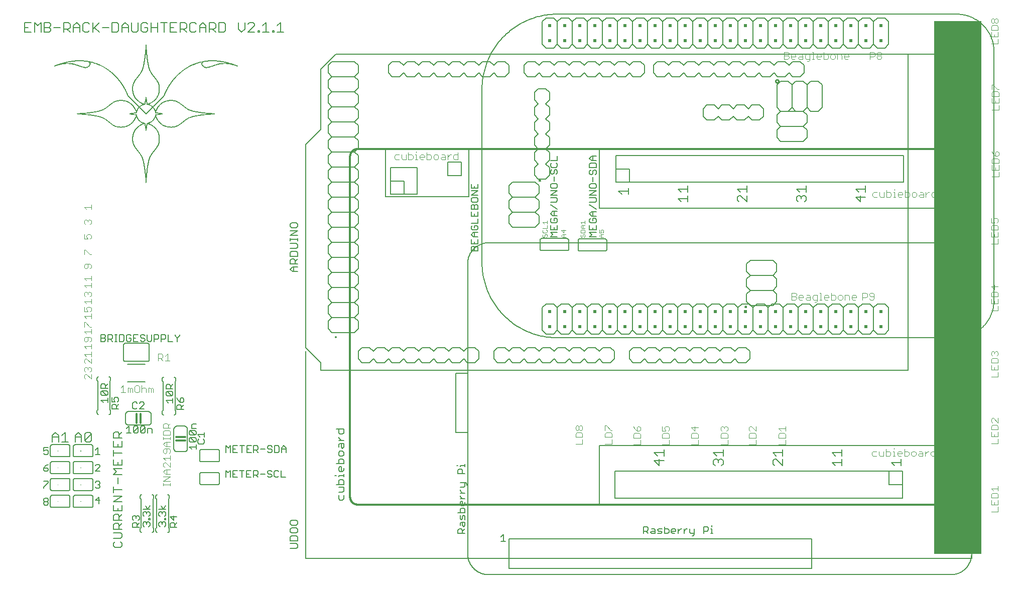
<source format=gto>
G75*
%MOIN*%
%OFA0B0*%
%FSLAX25Y25*%
%IPPOS*%
%LPD*%
%AMOC8*
5,1,8,0,0,1.08239X$1,22.5*
%
%ADD10C,0.00600*%
%ADD11C,0.00300*%
%ADD12C,0.00400*%
%ADD13R,0.31496X3.54331*%
%ADD14C,0.00800*%
%ADD15C,0.01200*%
%ADD16C,0.00500*%
%ADD17C,0.01000*%
%ADD18C,0.00700*%
%ADD19R,0.02000X0.02000*%
%ADD20C,0.00000*%
%ADD21R,0.00100X0.00100*%
%ADD22R,0.00300X0.00100*%
%ADD23R,0.00400X0.00100*%
%ADD24R,0.00500X0.00100*%
%ADD25R,0.00600X0.00100*%
%ADD26R,0.00700X0.00100*%
%ADD27R,0.00800X0.00100*%
%ADD28R,0.00900X0.00100*%
%ADD29R,0.00200X0.00100*%
%ADD30R,0.03300X0.00100*%
%ADD31R,0.04400X0.00100*%
%ADD32R,0.04500X0.00100*%
%ADD33R,0.05400X0.00100*%
%ADD34R,0.02500X0.00100*%
%ADD35R,0.02900X0.00100*%
%ADD36R,0.01700X0.00100*%
%ADD37R,0.01900X0.00100*%
%ADD38R,0.02000X0.00100*%
%ADD39R,0.01800X0.00100*%
%ADD40R,0.01500X0.00100*%
%ADD41R,0.01600X0.00100*%
%ADD42R,0.01400X0.00100*%
%ADD43R,0.01300X0.00100*%
%ADD44R,0.01200X0.00100*%
%ADD45R,0.01100X0.00100*%
%ADD46R,0.01000X0.00100*%
%ADD47R,0.02100X0.00100*%
%ADD48R,0.02200X0.00100*%
%ADD49R,0.02300X0.00100*%
%ADD50R,0.02400X0.00100*%
%ADD51R,0.02600X0.00100*%
%ADD52R,0.02700X0.00100*%
%ADD53R,0.02800X0.00100*%
%ADD54R,0.03000X0.00100*%
%ADD55R,0.03200X0.00100*%
%ADD56R,0.03400X0.00100*%
%ADD57R,0.03500X0.00100*%
%ADD58R,0.03700X0.00100*%
%ADD59R,0.04000X0.00100*%
%ADD60R,0.04300X0.00100*%
%ADD61R,0.04800X0.00100*%
%ADD62R,0.04900X0.00100*%
%ADD63R,0.05300X0.00100*%
%ADD64R,0.04600X0.00100*%
%ADD65R,0.04700X0.00100*%
%ADD66R,0.03900X0.00100*%
%ADD67R,0.03600X0.00100*%
%ADD68R,0.03100X0.00100*%
%ADD69R,0.06000X0.00100*%
%ADD70R,0.05200X0.00100*%
%ADD71R,0.04200X0.00100*%
%ADD72R,0.04100X0.00100*%
%ADD73R,0.08400X0.00100*%
%ADD74R,0.07500X0.00100*%
%ADD75R,0.09700X0.00100*%
%ADD76R,0.09800X0.00100*%
%ADD77R,0.08200X0.00100*%
%ADD78R,0.06200X0.00100*%
D10*
X0157095Y0114433D02*
X0157095Y0115933D01*
X0157595Y0116433D01*
X0157595Y0135433D01*
X0157095Y0135933D01*
X0157095Y0137433D01*
X0157097Y0137493D01*
X0157102Y0137554D01*
X0157111Y0137613D01*
X0157124Y0137672D01*
X0157140Y0137731D01*
X0157160Y0137788D01*
X0157183Y0137843D01*
X0157210Y0137898D01*
X0157239Y0137950D01*
X0157272Y0138001D01*
X0157308Y0138050D01*
X0157346Y0138096D01*
X0157388Y0138140D01*
X0157432Y0138182D01*
X0157478Y0138220D01*
X0157527Y0138256D01*
X0157578Y0138289D01*
X0157630Y0138318D01*
X0157685Y0138345D01*
X0157740Y0138368D01*
X0157797Y0138388D01*
X0157856Y0138404D01*
X0157915Y0138417D01*
X0157974Y0138426D01*
X0158035Y0138431D01*
X0158095Y0138433D01*
X0165095Y0138433D02*
X0165155Y0138431D01*
X0165216Y0138426D01*
X0165275Y0138417D01*
X0165334Y0138404D01*
X0165393Y0138388D01*
X0165450Y0138368D01*
X0165505Y0138345D01*
X0165560Y0138318D01*
X0165612Y0138289D01*
X0165663Y0138256D01*
X0165712Y0138220D01*
X0165758Y0138182D01*
X0165802Y0138140D01*
X0165844Y0138096D01*
X0165882Y0138050D01*
X0165918Y0138001D01*
X0165951Y0137950D01*
X0165980Y0137898D01*
X0166007Y0137843D01*
X0166030Y0137788D01*
X0166050Y0137731D01*
X0166066Y0137672D01*
X0166079Y0137613D01*
X0166088Y0137554D01*
X0166093Y0137493D01*
X0166095Y0137433D01*
X0166095Y0135933D01*
X0165595Y0135433D01*
X0165595Y0116433D01*
X0166095Y0115933D01*
X0166095Y0114433D01*
X0166093Y0114373D01*
X0166088Y0114312D01*
X0166079Y0114253D01*
X0166066Y0114194D01*
X0166050Y0114135D01*
X0166030Y0114078D01*
X0166007Y0114023D01*
X0165980Y0113968D01*
X0165951Y0113916D01*
X0165918Y0113865D01*
X0165882Y0113816D01*
X0165844Y0113770D01*
X0165802Y0113726D01*
X0165758Y0113684D01*
X0165712Y0113646D01*
X0165663Y0113610D01*
X0165612Y0113577D01*
X0165560Y0113548D01*
X0165505Y0113521D01*
X0165450Y0113498D01*
X0165393Y0113478D01*
X0165334Y0113462D01*
X0165275Y0113449D01*
X0165216Y0113440D01*
X0165155Y0113435D01*
X0165095Y0113433D01*
X0167495Y0114433D02*
X0167495Y0115933D01*
X0167995Y0116433D01*
X0167995Y0135433D01*
X0167495Y0135933D01*
X0167495Y0137433D01*
X0167497Y0137493D01*
X0167502Y0137554D01*
X0167511Y0137613D01*
X0167524Y0137672D01*
X0167540Y0137731D01*
X0167560Y0137788D01*
X0167583Y0137843D01*
X0167610Y0137898D01*
X0167639Y0137950D01*
X0167672Y0138001D01*
X0167708Y0138050D01*
X0167746Y0138096D01*
X0167788Y0138140D01*
X0167832Y0138182D01*
X0167878Y0138220D01*
X0167927Y0138256D01*
X0167978Y0138289D01*
X0168030Y0138318D01*
X0168085Y0138345D01*
X0168140Y0138368D01*
X0168197Y0138388D01*
X0168256Y0138404D01*
X0168315Y0138417D01*
X0168374Y0138426D01*
X0168435Y0138431D01*
X0168495Y0138433D01*
X0175495Y0138433D02*
X0175555Y0138431D01*
X0175616Y0138426D01*
X0175675Y0138417D01*
X0175734Y0138404D01*
X0175793Y0138388D01*
X0175850Y0138368D01*
X0175905Y0138345D01*
X0175960Y0138318D01*
X0176012Y0138289D01*
X0176063Y0138256D01*
X0176112Y0138220D01*
X0176158Y0138182D01*
X0176202Y0138140D01*
X0176244Y0138096D01*
X0176282Y0138050D01*
X0176318Y0138001D01*
X0176351Y0137950D01*
X0176380Y0137898D01*
X0176407Y0137843D01*
X0176430Y0137788D01*
X0176450Y0137731D01*
X0176466Y0137672D01*
X0176479Y0137613D01*
X0176488Y0137554D01*
X0176493Y0137493D01*
X0176495Y0137433D01*
X0176495Y0135933D01*
X0175995Y0135433D01*
X0175995Y0116433D01*
X0176495Y0115933D01*
X0176495Y0114433D01*
X0176493Y0114373D01*
X0176488Y0114312D01*
X0176479Y0114253D01*
X0176466Y0114194D01*
X0176450Y0114135D01*
X0176430Y0114078D01*
X0176407Y0114023D01*
X0176380Y0113968D01*
X0176351Y0113916D01*
X0176318Y0113865D01*
X0176282Y0113816D01*
X0176244Y0113770D01*
X0176202Y0113726D01*
X0176158Y0113684D01*
X0176112Y0113646D01*
X0176063Y0113610D01*
X0176012Y0113577D01*
X0175960Y0113548D01*
X0175905Y0113521D01*
X0175850Y0113498D01*
X0175793Y0113478D01*
X0175734Y0113462D01*
X0175675Y0113449D01*
X0175616Y0113440D01*
X0175555Y0113435D01*
X0175495Y0113433D01*
X0168495Y0113433D02*
X0168435Y0113435D01*
X0168374Y0113440D01*
X0168315Y0113449D01*
X0168256Y0113462D01*
X0168197Y0113478D01*
X0168140Y0113498D01*
X0168085Y0113521D01*
X0168030Y0113548D01*
X0167978Y0113577D01*
X0167927Y0113610D01*
X0167878Y0113646D01*
X0167832Y0113684D01*
X0167788Y0113726D01*
X0167746Y0113770D01*
X0167708Y0113816D01*
X0167672Y0113865D01*
X0167639Y0113916D01*
X0167610Y0113968D01*
X0167583Y0114023D01*
X0167560Y0114078D01*
X0167540Y0114135D01*
X0167524Y0114194D01*
X0167511Y0114253D01*
X0167502Y0114312D01*
X0167497Y0114373D01*
X0167495Y0114433D01*
X0158095Y0113433D02*
X0158035Y0113435D01*
X0157974Y0113440D01*
X0157915Y0113449D01*
X0157856Y0113462D01*
X0157797Y0113478D01*
X0157740Y0113498D01*
X0157685Y0113521D01*
X0157630Y0113548D01*
X0157578Y0113577D01*
X0157527Y0113610D01*
X0157478Y0113646D01*
X0157432Y0113684D01*
X0157388Y0113726D01*
X0157346Y0113770D01*
X0157308Y0113816D01*
X0157272Y0113865D01*
X0157239Y0113916D01*
X0157210Y0113968D01*
X0157183Y0114023D01*
X0157160Y0114078D01*
X0157140Y0114135D01*
X0157124Y0114194D01*
X0157111Y0114253D01*
X0157102Y0114312D01*
X0157097Y0114373D01*
X0157095Y0114433D01*
X0125695Y0130933D02*
X0125695Y0136933D01*
X0125693Y0136993D01*
X0125688Y0137054D01*
X0125679Y0137113D01*
X0125666Y0137172D01*
X0125650Y0137231D01*
X0125630Y0137288D01*
X0125607Y0137343D01*
X0125580Y0137398D01*
X0125551Y0137450D01*
X0125518Y0137501D01*
X0125482Y0137550D01*
X0125444Y0137596D01*
X0125402Y0137640D01*
X0125358Y0137682D01*
X0125312Y0137720D01*
X0125263Y0137756D01*
X0125212Y0137789D01*
X0125160Y0137818D01*
X0125105Y0137845D01*
X0125050Y0137868D01*
X0124993Y0137888D01*
X0124934Y0137904D01*
X0124875Y0137917D01*
X0124816Y0137926D01*
X0124755Y0137931D01*
X0124695Y0137933D01*
X0113695Y0137933D01*
X0113635Y0137931D01*
X0113574Y0137926D01*
X0113515Y0137917D01*
X0113456Y0137904D01*
X0113397Y0137888D01*
X0113340Y0137868D01*
X0113285Y0137845D01*
X0113230Y0137818D01*
X0113178Y0137789D01*
X0113127Y0137756D01*
X0113078Y0137720D01*
X0113032Y0137682D01*
X0112988Y0137640D01*
X0112946Y0137596D01*
X0112908Y0137550D01*
X0112872Y0137501D01*
X0112839Y0137450D01*
X0112810Y0137398D01*
X0112783Y0137343D01*
X0112760Y0137288D01*
X0112740Y0137231D01*
X0112724Y0137172D01*
X0112711Y0137113D01*
X0112702Y0137054D01*
X0112697Y0136993D01*
X0112695Y0136933D01*
X0112695Y0130933D01*
X0112697Y0130873D01*
X0112702Y0130812D01*
X0112711Y0130753D01*
X0112724Y0130694D01*
X0112740Y0130635D01*
X0112760Y0130578D01*
X0112783Y0130523D01*
X0112810Y0130468D01*
X0112839Y0130416D01*
X0112872Y0130365D01*
X0112908Y0130316D01*
X0112946Y0130270D01*
X0112988Y0130226D01*
X0113032Y0130184D01*
X0113078Y0130146D01*
X0113127Y0130110D01*
X0113178Y0130077D01*
X0113230Y0130048D01*
X0113285Y0130021D01*
X0113340Y0129998D01*
X0113397Y0129978D01*
X0113456Y0129962D01*
X0113515Y0129949D01*
X0113574Y0129940D01*
X0113635Y0129935D01*
X0113695Y0129933D01*
X0124695Y0129933D01*
X0124755Y0129935D01*
X0124816Y0129940D01*
X0124875Y0129949D01*
X0124934Y0129962D01*
X0124993Y0129978D01*
X0125050Y0129998D01*
X0125105Y0130021D01*
X0125160Y0130048D01*
X0125212Y0130077D01*
X0125263Y0130110D01*
X0125312Y0130146D01*
X0125358Y0130184D01*
X0125402Y0130226D01*
X0125444Y0130270D01*
X0125482Y0130316D01*
X0125518Y0130365D01*
X0125551Y0130416D01*
X0125580Y0130468D01*
X0125607Y0130523D01*
X0125630Y0130578D01*
X0125650Y0130635D01*
X0125666Y0130694D01*
X0125679Y0130753D01*
X0125688Y0130812D01*
X0125693Y0130873D01*
X0125695Y0130933D01*
X0124695Y0141133D02*
X0113695Y0141133D01*
X0113635Y0141135D01*
X0113574Y0141140D01*
X0113515Y0141149D01*
X0113456Y0141162D01*
X0113397Y0141178D01*
X0113340Y0141198D01*
X0113285Y0141221D01*
X0113230Y0141248D01*
X0113178Y0141277D01*
X0113127Y0141310D01*
X0113078Y0141346D01*
X0113032Y0141384D01*
X0112988Y0141426D01*
X0112946Y0141470D01*
X0112908Y0141516D01*
X0112872Y0141565D01*
X0112839Y0141616D01*
X0112810Y0141668D01*
X0112783Y0141723D01*
X0112760Y0141778D01*
X0112740Y0141835D01*
X0112724Y0141894D01*
X0112711Y0141953D01*
X0112702Y0142012D01*
X0112697Y0142073D01*
X0112695Y0142133D01*
X0112695Y0148133D01*
X0112697Y0148193D01*
X0112702Y0148254D01*
X0112711Y0148313D01*
X0112724Y0148372D01*
X0112740Y0148431D01*
X0112760Y0148488D01*
X0112783Y0148543D01*
X0112810Y0148598D01*
X0112839Y0148650D01*
X0112872Y0148701D01*
X0112908Y0148750D01*
X0112946Y0148796D01*
X0112988Y0148840D01*
X0113032Y0148882D01*
X0113078Y0148920D01*
X0113127Y0148956D01*
X0113178Y0148989D01*
X0113230Y0149018D01*
X0113285Y0149045D01*
X0113340Y0149068D01*
X0113397Y0149088D01*
X0113456Y0149104D01*
X0113515Y0149117D01*
X0113574Y0149126D01*
X0113635Y0149131D01*
X0113695Y0149133D01*
X0124695Y0149133D01*
X0124755Y0149131D01*
X0124816Y0149126D01*
X0124875Y0149117D01*
X0124934Y0149104D01*
X0124993Y0149088D01*
X0125050Y0149068D01*
X0125105Y0149045D01*
X0125160Y0149018D01*
X0125212Y0148989D01*
X0125263Y0148956D01*
X0125312Y0148920D01*
X0125358Y0148882D01*
X0125402Y0148840D01*
X0125444Y0148796D01*
X0125482Y0148750D01*
X0125518Y0148701D01*
X0125551Y0148650D01*
X0125580Y0148598D01*
X0125607Y0148543D01*
X0125630Y0148488D01*
X0125650Y0148431D01*
X0125666Y0148372D01*
X0125679Y0148313D01*
X0125688Y0148254D01*
X0125693Y0148193D01*
X0125695Y0148133D01*
X0125695Y0142133D01*
X0125693Y0142073D01*
X0125688Y0142012D01*
X0125679Y0141953D01*
X0125666Y0141894D01*
X0125650Y0141835D01*
X0125630Y0141778D01*
X0125607Y0141723D01*
X0125580Y0141668D01*
X0125551Y0141616D01*
X0125518Y0141565D01*
X0125482Y0141516D01*
X0125444Y0141470D01*
X0125402Y0141426D01*
X0125358Y0141384D01*
X0125312Y0141346D01*
X0125263Y0141310D01*
X0125212Y0141277D01*
X0125160Y0141248D01*
X0125105Y0141221D01*
X0125050Y0141198D01*
X0124993Y0141178D01*
X0124934Y0141162D01*
X0124875Y0141149D01*
X0124816Y0141140D01*
X0124755Y0141135D01*
X0124695Y0141133D01*
X0110495Y0142133D02*
X0110495Y0148133D01*
X0110493Y0148193D01*
X0110488Y0148254D01*
X0110479Y0148313D01*
X0110466Y0148372D01*
X0110450Y0148431D01*
X0110430Y0148488D01*
X0110407Y0148543D01*
X0110380Y0148598D01*
X0110351Y0148650D01*
X0110318Y0148701D01*
X0110282Y0148750D01*
X0110244Y0148796D01*
X0110202Y0148840D01*
X0110158Y0148882D01*
X0110112Y0148920D01*
X0110063Y0148956D01*
X0110012Y0148989D01*
X0109960Y0149018D01*
X0109905Y0149045D01*
X0109850Y0149068D01*
X0109793Y0149088D01*
X0109734Y0149104D01*
X0109675Y0149117D01*
X0109616Y0149126D01*
X0109555Y0149131D01*
X0109495Y0149133D01*
X0098495Y0149133D01*
X0098435Y0149131D01*
X0098374Y0149126D01*
X0098315Y0149117D01*
X0098256Y0149104D01*
X0098197Y0149088D01*
X0098140Y0149068D01*
X0098085Y0149045D01*
X0098030Y0149018D01*
X0097978Y0148989D01*
X0097927Y0148956D01*
X0097878Y0148920D01*
X0097832Y0148882D01*
X0097788Y0148840D01*
X0097746Y0148796D01*
X0097708Y0148750D01*
X0097672Y0148701D01*
X0097639Y0148650D01*
X0097610Y0148598D01*
X0097583Y0148543D01*
X0097560Y0148488D01*
X0097540Y0148431D01*
X0097524Y0148372D01*
X0097511Y0148313D01*
X0097502Y0148254D01*
X0097497Y0148193D01*
X0097495Y0148133D01*
X0097495Y0142133D01*
X0097497Y0142073D01*
X0097502Y0142012D01*
X0097511Y0141953D01*
X0097524Y0141894D01*
X0097540Y0141835D01*
X0097560Y0141778D01*
X0097583Y0141723D01*
X0097610Y0141668D01*
X0097639Y0141616D01*
X0097672Y0141565D01*
X0097708Y0141516D01*
X0097746Y0141470D01*
X0097788Y0141426D01*
X0097832Y0141384D01*
X0097878Y0141346D01*
X0097927Y0141310D01*
X0097978Y0141277D01*
X0098030Y0141248D01*
X0098085Y0141221D01*
X0098140Y0141198D01*
X0098197Y0141178D01*
X0098256Y0141162D01*
X0098315Y0141149D01*
X0098374Y0141140D01*
X0098435Y0141135D01*
X0098495Y0141133D01*
X0109495Y0141133D01*
X0109555Y0141135D01*
X0109616Y0141140D01*
X0109675Y0141149D01*
X0109734Y0141162D01*
X0109793Y0141178D01*
X0109850Y0141198D01*
X0109905Y0141221D01*
X0109960Y0141248D01*
X0110012Y0141277D01*
X0110063Y0141310D01*
X0110112Y0141346D01*
X0110158Y0141384D01*
X0110202Y0141426D01*
X0110244Y0141470D01*
X0110282Y0141516D01*
X0110318Y0141565D01*
X0110351Y0141616D01*
X0110380Y0141668D01*
X0110407Y0141723D01*
X0110430Y0141778D01*
X0110450Y0141835D01*
X0110466Y0141894D01*
X0110479Y0141953D01*
X0110488Y0142012D01*
X0110493Y0142073D01*
X0110495Y0142133D01*
X0109495Y0137933D02*
X0098495Y0137933D01*
X0098435Y0137931D01*
X0098374Y0137926D01*
X0098315Y0137917D01*
X0098256Y0137904D01*
X0098197Y0137888D01*
X0098140Y0137868D01*
X0098085Y0137845D01*
X0098030Y0137818D01*
X0097978Y0137789D01*
X0097927Y0137756D01*
X0097878Y0137720D01*
X0097832Y0137682D01*
X0097788Y0137640D01*
X0097746Y0137596D01*
X0097708Y0137550D01*
X0097672Y0137501D01*
X0097639Y0137450D01*
X0097610Y0137398D01*
X0097583Y0137343D01*
X0097560Y0137288D01*
X0097540Y0137231D01*
X0097524Y0137172D01*
X0097511Y0137113D01*
X0097502Y0137054D01*
X0097497Y0136993D01*
X0097495Y0136933D01*
X0097495Y0130933D01*
X0097497Y0130873D01*
X0097502Y0130812D01*
X0097511Y0130753D01*
X0097524Y0130694D01*
X0097540Y0130635D01*
X0097560Y0130578D01*
X0097583Y0130523D01*
X0097610Y0130468D01*
X0097639Y0130416D01*
X0097672Y0130365D01*
X0097708Y0130316D01*
X0097746Y0130270D01*
X0097788Y0130226D01*
X0097832Y0130184D01*
X0097878Y0130146D01*
X0097927Y0130110D01*
X0097978Y0130077D01*
X0098030Y0130048D01*
X0098085Y0130021D01*
X0098140Y0129998D01*
X0098197Y0129978D01*
X0098256Y0129962D01*
X0098315Y0129949D01*
X0098374Y0129940D01*
X0098435Y0129935D01*
X0098495Y0129933D01*
X0109495Y0129933D01*
X0109555Y0129935D01*
X0109616Y0129940D01*
X0109675Y0129949D01*
X0109734Y0129962D01*
X0109793Y0129978D01*
X0109850Y0129998D01*
X0109905Y0130021D01*
X0109960Y0130048D01*
X0110012Y0130077D01*
X0110063Y0130110D01*
X0110112Y0130146D01*
X0110158Y0130184D01*
X0110202Y0130226D01*
X0110244Y0130270D01*
X0110282Y0130316D01*
X0110318Y0130365D01*
X0110351Y0130416D01*
X0110380Y0130468D01*
X0110407Y0130523D01*
X0110430Y0130578D01*
X0110450Y0130635D01*
X0110466Y0130694D01*
X0110479Y0130753D01*
X0110488Y0130812D01*
X0110493Y0130873D01*
X0110495Y0130933D01*
X0110495Y0136933D01*
X0110493Y0136993D01*
X0110488Y0137054D01*
X0110479Y0137113D01*
X0110466Y0137172D01*
X0110450Y0137231D01*
X0110430Y0137288D01*
X0110407Y0137343D01*
X0110380Y0137398D01*
X0110351Y0137450D01*
X0110318Y0137501D01*
X0110282Y0137550D01*
X0110244Y0137596D01*
X0110202Y0137640D01*
X0110158Y0137682D01*
X0110112Y0137720D01*
X0110063Y0137756D01*
X0110012Y0137789D01*
X0109960Y0137818D01*
X0109905Y0137845D01*
X0109850Y0137868D01*
X0109793Y0137888D01*
X0109734Y0137904D01*
X0109675Y0137917D01*
X0109616Y0137926D01*
X0109555Y0137931D01*
X0109495Y0137933D01*
X0109495Y0152333D02*
X0098495Y0152333D01*
X0098435Y0152335D01*
X0098374Y0152340D01*
X0098315Y0152349D01*
X0098256Y0152362D01*
X0098197Y0152378D01*
X0098140Y0152398D01*
X0098085Y0152421D01*
X0098030Y0152448D01*
X0097978Y0152477D01*
X0097927Y0152510D01*
X0097878Y0152546D01*
X0097832Y0152584D01*
X0097788Y0152626D01*
X0097746Y0152670D01*
X0097708Y0152716D01*
X0097672Y0152765D01*
X0097639Y0152816D01*
X0097610Y0152868D01*
X0097583Y0152923D01*
X0097560Y0152978D01*
X0097540Y0153035D01*
X0097524Y0153094D01*
X0097511Y0153153D01*
X0097502Y0153212D01*
X0097497Y0153273D01*
X0097495Y0153333D01*
X0097495Y0159333D01*
X0097497Y0159393D01*
X0097502Y0159454D01*
X0097511Y0159513D01*
X0097524Y0159572D01*
X0097540Y0159631D01*
X0097560Y0159688D01*
X0097583Y0159743D01*
X0097610Y0159798D01*
X0097639Y0159850D01*
X0097672Y0159901D01*
X0097708Y0159950D01*
X0097746Y0159996D01*
X0097788Y0160040D01*
X0097832Y0160082D01*
X0097878Y0160120D01*
X0097927Y0160156D01*
X0097978Y0160189D01*
X0098030Y0160218D01*
X0098085Y0160245D01*
X0098140Y0160268D01*
X0098197Y0160288D01*
X0098256Y0160304D01*
X0098315Y0160317D01*
X0098374Y0160326D01*
X0098435Y0160331D01*
X0098495Y0160333D01*
X0109495Y0160333D01*
X0109555Y0160331D01*
X0109616Y0160326D01*
X0109675Y0160317D01*
X0109734Y0160304D01*
X0109793Y0160288D01*
X0109850Y0160268D01*
X0109905Y0160245D01*
X0109960Y0160218D01*
X0110012Y0160189D01*
X0110063Y0160156D01*
X0110112Y0160120D01*
X0110158Y0160082D01*
X0110202Y0160040D01*
X0110244Y0159996D01*
X0110282Y0159950D01*
X0110318Y0159901D01*
X0110351Y0159850D01*
X0110380Y0159798D01*
X0110407Y0159743D01*
X0110430Y0159688D01*
X0110450Y0159631D01*
X0110466Y0159572D01*
X0110479Y0159513D01*
X0110488Y0159454D01*
X0110493Y0159393D01*
X0110495Y0159333D01*
X0110495Y0153333D01*
X0110493Y0153273D01*
X0110488Y0153212D01*
X0110479Y0153153D01*
X0110466Y0153094D01*
X0110450Y0153035D01*
X0110430Y0152978D01*
X0110407Y0152923D01*
X0110380Y0152868D01*
X0110351Y0152816D01*
X0110318Y0152765D01*
X0110282Y0152716D01*
X0110244Y0152670D01*
X0110202Y0152626D01*
X0110158Y0152584D01*
X0110112Y0152546D01*
X0110063Y0152510D01*
X0110012Y0152477D01*
X0109960Y0152448D01*
X0109905Y0152421D01*
X0109850Y0152398D01*
X0109793Y0152378D01*
X0109734Y0152362D01*
X0109675Y0152349D01*
X0109616Y0152340D01*
X0109555Y0152335D01*
X0109495Y0152333D01*
X0112695Y0153333D02*
X0112695Y0159333D01*
X0112697Y0159393D01*
X0112702Y0159454D01*
X0112711Y0159513D01*
X0112724Y0159572D01*
X0112740Y0159631D01*
X0112760Y0159688D01*
X0112783Y0159743D01*
X0112810Y0159798D01*
X0112839Y0159850D01*
X0112872Y0159901D01*
X0112908Y0159950D01*
X0112946Y0159996D01*
X0112988Y0160040D01*
X0113032Y0160082D01*
X0113078Y0160120D01*
X0113127Y0160156D01*
X0113178Y0160189D01*
X0113230Y0160218D01*
X0113285Y0160245D01*
X0113340Y0160268D01*
X0113397Y0160288D01*
X0113456Y0160304D01*
X0113515Y0160317D01*
X0113574Y0160326D01*
X0113635Y0160331D01*
X0113695Y0160333D01*
X0124695Y0160333D01*
X0124755Y0160331D01*
X0124816Y0160326D01*
X0124875Y0160317D01*
X0124934Y0160304D01*
X0124993Y0160288D01*
X0125050Y0160268D01*
X0125105Y0160245D01*
X0125160Y0160218D01*
X0125212Y0160189D01*
X0125263Y0160156D01*
X0125312Y0160120D01*
X0125358Y0160082D01*
X0125402Y0160040D01*
X0125444Y0159996D01*
X0125482Y0159950D01*
X0125518Y0159901D01*
X0125551Y0159850D01*
X0125580Y0159798D01*
X0125607Y0159743D01*
X0125630Y0159688D01*
X0125650Y0159631D01*
X0125666Y0159572D01*
X0125679Y0159513D01*
X0125688Y0159454D01*
X0125693Y0159393D01*
X0125695Y0159333D01*
X0125695Y0153333D01*
X0125693Y0153273D01*
X0125688Y0153212D01*
X0125679Y0153153D01*
X0125666Y0153094D01*
X0125650Y0153035D01*
X0125630Y0152978D01*
X0125607Y0152923D01*
X0125580Y0152868D01*
X0125551Y0152816D01*
X0125518Y0152765D01*
X0125482Y0152716D01*
X0125444Y0152670D01*
X0125402Y0152626D01*
X0125358Y0152584D01*
X0125312Y0152546D01*
X0125263Y0152510D01*
X0125212Y0152477D01*
X0125160Y0152448D01*
X0125105Y0152421D01*
X0125050Y0152398D01*
X0124993Y0152378D01*
X0124934Y0152362D01*
X0124875Y0152349D01*
X0124816Y0152340D01*
X0124755Y0152335D01*
X0124695Y0152333D01*
X0113695Y0152333D01*
X0113635Y0152335D01*
X0113574Y0152340D01*
X0113515Y0152349D01*
X0113456Y0152362D01*
X0113397Y0152378D01*
X0113340Y0152398D01*
X0113285Y0152421D01*
X0113230Y0152448D01*
X0113178Y0152477D01*
X0113127Y0152510D01*
X0113078Y0152546D01*
X0113032Y0152584D01*
X0112988Y0152626D01*
X0112946Y0152670D01*
X0112908Y0152716D01*
X0112872Y0152765D01*
X0112839Y0152816D01*
X0112810Y0152868D01*
X0112783Y0152923D01*
X0112760Y0152978D01*
X0112740Y0153035D01*
X0112724Y0153094D01*
X0112711Y0153153D01*
X0112702Y0153212D01*
X0112697Y0153273D01*
X0112695Y0153333D01*
X0113695Y0163533D02*
X0124695Y0163533D01*
X0124755Y0163535D01*
X0124816Y0163540D01*
X0124875Y0163549D01*
X0124934Y0163562D01*
X0124993Y0163578D01*
X0125050Y0163598D01*
X0125105Y0163621D01*
X0125160Y0163648D01*
X0125212Y0163677D01*
X0125263Y0163710D01*
X0125312Y0163746D01*
X0125358Y0163784D01*
X0125402Y0163826D01*
X0125444Y0163870D01*
X0125482Y0163916D01*
X0125518Y0163965D01*
X0125551Y0164016D01*
X0125580Y0164068D01*
X0125607Y0164123D01*
X0125630Y0164178D01*
X0125650Y0164235D01*
X0125666Y0164294D01*
X0125679Y0164353D01*
X0125688Y0164412D01*
X0125693Y0164473D01*
X0125695Y0164533D01*
X0125695Y0170533D01*
X0125693Y0170593D01*
X0125688Y0170654D01*
X0125679Y0170713D01*
X0125666Y0170772D01*
X0125650Y0170831D01*
X0125630Y0170888D01*
X0125607Y0170943D01*
X0125580Y0170998D01*
X0125551Y0171050D01*
X0125518Y0171101D01*
X0125482Y0171150D01*
X0125444Y0171196D01*
X0125402Y0171240D01*
X0125358Y0171282D01*
X0125312Y0171320D01*
X0125263Y0171356D01*
X0125212Y0171389D01*
X0125160Y0171418D01*
X0125105Y0171445D01*
X0125050Y0171468D01*
X0124993Y0171488D01*
X0124934Y0171504D01*
X0124875Y0171517D01*
X0124816Y0171526D01*
X0124755Y0171531D01*
X0124695Y0171533D01*
X0113695Y0171533D01*
X0113635Y0171531D01*
X0113574Y0171526D01*
X0113515Y0171517D01*
X0113456Y0171504D01*
X0113397Y0171488D01*
X0113340Y0171468D01*
X0113285Y0171445D01*
X0113230Y0171418D01*
X0113178Y0171389D01*
X0113127Y0171356D01*
X0113078Y0171320D01*
X0113032Y0171282D01*
X0112988Y0171240D01*
X0112946Y0171196D01*
X0112908Y0171150D01*
X0112872Y0171101D01*
X0112839Y0171050D01*
X0112810Y0170998D01*
X0112783Y0170943D01*
X0112760Y0170888D01*
X0112740Y0170831D01*
X0112724Y0170772D01*
X0112711Y0170713D01*
X0112702Y0170654D01*
X0112697Y0170593D01*
X0112695Y0170533D01*
X0112695Y0164533D01*
X0112697Y0164473D01*
X0112702Y0164412D01*
X0112711Y0164353D01*
X0112724Y0164294D01*
X0112740Y0164235D01*
X0112760Y0164178D01*
X0112783Y0164123D01*
X0112810Y0164068D01*
X0112839Y0164016D01*
X0112872Y0163965D01*
X0112908Y0163916D01*
X0112946Y0163870D01*
X0112988Y0163826D01*
X0113032Y0163784D01*
X0113078Y0163746D01*
X0113127Y0163710D01*
X0113178Y0163677D01*
X0113230Y0163648D01*
X0113285Y0163621D01*
X0113340Y0163598D01*
X0113397Y0163578D01*
X0113456Y0163562D01*
X0113515Y0163549D01*
X0113574Y0163540D01*
X0113635Y0163535D01*
X0113695Y0163533D01*
X0110495Y0164533D02*
X0110495Y0170533D01*
X0110493Y0170593D01*
X0110488Y0170654D01*
X0110479Y0170713D01*
X0110466Y0170772D01*
X0110450Y0170831D01*
X0110430Y0170888D01*
X0110407Y0170943D01*
X0110380Y0170998D01*
X0110351Y0171050D01*
X0110318Y0171101D01*
X0110282Y0171150D01*
X0110244Y0171196D01*
X0110202Y0171240D01*
X0110158Y0171282D01*
X0110112Y0171320D01*
X0110063Y0171356D01*
X0110012Y0171389D01*
X0109960Y0171418D01*
X0109905Y0171445D01*
X0109850Y0171468D01*
X0109793Y0171488D01*
X0109734Y0171504D01*
X0109675Y0171517D01*
X0109616Y0171526D01*
X0109555Y0171531D01*
X0109495Y0171533D01*
X0098495Y0171533D01*
X0098435Y0171531D01*
X0098374Y0171526D01*
X0098315Y0171517D01*
X0098256Y0171504D01*
X0098197Y0171488D01*
X0098140Y0171468D01*
X0098085Y0171445D01*
X0098030Y0171418D01*
X0097978Y0171389D01*
X0097927Y0171356D01*
X0097878Y0171320D01*
X0097832Y0171282D01*
X0097788Y0171240D01*
X0097746Y0171196D01*
X0097708Y0171150D01*
X0097672Y0171101D01*
X0097639Y0171050D01*
X0097610Y0170998D01*
X0097583Y0170943D01*
X0097560Y0170888D01*
X0097540Y0170831D01*
X0097524Y0170772D01*
X0097511Y0170713D01*
X0097502Y0170654D01*
X0097497Y0170593D01*
X0097495Y0170533D01*
X0097495Y0164533D01*
X0097497Y0164473D01*
X0097502Y0164412D01*
X0097511Y0164353D01*
X0097524Y0164294D01*
X0097540Y0164235D01*
X0097560Y0164178D01*
X0097583Y0164123D01*
X0097610Y0164068D01*
X0097639Y0164016D01*
X0097672Y0163965D01*
X0097708Y0163916D01*
X0097746Y0163870D01*
X0097788Y0163826D01*
X0097832Y0163784D01*
X0097878Y0163746D01*
X0097927Y0163710D01*
X0097978Y0163677D01*
X0098030Y0163648D01*
X0098085Y0163621D01*
X0098140Y0163598D01*
X0098197Y0163578D01*
X0098256Y0163562D01*
X0098315Y0163549D01*
X0098374Y0163540D01*
X0098435Y0163535D01*
X0098495Y0163533D01*
X0109495Y0163533D01*
X0109555Y0163535D01*
X0109616Y0163540D01*
X0109675Y0163549D01*
X0109734Y0163562D01*
X0109793Y0163578D01*
X0109850Y0163598D01*
X0109905Y0163621D01*
X0109960Y0163648D01*
X0110012Y0163677D01*
X0110063Y0163710D01*
X0110112Y0163746D01*
X0110158Y0163784D01*
X0110202Y0163826D01*
X0110244Y0163870D01*
X0110282Y0163916D01*
X0110318Y0163965D01*
X0110351Y0164016D01*
X0110380Y0164068D01*
X0110407Y0164123D01*
X0110430Y0164178D01*
X0110450Y0164235D01*
X0110466Y0164294D01*
X0110479Y0164353D01*
X0110488Y0164412D01*
X0110493Y0164473D01*
X0110495Y0164533D01*
X0109411Y0173433D02*
X0105141Y0173433D01*
X0107276Y0173433D02*
X0107276Y0179839D01*
X0105141Y0177703D01*
X0102965Y0177703D02*
X0102965Y0173433D01*
X0102965Y0176636D02*
X0098695Y0176636D01*
X0098695Y0177703D02*
X0100830Y0179839D01*
X0102965Y0177703D01*
X0098695Y0177703D02*
X0098695Y0173433D01*
X0113895Y0173433D02*
X0113895Y0177703D01*
X0116030Y0179839D01*
X0118165Y0177703D01*
X0118165Y0173433D01*
X0120341Y0174501D02*
X0124611Y0178771D01*
X0124611Y0174501D01*
X0123543Y0173433D01*
X0121408Y0173433D01*
X0120341Y0174501D01*
X0120341Y0178771D01*
X0121408Y0179839D01*
X0123543Y0179839D01*
X0124611Y0178771D01*
X0118165Y0176636D02*
X0113895Y0176636D01*
X0128495Y0192733D02*
X0128495Y0194233D01*
X0128995Y0194733D01*
X0128995Y0213733D01*
X0128495Y0214233D01*
X0128495Y0215733D01*
X0128497Y0215793D01*
X0128502Y0215854D01*
X0128511Y0215913D01*
X0128524Y0215972D01*
X0128540Y0216031D01*
X0128560Y0216088D01*
X0128583Y0216143D01*
X0128610Y0216198D01*
X0128639Y0216250D01*
X0128672Y0216301D01*
X0128708Y0216350D01*
X0128746Y0216396D01*
X0128788Y0216440D01*
X0128832Y0216482D01*
X0128878Y0216520D01*
X0128927Y0216556D01*
X0128978Y0216589D01*
X0129030Y0216618D01*
X0129085Y0216645D01*
X0129140Y0216668D01*
X0129197Y0216688D01*
X0129256Y0216704D01*
X0129315Y0216717D01*
X0129374Y0216726D01*
X0129435Y0216731D01*
X0129495Y0216733D01*
X0136495Y0216733D02*
X0136555Y0216731D01*
X0136616Y0216726D01*
X0136675Y0216717D01*
X0136734Y0216704D01*
X0136793Y0216688D01*
X0136850Y0216668D01*
X0136905Y0216645D01*
X0136960Y0216618D01*
X0137012Y0216589D01*
X0137063Y0216556D01*
X0137112Y0216520D01*
X0137158Y0216482D01*
X0137202Y0216440D01*
X0137244Y0216396D01*
X0137282Y0216350D01*
X0137318Y0216301D01*
X0137351Y0216250D01*
X0137380Y0216198D01*
X0137407Y0216143D01*
X0137430Y0216088D01*
X0137450Y0216031D01*
X0137466Y0215972D01*
X0137479Y0215913D01*
X0137488Y0215854D01*
X0137493Y0215793D01*
X0137495Y0215733D01*
X0137495Y0214233D01*
X0136995Y0213733D01*
X0136995Y0194733D01*
X0137495Y0194233D01*
X0137495Y0192733D01*
X0137493Y0192673D01*
X0137488Y0192612D01*
X0137479Y0192553D01*
X0137466Y0192494D01*
X0137450Y0192435D01*
X0137430Y0192378D01*
X0137407Y0192323D01*
X0137380Y0192268D01*
X0137351Y0192216D01*
X0137318Y0192165D01*
X0137282Y0192116D01*
X0137244Y0192070D01*
X0137202Y0192026D01*
X0137158Y0191984D01*
X0137112Y0191946D01*
X0137063Y0191910D01*
X0137012Y0191877D01*
X0136960Y0191848D01*
X0136905Y0191821D01*
X0136850Y0191798D01*
X0136793Y0191778D01*
X0136734Y0191762D01*
X0136675Y0191749D01*
X0136616Y0191740D01*
X0136555Y0191735D01*
X0136495Y0191733D01*
X0129495Y0191733D02*
X0129435Y0191735D01*
X0129374Y0191740D01*
X0129315Y0191749D01*
X0129256Y0191762D01*
X0129197Y0191778D01*
X0129140Y0191798D01*
X0129085Y0191821D01*
X0129030Y0191848D01*
X0128978Y0191877D01*
X0128927Y0191910D01*
X0128878Y0191946D01*
X0128832Y0191984D01*
X0128788Y0192026D01*
X0128746Y0192070D01*
X0128708Y0192116D01*
X0128672Y0192165D01*
X0128639Y0192216D01*
X0128610Y0192268D01*
X0128583Y0192323D01*
X0128560Y0192378D01*
X0128540Y0192435D01*
X0128524Y0192494D01*
X0128511Y0192553D01*
X0128502Y0192612D01*
X0128497Y0192673D01*
X0128495Y0192733D01*
X0147395Y0191633D02*
X0147395Y0186633D01*
X0147397Y0186546D01*
X0147403Y0186459D01*
X0147412Y0186372D01*
X0147425Y0186286D01*
X0147442Y0186200D01*
X0147463Y0186115D01*
X0147488Y0186032D01*
X0147516Y0185949D01*
X0147547Y0185868D01*
X0147582Y0185788D01*
X0147621Y0185710D01*
X0147663Y0185633D01*
X0147708Y0185558D01*
X0147757Y0185486D01*
X0147808Y0185415D01*
X0147863Y0185347D01*
X0147920Y0185282D01*
X0147981Y0185219D01*
X0148044Y0185158D01*
X0148109Y0185101D01*
X0148177Y0185046D01*
X0148248Y0184995D01*
X0148320Y0184946D01*
X0148395Y0184901D01*
X0148472Y0184859D01*
X0148550Y0184820D01*
X0148630Y0184785D01*
X0148711Y0184754D01*
X0148794Y0184726D01*
X0148877Y0184701D01*
X0148962Y0184680D01*
X0149048Y0184663D01*
X0149134Y0184650D01*
X0149221Y0184641D01*
X0149308Y0184635D01*
X0149395Y0184633D01*
X0162395Y0184633D01*
X0162482Y0184635D01*
X0162569Y0184641D01*
X0162656Y0184650D01*
X0162742Y0184663D01*
X0162828Y0184680D01*
X0162913Y0184701D01*
X0162996Y0184726D01*
X0163079Y0184754D01*
X0163160Y0184785D01*
X0163240Y0184820D01*
X0163318Y0184859D01*
X0163395Y0184901D01*
X0163470Y0184946D01*
X0163542Y0184995D01*
X0163613Y0185046D01*
X0163681Y0185101D01*
X0163746Y0185158D01*
X0163809Y0185219D01*
X0163870Y0185282D01*
X0163927Y0185347D01*
X0163982Y0185415D01*
X0164033Y0185486D01*
X0164082Y0185558D01*
X0164127Y0185633D01*
X0164169Y0185710D01*
X0164208Y0185788D01*
X0164243Y0185868D01*
X0164274Y0185949D01*
X0164302Y0186032D01*
X0164327Y0186115D01*
X0164348Y0186200D01*
X0164365Y0186286D01*
X0164378Y0186372D01*
X0164387Y0186459D01*
X0164393Y0186546D01*
X0164395Y0186633D01*
X0164395Y0191633D01*
X0164393Y0191720D01*
X0164387Y0191807D01*
X0164378Y0191894D01*
X0164365Y0191980D01*
X0164348Y0192066D01*
X0164327Y0192151D01*
X0164302Y0192234D01*
X0164274Y0192317D01*
X0164243Y0192398D01*
X0164208Y0192478D01*
X0164169Y0192556D01*
X0164127Y0192633D01*
X0164082Y0192708D01*
X0164033Y0192780D01*
X0163982Y0192851D01*
X0163927Y0192919D01*
X0163870Y0192984D01*
X0163809Y0193047D01*
X0163746Y0193108D01*
X0163681Y0193165D01*
X0163613Y0193220D01*
X0163542Y0193271D01*
X0163470Y0193320D01*
X0163395Y0193365D01*
X0163318Y0193407D01*
X0163240Y0193446D01*
X0163160Y0193481D01*
X0163079Y0193512D01*
X0162996Y0193540D01*
X0162913Y0193565D01*
X0162828Y0193586D01*
X0162742Y0193603D01*
X0162656Y0193616D01*
X0162569Y0193625D01*
X0162482Y0193631D01*
X0162395Y0193633D01*
X0149395Y0193633D01*
X0149308Y0193631D01*
X0149221Y0193625D01*
X0149134Y0193616D01*
X0149048Y0193603D01*
X0148962Y0193586D01*
X0148877Y0193565D01*
X0148794Y0193540D01*
X0148711Y0193512D01*
X0148630Y0193481D01*
X0148550Y0193446D01*
X0148472Y0193407D01*
X0148395Y0193365D01*
X0148320Y0193320D01*
X0148248Y0193271D01*
X0148177Y0193220D01*
X0148109Y0193165D01*
X0148044Y0193108D01*
X0147981Y0193047D01*
X0147920Y0192984D01*
X0147863Y0192919D01*
X0147808Y0192851D01*
X0147757Y0192780D01*
X0147708Y0192708D01*
X0147663Y0192633D01*
X0147621Y0192556D01*
X0147582Y0192478D01*
X0147547Y0192398D01*
X0147516Y0192317D01*
X0147488Y0192234D01*
X0147463Y0192151D01*
X0147442Y0192066D01*
X0147425Y0191980D01*
X0147412Y0191894D01*
X0147403Y0191807D01*
X0147397Y0191720D01*
X0147395Y0191633D01*
X0171695Y0192433D02*
X0171695Y0193933D01*
X0172195Y0194433D01*
X0172195Y0213433D01*
X0171695Y0213933D01*
X0171695Y0215433D01*
X0171697Y0215493D01*
X0171702Y0215554D01*
X0171711Y0215613D01*
X0171724Y0215672D01*
X0171740Y0215731D01*
X0171760Y0215788D01*
X0171783Y0215843D01*
X0171810Y0215898D01*
X0171839Y0215950D01*
X0171872Y0216001D01*
X0171908Y0216050D01*
X0171946Y0216096D01*
X0171988Y0216140D01*
X0172032Y0216182D01*
X0172078Y0216220D01*
X0172127Y0216256D01*
X0172178Y0216289D01*
X0172230Y0216318D01*
X0172285Y0216345D01*
X0172340Y0216368D01*
X0172397Y0216388D01*
X0172456Y0216404D01*
X0172515Y0216417D01*
X0172574Y0216426D01*
X0172635Y0216431D01*
X0172695Y0216433D01*
X0179695Y0216433D02*
X0179755Y0216431D01*
X0179816Y0216426D01*
X0179875Y0216417D01*
X0179934Y0216404D01*
X0179993Y0216388D01*
X0180050Y0216368D01*
X0180105Y0216345D01*
X0180160Y0216318D01*
X0180212Y0216289D01*
X0180263Y0216256D01*
X0180312Y0216220D01*
X0180358Y0216182D01*
X0180402Y0216140D01*
X0180444Y0216096D01*
X0180482Y0216050D01*
X0180518Y0216001D01*
X0180551Y0215950D01*
X0180580Y0215898D01*
X0180607Y0215843D01*
X0180630Y0215788D01*
X0180650Y0215731D01*
X0180666Y0215672D01*
X0180679Y0215613D01*
X0180688Y0215554D01*
X0180693Y0215493D01*
X0180695Y0215433D01*
X0180695Y0213933D01*
X0180195Y0213433D01*
X0180195Y0194433D01*
X0180695Y0193933D01*
X0180695Y0192433D01*
X0180693Y0192373D01*
X0180688Y0192312D01*
X0180679Y0192253D01*
X0180666Y0192194D01*
X0180650Y0192135D01*
X0180630Y0192078D01*
X0180607Y0192023D01*
X0180580Y0191968D01*
X0180551Y0191916D01*
X0180518Y0191865D01*
X0180482Y0191816D01*
X0180444Y0191770D01*
X0180402Y0191726D01*
X0180358Y0191684D01*
X0180312Y0191646D01*
X0180263Y0191610D01*
X0180212Y0191577D01*
X0180160Y0191548D01*
X0180105Y0191521D01*
X0180050Y0191498D01*
X0179993Y0191478D01*
X0179934Y0191462D01*
X0179875Y0191449D01*
X0179816Y0191440D01*
X0179755Y0191435D01*
X0179695Y0191433D01*
X0172695Y0191433D02*
X0172635Y0191435D01*
X0172574Y0191440D01*
X0172515Y0191449D01*
X0172456Y0191462D01*
X0172397Y0191478D01*
X0172340Y0191498D01*
X0172285Y0191521D01*
X0172230Y0191548D01*
X0172178Y0191577D01*
X0172127Y0191610D01*
X0172078Y0191646D01*
X0172032Y0191684D01*
X0171988Y0191726D01*
X0171946Y0191770D01*
X0171908Y0191816D01*
X0171872Y0191865D01*
X0171839Y0191916D01*
X0171810Y0191968D01*
X0171783Y0192023D01*
X0171760Y0192078D01*
X0171740Y0192135D01*
X0171724Y0192194D01*
X0171711Y0192253D01*
X0171702Y0192312D01*
X0171697Y0192373D01*
X0171695Y0192433D01*
X0181495Y0183933D02*
X0186495Y0183933D01*
X0186582Y0183931D01*
X0186669Y0183925D01*
X0186756Y0183916D01*
X0186842Y0183903D01*
X0186928Y0183886D01*
X0187013Y0183865D01*
X0187096Y0183840D01*
X0187179Y0183812D01*
X0187260Y0183781D01*
X0187340Y0183746D01*
X0187418Y0183707D01*
X0187495Y0183665D01*
X0187570Y0183620D01*
X0187642Y0183571D01*
X0187713Y0183520D01*
X0187781Y0183465D01*
X0187846Y0183408D01*
X0187909Y0183347D01*
X0187970Y0183284D01*
X0188027Y0183219D01*
X0188082Y0183151D01*
X0188133Y0183080D01*
X0188182Y0183008D01*
X0188227Y0182933D01*
X0188269Y0182856D01*
X0188308Y0182778D01*
X0188343Y0182698D01*
X0188374Y0182617D01*
X0188402Y0182534D01*
X0188427Y0182451D01*
X0188448Y0182366D01*
X0188465Y0182280D01*
X0188478Y0182194D01*
X0188487Y0182107D01*
X0188493Y0182020D01*
X0188495Y0181933D01*
X0188495Y0168933D01*
X0188493Y0168846D01*
X0188487Y0168759D01*
X0188478Y0168672D01*
X0188465Y0168586D01*
X0188448Y0168500D01*
X0188427Y0168415D01*
X0188402Y0168332D01*
X0188374Y0168249D01*
X0188343Y0168168D01*
X0188308Y0168088D01*
X0188269Y0168010D01*
X0188227Y0167933D01*
X0188182Y0167858D01*
X0188133Y0167786D01*
X0188082Y0167715D01*
X0188027Y0167647D01*
X0187970Y0167582D01*
X0187909Y0167519D01*
X0187846Y0167458D01*
X0187781Y0167401D01*
X0187713Y0167346D01*
X0187642Y0167295D01*
X0187570Y0167246D01*
X0187495Y0167201D01*
X0187418Y0167159D01*
X0187340Y0167120D01*
X0187260Y0167085D01*
X0187179Y0167054D01*
X0187096Y0167026D01*
X0187013Y0167001D01*
X0186928Y0166980D01*
X0186842Y0166963D01*
X0186756Y0166950D01*
X0186669Y0166941D01*
X0186582Y0166935D01*
X0186495Y0166933D01*
X0181495Y0166933D01*
X0181408Y0166935D01*
X0181321Y0166941D01*
X0181234Y0166950D01*
X0181148Y0166963D01*
X0181062Y0166980D01*
X0180977Y0167001D01*
X0180894Y0167026D01*
X0180811Y0167054D01*
X0180730Y0167085D01*
X0180650Y0167120D01*
X0180572Y0167159D01*
X0180495Y0167201D01*
X0180420Y0167246D01*
X0180348Y0167295D01*
X0180277Y0167346D01*
X0180209Y0167401D01*
X0180144Y0167458D01*
X0180081Y0167519D01*
X0180020Y0167582D01*
X0179963Y0167647D01*
X0179908Y0167715D01*
X0179857Y0167786D01*
X0179808Y0167858D01*
X0179763Y0167933D01*
X0179721Y0168010D01*
X0179682Y0168088D01*
X0179647Y0168168D01*
X0179616Y0168249D01*
X0179588Y0168332D01*
X0179563Y0168415D01*
X0179542Y0168500D01*
X0179525Y0168586D01*
X0179512Y0168672D01*
X0179503Y0168759D01*
X0179497Y0168846D01*
X0179495Y0168933D01*
X0179495Y0181933D01*
X0179497Y0182020D01*
X0179503Y0182107D01*
X0179512Y0182194D01*
X0179525Y0182280D01*
X0179542Y0182366D01*
X0179563Y0182451D01*
X0179588Y0182534D01*
X0179616Y0182617D01*
X0179647Y0182698D01*
X0179682Y0182778D01*
X0179721Y0182856D01*
X0179763Y0182933D01*
X0179808Y0183008D01*
X0179857Y0183080D01*
X0179908Y0183151D01*
X0179963Y0183219D01*
X0180020Y0183284D01*
X0180081Y0183347D01*
X0180144Y0183408D01*
X0180209Y0183465D01*
X0180277Y0183520D01*
X0180348Y0183571D01*
X0180420Y0183620D01*
X0180495Y0183665D01*
X0180572Y0183707D01*
X0180650Y0183746D01*
X0180730Y0183781D01*
X0180811Y0183812D01*
X0180894Y0183840D01*
X0180977Y0183865D01*
X0181062Y0183886D01*
X0181148Y0183903D01*
X0181234Y0183916D01*
X0181321Y0183925D01*
X0181408Y0183931D01*
X0181495Y0183933D01*
X0197695Y0168333D02*
X0208695Y0168333D01*
X0208755Y0168331D01*
X0208816Y0168326D01*
X0208875Y0168317D01*
X0208934Y0168304D01*
X0208993Y0168288D01*
X0209050Y0168268D01*
X0209105Y0168245D01*
X0209160Y0168218D01*
X0209212Y0168189D01*
X0209263Y0168156D01*
X0209312Y0168120D01*
X0209358Y0168082D01*
X0209402Y0168040D01*
X0209444Y0167996D01*
X0209482Y0167950D01*
X0209518Y0167901D01*
X0209551Y0167850D01*
X0209580Y0167798D01*
X0209607Y0167743D01*
X0209630Y0167688D01*
X0209650Y0167631D01*
X0209666Y0167572D01*
X0209679Y0167513D01*
X0209688Y0167454D01*
X0209693Y0167393D01*
X0209695Y0167333D01*
X0209695Y0161333D01*
X0209693Y0161273D01*
X0209688Y0161212D01*
X0209679Y0161153D01*
X0209666Y0161094D01*
X0209650Y0161035D01*
X0209630Y0160978D01*
X0209607Y0160923D01*
X0209580Y0160868D01*
X0209551Y0160816D01*
X0209518Y0160765D01*
X0209482Y0160716D01*
X0209444Y0160670D01*
X0209402Y0160626D01*
X0209358Y0160584D01*
X0209312Y0160546D01*
X0209263Y0160510D01*
X0209212Y0160477D01*
X0209160Y0160448D01*
X0209105Y0160421D01*
X0209050Y0160398D01*
X0208993Y0160378D01*
X0208934Y0160362D01*
X0208875Y0160349D01*
X0208816Y0160340D01*
X0208755Y0160335D01*
X0208695Y0160333D01*
X0197695Y0160333D01*
X0197635Y0160335D01*
X0197574Y0160340D01*
X0197515Y0160349D01*
X0197456Y0160362D01*
X0197397Y0160378D01*
X0197340Y0160398D01*
X0197285Y0160421D01*
X0197230Y0160448D01*
X0197178Y0160477D01*
X0197127Y0160510D01*
X0197078Y0160546D01*
X0197032Y0160584D01*
X0196988Y0160626D01*
X0196946Y0160670D01*
X0196908Y0160716D01*
X0196872Y0160765D01*
X0196839Y0160816D01*
X0196810Y0160868D01*
X0196783Y0160923D01*
X0196760Y0160978D01*
X0196740Y0161035D01*
X0196724Y0161094D01*
X0196711Y0161153D01*
X0196702Y0161212D01*
X0196697Y0161273D01*
X0196695Y0161333D01*
X0196695Y0167333D01*
X0196697Y0167393D01*
X0196702Y0167454D01*
X0196711Y0167513D01*
X0196724Y0167572D01*
X0196740Y0167631D01*
X0196760Y0167688D01*
X0196783Y0167743D01*
X0196810Y0167798D01*
X0196839Y0167850D01*
X0196872Y0167901D01*
X0196908Y0167950D01*
X0196946Y0167996D01*
X0196988Y0168040D01*
X0197032Y0168082D01*
X0197078Y0168120D01*
X0197127Y0168156D01*
X0197178Y0168189D01*
X0197230Y0168218D01*
X0197285Y0168245D01*
X0197340Y0168268D01*
X0197397Y0168288D01*
X0197456Y0168304D01*
X0197515Y0168317D01*
X0197574Y0168326D01*
X0197635Y0168331D01*
X0197695Y0168333D01*
X0197695Y0153133D02*
X0208695Y0153133D01*
X0208755Y0153131D01*
X0208816Y0153126D01*
X0208875Y0153117D01*
X0208934Y0153104D01*
X0208993Y0153088D01*
X0209050Y0153068D01*
X0209105Y0153045D01*
X0209160Y0153018D01*
X0209212Y0152989D01*
X0209263Y0152956D01*
X0209312Y0152920D01*
X0209358Y0152882D01*
X0209402Y0152840D01*
X0209444Y0152796D01*
X0209482Y0152750D01*
X0209518Y0152701D01*
X0209551Y0152650D01*
X0209580Y0152598D01*
X0209607Y0152543D01*
X0209630Y0152488D01*
X0209650Y0152431D01*
X0209666Y0152372D01*
X0209679Y0152313D01*
X0209688Y0152254D01*
X0209693Y0152193D01*
X0209695Y0152133D01*
X0209695Y0146133D01*
X0209693Y0146073D01*
X0209688Y0146012D01*
X0209679Y0145953D01*
X0209666Y0145894D01*
X0209650Y0145835D01*
X0209630Y0145778D01*
X0209607Y0145723D01*
X0209580Y0145668D01*
X0209551Y0145616D01*
X0209518Y0145565D01*
X0209482Y0145516D01*
X0209444Y0145470D01*
X0209402Y0145426D01*
X0209358Y0145384D01*
X0209312Y0145346D01*
X0209263Y0145310D01*
X0209212Y0145277D01*
X0209160Y0145248D01*
X0209105Y0145221D01*
X0209050Y0145198D01*
X0208993Y0145178D01*
X0208934Y0145162D01*
X0208875Y0145149D01*
X0208816Y0145140D01*
X0208755Y0145135D01*
X0208695Y0145133D01*
X0197695Y0145133D01*
X0197635Y0145135D01*
X0197574Y0145140D01*
X0197515Y0145149D01*
X0197456Y0145162D01*
X0197397Y0145178D01*
X0197340Y0145198D01*
X0197285Y0145221D01*
X0197230Y0145248D01*
X0197178Y0145277D01*
X0197127Y0145310D01*
X0197078Y0145346D01*
X0197032Y0145384D01*
X0196988Y0145426D01*
X0196946Y0145470D01*
X0196908Y0145516D01*
X0196872Y0145565D01*
X0196839Y0145616D01*
X0196810Y0145668D01*
X0196783Y0145723D01*
X0196760Y0145778D01*
X0196740Y0145835D01*
X0196724Y0145894D01*
X0196711Y0145953D01*
X0196702Y0146012D01*
X0196697Y0146073D01*
X0196695Y0146133D01*
X0196695Y0152133D01*
X0196697Y0152193D01*
X0196702Y0152254D01*
X0196711Y0152313D01*
X0196724Y0152372D01*
X0196740Y0152431D01*
X0196760Y0152488D01*
X0196783Y0152543D01*
X0196810Y0152598D01*
X0196839Y0152650D01*
X0196872Y0152701D01*
X0196908Y0152750D01*
X0196946Y0152796D01*
X0196988Y0152840D01*
X0197032Y0152882D01*
X0197078Y0152920D01*
X0197127Y0152956D01*
X0197178Y0152989D01*
X0197230Y0153018D01*
X0197285Y0153045D01*
X0197340Y0153068D01*
X0197397Y0153088D01*
X0197456Y0153104D01*
X0197515Y0153117D01*
X0197574Y0153126D01*
X0197635Y0153131D01*
X0197695Y0153133D01*
X0160394Y0213334D02*
X0148698Y0213334D01*
X0148698Y0224932D02*
X0160394Y0224932D01*
X0162095Y0226933D02*
X0147095Y0226933D01*
X0147035Y0226935D01*
X0146974Y0226940D01*
X0146915Y0226949D01*
X0146856Y0226962D01*
X0146797Y0226978D01*
X0146740Y0226998D01*
X0146685Y0227021D01*
X0146630Y0227048D01*
X0146578Y0227077D01*
X0146527Y0227110D01*
X0146478Y0227146D01*
X0146432Y0227184D01*
X0146388Y0227226D01*
X0146346Y0227270D01*
X0146308Y0227316D01*
X0146272Y0227365D01*
X0146239Y0227416D01*
X0146210Y0227468D01*
X0146183Y0227523D01*
X0146160Y0227578D01*
X0146140Y0227635D01*
X0146124Y0227694D01*
X0146111Y0227753D01*
X0146102Y0227812D01*
X0146097Y0227873D01*
X0146095Y0227933D01*
X0146095Y0237933D01*
X0146097Y0237993D01*
X0146102Y0238054D01*
X0146111Y0238113D01*
X0146124Y0238172D01*
X0146140Y0238231D01*
X0146160Y0238288D01*
X0146183Y0238343D01*
X0146210Y0238398D01*
X0146239Y0238450D01*
X0146272Y0238501D01*
X0146308Y0238550D01*
X0146346Y0238596D01*
X0146388Y0238640D01*
X0146432Y0238682D01*
X0146478Y0238720D01*
X0146527Y0238756D01*
X0146578Y0238789D01*
X0146630Y0238818D01*
X0146685Y0238845D01*
X0146740Y0238868D01*
X0146797Y0238888D01*
X0146856Y0238904D01*
X0146915Y0238917D01*
X0146974Y0238926D01*
X0147035Y0238931D01*
X0147095Y0238933D01*
X0162095Y0238933D01*
X0162155Y0238931D01*
X0162216Y0238926D01*
X0162275Y0238917D01*
X0162334Y0238904D01*
X0162393Y0238888D01*
X0162450Y0238868D01*
X0162505Y0238845D01*
X0162560Y0238818D01*
X0162612Y0238789D01*
X0162663Y0238756D01*
X0162712Y0238720D01*
X0162758Y0238682D01*
X0162802Y0238640D01*
X0162844Y0238596D01*
X0162882Y0238550D01*
X0162918Y0238501D01*
X0162951Y0238450D01*
X0162980Y0238398D01*
X0163007Y0238343D01*
X0163030Y0238288D01*
X0163050Y0238231D01*
X0163066Y0238172D01*
X0163079Y0238113D01*
X0163088Y0238054D01*
X0163093Y0237993D01*
X0163095Y0237933D01*
X0163095Y0227933D01*
X0163093Y0227873D01*
X0163088Y0227812D01*
X0163079Y0227753D01*
X0163066Y0227694D01*
X0163050Y0227635D01*
X0163030Y0227578D01*
X0163007Y0227523D01*
X0162980Y0227468D01*
X0162951Y0227416D01*
X0162918Y0227365D01*
X0162882Y0227316D01*
X0162844Y0227270D01*
X0162802Y0227226D01*
X0162758Y0227184D01*
X0162712Y0227146D01*
X0162663Y0227110D01*
X0162612Y0227077D01*
X0162560Y0227048D01*
X0162505Y0227021D01*
X0162450Y0226998D01*
X0162393Y0226978D01*
X0162334Y0226962D01*
X0162275Y0226949D01*
X0162216Y0226940D01*
X0162155Y0226935D01*
X0162095Y0226933D01*
X0281972Y0258633D02*
X0284472Y0256133D01*
X0281972Y0258633D02*
X0281972Y0263633D01*
X0284472Y0266133D01*
X0299472Y0266133D01*
X0301972Y0268633D01*
X0301972Y0273633D01*
X0299472Y0276133D01*
X0284472Y0276133D01*
X0281972Y0278633D01*
X0281972Y0283633D01*
X0284472Y0286133D01*
X0299472Y0286133D01*
X0301972Y0288633D01*
X0301972Y0293633D01*
X0299472Y0296133D01*
X0284472Y0296133D01*
X0281972Y0298633D01*
X0281972Y0303633D01*
X0284472Y0306133D01*
X0299472Y0306133D01*
X0301972Y0308633D01*
X0301972Y0313633D01*
X0299472Y0316133D01*
X0284472Y0316133D01*
X0281972Y0318633D01*
X0281972Y0323633D01*
X0284472Y0326133D01*
X0299472Y0326133D01*
X0301972Y0328633D01*
X0301972Y0333633D01*
X0299472Y0336133D01*
X0284472Y0336133D01*
X0281972Y0333633D01*
X0281972Y0328633D01*
X0284472Y0326133D01*
X0284472Y0316133D02*
X0281972Y0313633D01*
X0281972Y0308633D01*
X0284472Y0306133D01*
X0284472Y0296133D02*
X0281972Y0293633D01*
X0281972Y0288633D01*
X0284472Y0286133D01*
X0284472Y0276133D02*
X0281972Y0273633D01*
X0281972Y0268633D01*
X0284472Y0266133D01*
X0299472Y0266133D02*
X0301972Y0263633D01*
X0301972Y0258633D01*
X0299472Y0256133D01*
X0299472Y0276133D02*
X0301972Y0278633D01*
X0301972Y0283633D01*
X0299472Y0286133D01*
X0299472Y0296133D02*
X0301972Y0298633D01*
X0301972Y0303633D01*
X0299472Y0306133D01*
X0299472Y0316133D02*
X0301972Y0318633D01*
X0301972Y0323633D01*
X0299472Y0326133D01*
X0299472Y0336133D02*
X0301972Y0338633D01*
X0301972Y0343633D01*
X0299472Y0346133D01*
X0284472Y0346133D01*
X0281972Y0348633D01*
X0281972Y0353633D01*
X0284472Y0356133D01*
X0299472Y0356133D01*
X0301972Y0358633D01*
X0301972Y0363633D01*
X0299472Y0366133D01*
X0284472Y0366133D01*
X0281972Y0368633D01*
X0281972Y0373633D01*
X0284472Y0376133D01*
X0299472Y0376133D01*
X0301972Y0378633D01*
X0301972Y0383633D01*
X0299472Y0386133D01*
X0284472Y0386133D01*
X0281972Y0388633D01*
X0281972Y0393633D01*
X0284472Y0396133D01*
X0299472Y0396133D01*
X0301972Y0398633D01*
X0301972Y0403633D01*
X0299472Y0406133D01*
X0284472Y0406133D01*
X0281972Y0403633D01*
X0281972Y0398633D01*
X0284472Y0396133D01*
X0284472Y0386133D02*
X0281972Y0383633D01*
X0281972Y0378633D01*
X0284472Y0376133D01*
X0284472Y0366133D02*
X0281972Y0363633D01*
X0281972Y0358633D01*
X0284472Y0356133D01*
X0299472Y0356133D02*
X0301972Y0353633D01*
X0301972Y0348633D01*
X0299472Y0346133D01*
X0284472Y0346133D02*
X0281972Y0343633D01*
X0281972Y0338633D01*
X0284472Y0336133D01*
X0299472Y0366133D02*
X0301972Y0368633D01*
X0301972Y0373633D01*
X0299472Y0376133D01*
X0299472Y0386133D02*
X0301972Y0388633D01*
X0301972Y0393633D01*
X0299472Y0396133D01*
X0299472Y0406133D02*
X0301972Y0408633D01*
X0301972Y0413633D01*
X0299472Y0416133D01*
X0284472Y0416133D02*
X0281972Y0413633D01*
X0281972Y0408633D01*
X0284472Y0406133D01*
X0252348Y0445633D02*
X0248078Y0445633D01*
X0250213Y0445633D02*
X0250213Y0452039D01*
X0248078Y0449903D01*
X0245923Y0446701D02*
X0245923Y0445633D01*
X0244855Y0445633D01*
X0244855Y0446701D01*
X0245923Y0446701D01*
X0242680Y0445633D02*
X0238410Y0445633D01*
X0240545Y0445633D02*
X0240545Y0452039D01*
X0238410Y0449903D01*
X0236255Y0446701D02*
X0236255Y0445633D01*
X0235187Y0445633D01*
X0235187Y0446701D01*
X0236255Y0446701D01*
X0233012Y0445633D02*
X0228742Y0445633D01*
X0233012Y0449903D01*
X0233012Y0450971D01*
X0231944Y0452039D01*
X0229809Y0452039D01*
X0228742Y0450971D01*
X0226566Y0452039D02*
X0226566Y0447768D01*
X0224431Y0445633D01*
X0222296Y0447768D01*
X0222296Y0452039D01*
X0213675Y0450971D02*
X0212608Y0452039D01*
X0209405Y0452039D01*
X0209405Y0445633D01*
X0212608Y0445633D01*
X0213675Y0446701D01*
X0213675Y0450971D01*
X0207230Y0450971D02*
X0206162Y0452039D01*
X0202960Y0452039D01*
X0202960Y0445633D01*
X0202960Y0447768D02*
X0206162Y0447768D01*
X0207230Y0448836D01*
X0207230Y0450971D01*
X0205095Y0447768D02*
X0207230Y0445633D01*
X0200784Y0445633D02*
X0200784Y0449903D01*
X0198649Y0452039D01*
X0196514Y0449903D01*
X0196514Y0445633D01*
X0194339Y0446701D02*
X0193271Y0445633D01*
X0191136Y0445633D01*
X0190069Y0446701D01*
X0190069Y0450971D01*
X0191136Y0452039D01*
X0193271Y0452039D01*
X0194339Y0450971D01*
X0196514Y0448836D02*
X0200784Y0448836D01*
X0187893Y0448836D02*
X0186826Y0447768D01*
X0183623Y0447768D01*
X0183623Y0445633D02*
X0183623Y0452039D01*
X0186826Y0452039D01*
X0187893Y0450971D01*
X0187893Y0448836D01*
X0185758Y0447768D02*
X0187893Y0445633D01*
X0181448Y0445633D02*
X0177178Y0445633D01*
X0177178Y0452039D01*
X0181448Y0452039D01*
X0179313Y0448836D02*
X0177178Y0448836D01*
X0175002Y0452039D02*
X0170732Y0452039D01*
X0172867Y0452039D02*
X0172867Y0445633D01*
X0168557Y0445633D02*
X0168557Y0452039D01*
X0168557Y0448836D02*
X0164287Y0448836D01*
X0162111Y0448836D02*
X0159976Y0448836D01*
X0162111Y0448836D02*
X0162111Y0446701D01*
X0161044Y0445633D01*
X0158909Y0445633D01*
X0157841Y0446701D01*
X0157841Y0450971D01*
X0158909Y0452039D01*
X0161044Y0452039D01*
X0162111Y0450971D01*
X0164287Y0452039D02*
X0164287Y0445633D01*
X0155666Y0446701D02*
X0155666Y0452039D01*
X0151396Y0452039D02*
X0151396Y0446701D01*
X0152463Y0445633D01*
X0154598Y0445633D01*
X0155666Y0446701D01*
X0149220Y0445633D02*
X0149220Y0449903D01*
X0147085Y0452039D01*
X0144950Y0449903D01*
X0144950Y0445633D01*
X0142775Y0446701D02*
X0141707Y0445633D01*
X0138505Y0445633D01*
X0138505Y0452039D01*
X0141707Y0452039D01*
X0142775Y0450971D01*
X0142775Y0446701D01*
X0144950Y0448836D02*
X0149220Y0448836D01*
X0136329Y0448836D02*
X0132059Y0448836D01*
X0129884Y0452039D02*
X0125614Y0447768D01*
X0126681Y0448836D02*
X0129884Y0445633D01*
X0125614Y0445633D02*
X0125614Y0452039D01*
X0123438Y0450971D02*
X0122371Y0452039D01*
X0120236Y0452039D01*
X0119168Y0450971D01*
X0119168Y0446701D01*
X0120236Y0445633D01*
X0122371Y0445633D01*
X0123438Y0446701D01*
X0116993Y0445633D02*
X0116993Y0449903D01*
X0114858Y0452039D01*
X0112723Y0449903D01*
X0112723Y0445633D01*
X0110547Y0445633D02*
X0108412Y0447768D01*
X0109480Y0447768D02*
X0106277Y0447768D01*
X0106277Y0445633D02*
X0106277Y0452039D01*
X0109480Y0452039D01*
X0110547Y0450971D01*
X0110547Y0448836D01*
X0109480Y0447768D01*
X0112723Y0448836D02*
X0116993Y0448836D01*
X0104102Y0448836D02*
X0099832Y0448836D01*
X0097656Y0449903D02*
X0096589Y0448836D01*
X0093386Y0448836D01*
X0093386Y0445633D02*
X0093386Y0452039D01*
X0096589Y0452039D01*
X0097656Y0450971D01*
X0097656Y0449903D01*
X0096589Y0448836D02*
X0097656Y0447768D01*
X0097656Y0446701D01*
X0096589Y0445633D01*
X0093386Y0445633D01*
X0091211Y0445633D02*
X0091211Y0452039D01*
X0089076Y0449903D01*
X0086941Y0452039D01*
X0086941Y0445633D01*
X0084765Y0445633D02*
X0080495Y0445633D01*
X0080495Y0452039D01*
X0084765Y0452039D01*
X0082630Y0448836D02*
X0080495Y0448836D01*
X0376902Y0344800D02*
X0376902Y0341864D01*
X0381306Y0341864D01*
X0381306Y0344800D01*
X0379104Y0343332D02*
X0379104Y0341864D01*
X0381306Y0340196D02*
X0376902Y0340196D01*
X0376902Y0337261D02*
X0381306Y0340196D01*
X0381306Y0337261D02*
X0376902Y0337261D01*
X0377636Y0335592D02*
X0376902Y0334858D01*
X0376902Y0333391D01*
X0377636Y0332657D01*
X0380572Y0332657D01*
X0381306Y0333391D01*
X0381306Y0334858D01*
X0380572Y0335592D01*
X0377636Y0335592D01*
X0377636Y0330989D02*
X0378370Y0330989D01*
X0379104Y0330255D01*
X0379104Y0328053D01*
X0379104Y0330255D02*
X0379838Y0330989D01*
X0380572Y0330989D01*
X0381306Y0330255D01*
X0381306Y0328053D01*
X0376902Y0328053D01*
X0376902Y0330255D01*
X0377636Y0330989D01*
X0376902Y0326385D02*
X0376902Y0323449D01*
X0381306Y0323449D01*
X0381306Y0326385D01*
X0379104Y0324917D02*
X0379104Y0323449D01*
X0381306Y0321781D02*
X0381306Y0318845D01*
X0376902Y0318845D01*
X0377636Y0317177D02*
X0376902Y0316443D01*
X0376902Y0314975D01*
X0377636Y0314241D01*
X0380572Y0314241D01*
X0381306Y0314975D01*
X0381306Y0316443D01*
X0380572Y0317177D01*
X0379104Y0317177D01*
X0379104Y0315709D01*
X0379104Y0312573D02*
X0379104Y0309637D01*
X0378370Y0309637D02*
X0376902Y0311105D01*
X0378370Y0312573D01*
X0381306Y0312573D01*
X0381306Y0309637D02*
X0378370Y0309637D01*
X0376902Y0307969D02*
X0376902Y0305033D01*
X0381306Y0305033D01*
X0381306Y0307969D01*
X0379104Y0306501D02*
X0379104Y0305033D01*
X0378370Y0303365D02*
X0379104Y0302631D01*
X0379104Y0300429D01*
X0376902Y0300429D02*
X0376902Y0302631D01*
X0377636Y0303365D01*
X0378370Y0303365D01*
X0379104Y0302631D02*
X0379838Y0303365D01*
X0380572Y0303365D01*
X0381306Y0302631D01*
X0381306Y0300429D01*
X0376902Y0300429D01*
X0401972Y0318633D02*
X0404472Y0316133D01*
X0419472Y0316133D01*
X0421972Y0318633D01*
X0421972Y0323633D01*
X0419472Y0326133D01*
X0404472Y0326133D01*
X0401972Y0328633D01*
X0401972Y0333633D01*
X0404472Y0336133D01*
X0419472Y0336133D01*
X0421972Y0338633D01*
X0421972Y0343633D01*
X0419472Y0346133D01*
X0404472Y0346133D01*
X0419472Y0346133D01*
X0421972Y0343633D01*
X0419472Y0336133D02*
X0421972Y0333633D01*
X0421972Y0328633D01*
X0419472Y0326133D01*
X0404472Y0326133D02*
X0401972Y0323633D01*
X0401972Y0318633D01*
X0404472Y0336133D02*
X0401972Y0338633D01*
X0401972Y0343633D01*
X0404472Y0346133D01*
X0423625Y0308533D02*
X0440625Y0308533D01*
X0440685Y0308531D01*
X0440746Y0308526D01*
X0440805Y0308517D01*
X0440864Y0308504D01*
X0440923Y0308488D01*
X0440980Y0308468D01*
X0441035Y0308445D01*
X0441090Y0308418D01*
X0441142Y0308389D01*
X0441193Y0308356D01*
X0441242Y0308320D01*
X0441288Y0308282D01*
X0441332Y0308240D01*
X0441374Y0308196D01*
X0441412Y0308150D01*
X0441448Y0308101D01*
X0441481Y0308050D01*
X0441510Y0307998D01*
X0441537Y0307943D01*
X0441560Y0307888D01*
X0441580Y0307831D01*
X0441596Y0307772D01*
X0441609Y0307713D01*
X0441618Y0307654D01*
X0441623Y0307593D01*
X0441625Y0307533D01*
X0441625Y0301533D01*
X0441623Y0301473D01*
X0441618Y0301412D01*
X0441609Y0301353D01*
X0441596Y0301294D01*
X0441580Y0301235D01*
X0441560Y0301178D01*
X0441537Y0301123D01*
X0441510Y0301068D01*
X0441481Y0301016D01*
X0441448Y0300965D01*
X0441412Y0300916D01*
X0441374Y0300870D01*
X0441332Y0300826D01*
X0441288Y0300784D01*
X0441242Y0300746D01*
X0441193Y0300710D01*
X0441142Y0300677D01*
X0441090Y0300648D01*
X0441035Y0300621D01*
X0440980Y0300598D01*
X0440923Y0300578D01*
X0440864Y0300562D01*
X0440805Y0300549D01*
X0440746Y0300540D01*
X0440685Y0300535D01*
X0440625Y0300533D01*
X0423625Y0300533D01*
X0423565Y0300535D01*
X0423504Y0300540D01*
X0423445Y0300549D01*
X0423386Y0300562D01*
X0423327Y0300578D01*
X0423270Y0300598D01*
X0423215Y0300621D01*
X0423160Y0300648D01*
X0423108Y0300677D01*
X0423057Y0300710D01*
X0423008Y0300746D01*
X0422962Y0300784D01*
X0422918Y0300826D01*
X0422876Y0300870D01*
X0422838Y0300916D01*
X0422802Y0300965D01*
X0422769Y0301016D01*
X0422740Y0301068D01*
X0422713Y0301123D01*
X0422690Y0301178D01*
X0422670Y0301235D01*
X0422654Y0301294D01*
X0422641Y0301353D01*
X0422632Y0301412D01*
X0422627Y0301473D01*
X0422625Y0301533D01*
X0422625Y0307533D01*
X0422627Y0307593D01*
X0422632Y0307654D01*
X0422641Y0307713D01*
X0422654Y0307772D01*
X0422670Y0307831D01*
X0422690Y0307888D01*
X0422713Y0307943D01*
X0422740Y0307998D01*
X0422769Y0308050D01*
X0422802Y0308101D01*
X0422838Y0308150D01*
X0422876Y0308196D01*
X0422918Y0308240D01*
X0422962Y0308282D01*
X0423008Y0308320D01*
X0423057Y0308356D01*
X0423108Y0308389D01*
X0423160Y0308418D01*
X0423215Y0308445D01*
X0423270Y0308468D01*
X0423327Y0308488D01*
X0423386Y0308504D01*
X0423445Y0308517D01*
X0423504Y0308526D01*
X0423565Y0308531D01*
X0423625Y0308533D01*
X0447925Y0307333D02*
X0447925Y0301333D01*
X0447927Y0301273D01*
X0447932Y0301212D01*
X0447941Y0301153D01*
X0447954Y0301094D01*
X0447970Y0301035D01*
X0447990Y0300978D01*
X0448013Y0300923D01*
X0448040Y0300868D01*
X0448069Y0300816D01*
X0448102Y0300765D01*
X0448138Y0300716D01*
X0448176Y0300670D01*
X0448218Y0300626D01*
X0448262Y0300584D01*
X0448308Y0300546D01*
X0448357Y0300510D01*
X0448408Y0300477D01*
X0448460Y0300448D01*
X0448515Y0300421D01*
X0448570Y0300398D01*
X0448627Y0300378D01*
X0448686Y0300362D01*
X0448745Y0300349D01*
X0448804Y0300340D01*
X0448865Y0300335D01*
X0448925Y0300333D01*
X0465925Y0300333D01*
X0465985Y0300335D01*
X0466046Y0300340D01*
X0466105Y0300349D01*
X0466164Y0300362D01*
X0466223Y0300378D01*
X0466280Y0300398D01*
X0466335Y0300421D01*
X0466390Y0300448D01*
X0466442Y0300477D01*
X0466493Y0300510D01*
X0466542Y0300546D01*
X0466588Y0300584D01*
X0466632Y0300626D01*
X0466674Y0300670D01*
X0466712Y0300716D01*
X0466748Y0300765D01*
X0466781Y0300816D01*
X0466810Y0300868D01*
X0466837Y0300923D01*
X0466860Y0300978D01*
X0466880Y0301035D01*
X0466896Y0301094D01*
X0466909Y0301153D01*
X0466918Y0301212D01*
X0466923Y0301273D01*
X0466925Y0301333D01*
X0466925Y0307333D01*
X0466923Y0307393D01*
X0466918Y0307454D01*
X0466909Y0307513D01*
X0466896Y0307572D01*
X0466880Y0307631D01*
X0466860Y0307688D01*
X0466837Y0307743D01*
X0466810Y0307798D01*
X0466781Y0307850D01*
X0466748Y0307901D01*
X0466712Y0307950D01*
X0466674Y0307996D01*
X0466632Y0308040D01*
X0466588Y0308082D01*
X0466542Y0308120D01*
X0466493Y0308156D01*
X0466442Y0308189D01*
X0466390Y0308218D01*
X0466335Y0308245D01*
X0466280Y0308268D01*
X0466223Y0308288D01*
X0466164Y0308304D01*
X0466105Y0308317D01*
X0466046Y0308326D01*
X0465985Y0308331D01*
X0465925Y0308333D01*
X0448925Y0308333D01*
X0448865Y0308331D01*
X0448804Y0308326D01*
X0448745Y0308317D01*
X0448686Y0308304D01*
X0448627Y0308288D01*
X0448570Y0308268D01*
X0448515Y0308245D01*
X0448460Y0308218D01*
X0448408Y0308189D01*
X0448357Y0308156D01*
X0448308Y0308120D01*
X0448262Y0308082D01*
X0448218Y0308040D01*
X0448176Y0307996D01*
X0448138Y0307950D01*
X0448102Y0307901D01*
X0448069Y0307850D01*
X0448040Y0307798D01*
X0448013Y0307743D01*
X0447990Y0307688D01*
X0447970Y0307631D01*
X0447954Y0307572D01*
X0447941Y0307513D01*
X0447932Y0307454D01*
X0447927Y0307393D01*
X0447925Y0307333D01*
X0476962Y0337858D02*
X0474827Y0339993D01*
X0481232Y0339993D01*
X0481232Y0337858D02*
X0481232Y0342129D01*
X0514197Y0341439D02*
X0520602Y0341439D01*
X0520602Y0339304D02*
X0520602Y0343574D01*
X0516332Y0339304D02*
X0514197Y0341439D01*
X0514197Y0334993D02*
X0520602Y0334993D01*
X0520602Y0332858D02*
X0520602Y0337129D01*
X0516332Y0332858D02*
X0514197Y0334993D01*
X0553567Y0333926D02*
X0554634Y0332858D01*
X0553567Y0333926D02*
X0553567Y0336061D01*
X0554634Y0337129D01*
X0555702Y0337129D01*
X0559972Y0332858D01*
X0559972Y0337129D01*
X0559972Y0339304D02*
X0559972Y0343574D01*
X0559972Y0341439D02*
X0553567Y0341439D01*
X0555702Y0339304D01*
X0592937Y0341439D02*
X0599342Y0341439D01*
X0599342Y0339304D02*
X0599342Y0343574D01*
X0595072Y0339304D02*
X0592937Y0341439D01*
X0594004Y0337129D02*
X0595072Y0337129D01*
X0596140Y0336061D01*
X0597207Y0337129D01*
X0598275Y0337129D01*
X0599342Y0336061D01*
X0599342Y0333926D01*
X0598275Y0332858D01*
X0596140Y0334993D02*
X0596140Y0336061D01*
X0594004Y0337129D02*
X0592937Y0336061D01*
X0592937Y0333926D01*
X0594004Y0332858D01*
X0632307Y0336061D02*
X0635510Y0332858D01*
X0635510Y0337129D01*
X0634442Y0339304D02*
X0632307Y0341439D01*
X0638712Y0341439D01*
X0638712Y0339304D02*
X0638712Y0343574D01*
X0638712Y0336061D02*
X0632307Y0336061D01*
X0597472Y0373133D02*
X0582472Y0373133D01*
X0579972Y0375633D01*
X0579972Y0380633D01*
X0582472Y0383133D01*
X0597472Y0383133D01*
X0599972Y0380633D01*
X0599972Y0375633D01*
X0597472Y0373133D01*
X0599972Y0380633D02*
X0597472Y0383133D01*
X0599972Y0385633D01*
X0599972Y0390633D01*
X0597472Y0393133D01*
X0599972Y0395633D01*
X0599972Y0410633D01*
X0597472Y0413133D01*
X0592472Y0413133D01*
X0589972Y0410633D01*
X0589972Y0395633D01*
X0587472Y0393133D01*
X0589972Y0395633D01*
X0592472Y0393133D01*
X0589972Y0395633D02*
X0589972Y0410633D01*
X0587472Y0413133D01*
X0582472Y0413133D01*
X0579972Y0410633D01*
X0579972Y0395633D01*
X0582472Y0393133D01*
X0597472Y0393133D01*
X0599972Y0395633D01*
X0602472Y0393133D01*
X0607472Y0393133D01*
X0609972Y0395633D01*
X0609972Y0410633D01*
X0609972Y0395633D01*
X0599972Y0395633D02*
X0599972Y0410633D01*
X0602472Y0413133D01*
X0607472Y0413133D01*
X0609972Y0410633D01*
X0599972Y0410633D02*
X0597472Y0413133D01*
X0589972Y0410633D02*
X0587472Y0413133D01*
X0586606Y0435129D02*
X0591606Y0435129D01*
X0594106Y0437629D01*
X0594106Y0452629D01*
X0591606Y0455129D01*
X0586606Y0455129D01*
X0584106Y0452629D01*
X0584106Y0437629D01*
X0586606Y0435129D01*
X0584106Y0437629D02*
X0581606Y0435129D01*
X0576606Y0435129D01*
X0574106Y0437629D01*
X0574106Y0452629D01*
X0571606Y0455129D01*
X0566606Y0455129D01*
X0564106Y0452629D01*
X0564106Y0437629D01*
X0566606Y0435129D01*
X0571606Y0435129D01*
X0574106Y0437629D01*
X0564106Y0437629D02*
X0561606Y0435129D01*
X0556606Y0435129D01*
X0554106Y0437629D01*
X0554106Y0452629D01*
X0551606Y0455129D01*
X0546606Y0455129D01*
X0544106Y0452629D01*
X0544106Y0437629D01*
X0546606Y0435129D01*
X0551606Y0435129D01*
X0554106Y0437629D01*
X0544106Y0437629D02*
X0541606Y0435129D01*
X0536606Y0435129D01*
X0534106Y0437629D01*
X0534106Y0452629D01*
X0531606Y0455129D01*
X0526606Y0455129D01*
X0524106Y0452629D01*
X0524106Y0437629D01*
X0526606Y0435129D01*
X0531606Y0435129D01*
X0534106Y0437629D01*
X0524106Y0437629D02*
X0521606Y0435129D01*
X0516606Y0435129D01*
X0514106Y0437629D01*
X0514106Y0452629D01*
X0511606Y0455129D01*
X0506606Y0455129D01*
X0504106Y0452629D01*
X0504106Y0437629D01*
X0506606Y0435129D01*
X0511606Y0435129D01*
X0514106Y0437629D01*
X0504106Y0437629D02*
X0501606Y0435129D01*
X0496606Y0435129D01*
X0494106Y0437629D01*
X0491606Y0435129D01*
X0486606Y0435129D01*
X0484106Y0437629D01*
X0481606Y0435129D01*
X0476606Y0435129D01*
X0474106Y0437629D01*
X0471606Y0435129D01*
X0466606Y0435129D01*
X0464106Y0437629D01*
X0461606Y0435129D01*
X0456606Y0435129D01*
X0454106Y0437629D01*
X0451606Y0435129D01*
X0446606Y0435129D01*
X0444106Y0437629D01*
X0441606Y0435129D01*
X0436606Y0435129D01*
X0434106Y0437629D01*
X0431606Y0435129D01*
X0426606Y0435129D01*
X0424106Y0437629D01*
X0424106Y0452629D01*
X0426606Y0455129D01*
X0431606Y0455129D01*
X0434106Y0452629D01*
X0434106Y0437629D01*
X0444106Y0437629D02*
X0444106Y0452629D01*
X0441606Y0455129D01*
X0436606Y0455129D01*
X0434106Y0452629D01*
X0444106Y0452629D02*
X0446606Y0455129D01*
X0451606Y0455129D01*
X0454106Y0452629D01*
X0454106Y0437629D01*
X0464106Y0437629D02*
X0464106Y0452629D01*
X0461606Y0455129D01*
X0456606Y0455129D01*
X0454106Y0452629D01*
X0464106Y0452629D02*
X0466606Y0455129D01*
X0471606Y0455129D01*
X0474106Y0452629D01*
X0474106Y0437629D01*
X0484106Y0437629D02*
X0484106Y0452629D01*
X0481606Y0455129D01*
X0476606Y0455129D01*
X0474106Y0452629D01*
X0484106Y0452629D02*
X0486606Y0455129D01*
X0491606Y0455129D01*
X0494106Y0452629D01*
X0494106Y0437629D01*
X0494106Y0452629D02*
X0496606Y0455129D01*
X0501606Y0455129D01*
X0504106Y0452629D01*
X0514106Y0452629D02*
X0516606Y0455129D01*
X0521606Y0455129D01*
X0524106Y0452629D01*
X0534106Y0452629D02*
X0536606Y0455129D01*
X0541606Y0455129D01*
X0544106Y0452629D01*
X0554106Y0452629D02*
X0556606Y0455129D01*
X0561606Y0455129D01*
X0564106Y0452629D01*
X0574106Y0452629D02*
X0576606Y0455129D01*
X0581606Y0455129D01*
X0584106Y0452629D01*
X0594106Y0452629D02*
X0596606Y0455129D01*
X0601606Y0455129D01*
X0604106Y0452629D01*
X0604106Y0437629D01*
X0601606Y0435129D01*
X0596606Y0435129D01*
X0594106Y0437629D01*
X0604106Y0437629D02*
X0606606Y0435129D01*
X0611606Y0435129D01*
X0614106Y0437629D01*
X0614106Y0452629D01*
X0611606Y0455129D01*
X0606606Y0455129D01*
X0604106Y0452629D01*
X0614106Y0452629D02*
X0616606Y0455129D01*
X0621606Y0455129D01*
X0624106Y0452629D01*
X0624106Y0437629D01*
X0621606Y0435129D01*
X0616606Y0435129D01*
X0614106Y0437629D01*
X0624106Y0437629D02*
X0626606Y0435129D01*
X0631606Y0435129D01*
X0634106Y0437629D01*
X0634106Y0452629D01*
X0631606Y0455129D01*
X0626606Y0455129D01*
X0624106Y0452629D01*
X0634106Y0452629D02*
X0636606Y0455129D01*
X0641606Y0455129D01*
X0644106Y0452629D01*
X0644106Y0437629D01*
X0641606Y0435129D01*
X0636606Y0435129D01*
X0634106Y0437629D01*
X0644106Y0437629D02*
X0646606Y0435129D01*
X0651606Y0435129D01*
X0654106Y0437629D01*
X0654106Y0452629D01*
X0651606Y0455129D01*
X0646606Y0455129D01*
X0644106Y0452629D01*
X0597472Y0393133D02*
X0582472Y0393133D01*
X0579972Y0390633D01*
X0579972Y0385633D01*
X0582472Y0383133D01*
X0597472Y0383133D01*
X0599972Y0390633D02*
X0597472Y0393133D01*
X0582472Y0393133D02*
X0579972Y0390633D01*
X0582472Y0383133D02*
X0579972Y0380633D01*
X0577272Y0294133D02*
X0562272Y0294133D01*
X0559772Y0291633D01*
X0559772Y0286633D01*
X0562272Y0284133D01*
X0577272Y0284133D01*
X0579772Y0281633D01*
X0579772Y0276633D01*
X0577272Y0274133D01*
X0562272Y0274133D01*
X0559772Y0271633D01*
X0559772Y0266633D01*
X0562272Y0264133D01*
X0577272Y0264133D01*
X0579772Y0266633D01*
X0579772Y0271633D01*
X0577272Y0274133D01*
X0576606Y0265129D02*
X0574106Y0262629D01*
X0574106Y0247629D01*
X0576606Y0245129D01*
X0581606Y0245129D01*
X0584106Y0247629D01*
X0584106Y0262629D01*
X0581606Y0265129D01*
X0576606Y0265129D01*
X0574106Y0262629D02*
X0571606Y0265129D01*
X0566606Y0265129D01*
X0564106Y0262629D01*
X0564106Y0247629D01*
X0566606Y0245129D01*
X0571606Y0245129D01*
X0574106Y0247629D01*
X0564106Y0247629D02*
X0561606Y0245129D01*
X0556606Y0245129D01*
X0554106Y0247629D01*
X0554106Y0262629D01*
X0551606Y0265129D01*
X0546606Y0265129D01*
X0544106Y0262629D01*
X0544106Y0247629D01*
X0546606Y0245129D01*
X0551606Y0245129D01*
X0554106Y0247629D01*
X0544106Y0247629D02*
X0541606Y0245129D01*
X0536606Y0245129D01*
X0534106Y0247629D01*
X0534106Y0262629D01*
X0531606Y0265129D01*
X0526606Y0265129D01*
X0524106Y0262629D01*
X0524106Y0247629D01*
X0526606Y0245129D01*
X0531606Y0245129D01*
X0534106Y0247629D01*
X0524106Y0247629D02*
X0521606Y0245129D01*
X0516606Y0245129D01*
X0514106Y0247629D01*
X0514106Y0262629D01*
X0511606Y0265129D01*
X0506606Y0265129D01*
X0504106Y0262629D01*
X0504106Y0247629D01*
X0506606Y0245129D01*
X0511606Y0245129D01*
X0514106Y0247629D01*
X0504106Y0247629D02*
X0501606Y0245129D01*
X0496606Y0245129D01*
X0494106Y0247629D01*
X0491606Y0245129D01*
X0486606Y0245129D01*
X0484106Y0247629D01*
X0481606Y0245129D01*
X0476606Y0245129D01*
X0474106Y0247629D01*
X0471606Y0245129D01*
X0466606Y0245129D01*
X0464106Y0247629D01*
X0461606Y0245129D01*
X0456606Y0245129D01*
X0454106Y0247629D01*
X0451606Y0245129D01*
X0446606Y0245129D01*
X0444106Y0247629D01*
X0441606Y0245129D01*
X0436606Y0245129D01*
X0434106Y0247629D01*
X0431606Y0245129D01*
X0426606Y0245129D01*
X0424106Y0247629D01*
X0424106Y0262629D01*
X0426606Y0265129D01*
X0431606Y0265129D01*
X0434106Y0262629D01*
X0434106Y0247629D01*
X0444106Y0247629D02*
X0444106Y0262629D01*
X0441606Y0265129D01*
X0436606Y0265129D01*
X0434106Y0262629D01*
X0444106Y0262629D02*
X0446606Y0265129D01*
X0451606Y0265129D01*
X0454106Y0262629D01*
X0454106Y0247629D01*
X0464106Y0247629D02*
X0464106Y0262629D01*
X0461606Y0265129D01*
X0456606Y0265129D01*
X0454106Y0262629D01*
X0464106Y0262629D02*
X0466606Y0265129D01*
X0471606Y0265129D01*
X0474106Y0262629D01*
X0474106Y0247629D01*
X0484106Y0247629D02*
X0484106Y0262629D01*
X0481606Y0265129D01*
X0476606Y0265129D01*
X0474106Y0262629D01*
X0484106Y0262629D02*
X0486606Y0265129D01*
X0491606Y0265129D01*
X0494106Y0262629D01*
X0494106Y0247629D01*
X0494106Y0262629D02*
X0496606Y0265129D01*
X0501606Y0265129D01*
X0504106Y0262629D01*
X0514106Y0262629D02*
X0516606Y0265129D01*
X0521606Y0265129D01*
X0524106Y0262629D01*
X0534106Y0262629D02*
X0536606Y0265129D01*
X0541606Y0265129D01*
X0544106Y0262629D01*
X0554106Y0262629D02*
X0556606Y0265129D01*
X0561606Y0265129D01*
X0564106Y0262629D01*
X0562272Y0274133D02*
X0559772Y0276633D01*
X0559772Y0281633D01*
X0562272Y0284133D01*
X0577272Y0284133D02*
X0579772Y0286633D01*
X0579772Y0291633D01*
X0577272Y0294133D01*
X0586606Y0265129D02*
X0584106Y0262629D01*
X0586606Y0265129D02*
X0591606Y0265129D01*
X0594106Y0262629D01*
X0594106Y0247629D01*
X0591606Y0245129D01*
X0586606Y0245129D01*
X0584106Y0247629D01*
X0594106Y0247629D02*
X0596606Y0245129D01*
X0601606Y0245129D01*
X0604106Y0247629D01*
X0604106Y0262629D01*
X0601606Y0265129D01*
X0596606Y0265129D01*
X0594106Y0262629D01*
X0604106Y0262629D02*
X0606606Y0265129D01*
X0611606Y0265129D01*
X0614106Y0262629D01*
X0614106Y0247629D01*
X0611606Y0245129D01*
X0606606Y0245129D01*
X0604106Y0247629D01*
X0614106Y0247629D02*
X0616606Y0245129D01*
X0621606Y0245129D01*
X0624106Y0247629D01*
X0624106Y0262629D01*
X0621606Y0265129D01*
X0616606Y0265129D01*
X0614106Y0262629D01*
X0624106Y0262629D02*
X0626606Y0265129D01*
X0631606Y0265129D01*
X0634106Y0262629D01*
X0634106Y0247629D01*
X0631606Y0245129D01*
X0626606Y0245129D01*
X0624106Y0247629D01*
X0634106Y0247629D02*
X0636606Y0245129D01*
X0641606Y0245129D01*
X0644106Y0247629D01*
X0644106Y0262629D01*
X0641606Y0265129D01*
X0636606Y0265129D01*
X0634106Y0262629D01*
X0644106Y0262629D02*
X0646606Y0265129D01*
X0651606Y0265129D01*
X0654106Y0262629D01*
X0654106Y0247629D01*
X0651606Y0245129D01*
X0646606Y0245129D01*
X0644106Y0247629D01*
X0622964Y0168377D02*
X0622964Y0164107D01*
X0622964Y0166242D02*
X0616559Y0166242D01*
X0618694Y0164107D01*
X0622964Y0161932D02*
X0622964Y0157661D01*
X0622964Y0159797D02*
X0616559Y0159797D01*
X0618694Y0157661D01*
X0655929Y0159797D02*
X0662335Y0159797D01*
X0662335Y0161932D02*
X0662335Y0157661D01*
X0658064Y0157661D02*
X0655929Y0159797D01*
X0583594Y0161932D02*
X0583594Y0157661D01*
X0579324Y0161932D01*
X0578256Y0161932D01*
X0577189Y0160864D01*
X0577189Y0158729D01*
X0578256Y0157661D01*
X0579324Y0164107D02*
X0577189Y0166242D01*
X0583594Y0166242D01*
X0583594Y0164107D02*
X0583594Y0168377D01*
X0544224Y0168377D02*
X0544224Y0164107D01*
X0544224Y0166242D02*
X0537819Y0166242D01*
X0539954Y0164107D01*
X0539954Y0161932D02*
X0541022Y0160864D01*
X0542089Y0161932D01*
X0543157Y0161932D01*
X0544224Y0160864D01*
X0544224Y0158729D01*
X0543157Y0157661D01*
X0541022Y0159797D02*
X0541022Y0160864D01*
X0539954Y0161932D02*
X0538886Y0161932D01*
X0537819Y0160864D01*
X0537819Y0158729D01*
X0538886Y0157661D01*
X0504854Y0160864D02*
X0498449Y0160864D01*
X0501651Y0157661D01*
X0501651Y0161932D01*
X0500584Y0164107D02*
X0498449Y0166242D01*
X0504854Y0166242D01*
X0504854Y0164107D02*
X0504854Y0168377D01*
D11*
X0464845Y0309483D02*
X0462910Y0309483D01*
X0461943Y0310451D01*
X0462910Y0311418D01*
X0464845Y0311418D01*
X0464361Y0312430D02*
X0464845Y0312913D01*
X0464845Y0313881D01*
X0464361Y0314365D01*
X0463394Y0314365D01*
X0462910Y0313881D01*
X0462910Y0313397D01*
X0463394Y0312430D01*
X0461943Y0312430D01*
X0461943Y0314365D01*
X0463394Y0311418D02*
X0463394Y0309483D01*
X0452445Y0309967D02*
X0451961Y0309483D01*
X0452445Y0309967D02*
X0452445Y0310934D01*
X0451961Y0311418D01*
X0451478Y0311418D01*
X0450994Y0310934D01*
X0450994Y0309967D01*
X0450510Y0309483D01*
X0450026Y0309483D01*
X0449543Y0309967D01*
X0449543Y0310934D01*
X0450026Y0311418D01*
X0449543Y0312430D02*
X0449543Y0313881D01*
X0450026Y0314365D01*
X0451961Y0314365D01*
X0452445Y0313881D01*
X0452445Y0312430D01*
X0449543Y0312430D01*
X0450510Y0315376D02*
X0449543Y0316344D01*
X0450510Y0317311D01*
X0452445Y0317311D01*
X0452445Y0318323D02*
X0452445Y0320258D01*
X0452445Y0319290D02*
X0449543Y0319290D01*
X0450510Y0318323D01*
X0450994Y0317311D02*
X0450994Y0315376D01*
X0450510Y0315376D02*
X0452445Y0315376D01*
X0439645Y0313881D02*
X0436743Y0313881D01*
X0438194Y0312430D01*
X0438194Y0314365D01*
X0438194Y0311418D02*
X0438194Y0309483D01*
X0437710Y0309483D02*
X0436743Y0310451D01*
X0437710Y0311418D01*
X0439645Y0311418D01*
X0439645Y0309483D02*
X0437710Y0309483D01*
X0427245Y0309967D02*
X0426761Y0309483D01*
X0427245Y0309967D02*
X0427245Y0310934D01*
X0426761Y0311418D01*
X0426278Y0311418D01*
X0425794Y0310934D01*
X0425794Y0309967D01*
X0425310Y0309483D01*
X0424826Y0309483D01*
X0424343Y0309967D01*
X0424343Y0310934D01*
X0424826Y0311418D01*
X0424826Y0312430D02*
X0426761Y0312430D01*
X0427245Y0312913D01*
X0427245Y0313881D01*
X0426761Y0314365D01*
X0427245Y0315376D02*
X0427245Y0317311D01*
X0427245Y0318323D02*
X0427245Y0320258D01*
X0427245Y0319290D02*
X0424343Y0319290D01*
X0425310Y0318323D01*
X0424343Y0315376D02*
X0427245Y0315376D01*
X0424826Y0314365D02*
X0424343Y0313881D01*
X0424343Y0312913D01*
X0424826Y0312430D01*
D12*
X0368130Y0361144D02*
X0365829Y0361144D01*
X0365061Y0361911D01*
X0365061Y0363446D01*
X0365829Y0364213D01*
X0368130Y0364213D01*
X0368130Y0365748D02*
X0368130Y0361144D01*
X0363527Y0364213D02*
X0362759Y0364213D01*
X0361225Y0362679D01*
X0361225Y0364213D02*
X0361225Y0361144D01*
X0359690Y0361144D02*
X0357388Y0361144D01*
X0356621Y0361911D01*
X0357388Y0362679D01*
X0359690Y0362679D01*
X0359690Y0363446D02*
X0359690Y0361144D01*
X0359690Y0363446D02*
X0358923Y0364213D01*
X0357388Y0364213D01*
X0355086Y0363446D02*
X0354319Y0364213D01*
X0352784Y0364213D01*
X0352017Y0363446D01*
X0352017Y0361911D01*
X0352784Y0361144D01*
X0354319Y0361144D01*
X0355086Y0361911D01*
X0355086Y0363446D01*
X0350482Y0363446D02*
X0349715Y0364213D01*
X0347413Y0364213D01*
X0347413Y0365748D02*
X0347413Y0361144D01*
X0349715Y0361144D01*
X0350482Y0361911D01*
X0350482Y0363446D01*
X0345878Y0363446D02*
X0345878Y0362679D01*
X0342809Y0362679D01*
X0342809Y0363446D02*
X0343576Y0364213D01*
X0345111Y0364213D01*
X0345878Y0363446D01*
X0345111Y0361144D02*
X0343576Y0361144D01*
X0342809Y0361911D01*
X0342809Y0363446D01*
X0340507Y0364213D02*
X0340507Y0361144D01*
X0339740Y0361144D02*
X0341274Y0361144D01*
X0338205Y0361911D02*
X0338205Y0363446D01*
X0337438Y0364213D01*
X0335136Y0364213D01*
X0333601Y0364213D02*
X0333601Y0361144D01*
X0331299Y0361144D01*
X0330532Y0361911D01*
X0330532Y0364213D01*
X0328997Y0364213D02*
X0326695Y0364213D01*
X0325928Y0363446D01*
X0325928Y0361911D01*
X0326695Y0361144D01*
X0328997Y0361144D01*
X0335136Y0361144D02*
X0337438Y0361144D01*
X0338205Y0361911D01*
X0339740Y0364213D02*
X0340507Y0364213D01*
X0340507Y0365748D02*
X0340507Y0366515D01*
X0335136Y0365748D02*
X0335136Y0361144D01*
X0124562Y0330965D02*
X0124562Y0327895D01*
X0124562Y0329430D02*
X0119958Y0329430D01*
X0121493Y0327895D01*
X0121493Y0321122D02*
X0122260Y0320355D01*
X0123027Y0321122D01*
X0123795Y0321122D01*
X0124562Y0320355D01*
X0124562Y0318820D01*
X0123795Y0318053D01*
X0122260Y0319587D02*
X0122260Y0320355D01*
X0121493Y0321122D02*
X0120725Y0321122D01*
X0119958Y0320355D01*
X0119958Y0318820D01*
X0120725Y0318053D01*
X0119958Y0311280D02*
X0119958Y0308210D01*
X0122260Y0308210D01*
X0121493Y0309745D01*
X0121493Y0310512D01*
X0122260Y0311280D01*
X0123795Y0311280D01*
X0124562Y0310512D01*
X0124562Y0308978D01*
X0123795Y0308210D01*
X0120725Y0301043D02*
X0123795Y0297974D01*
X0124562Y0297974D01*
X0119958Y0297974D02*
X0119958Y0301043D01*
X0120725Y0301043D01*
X0120725Y0291594D02*
X0119958Y0290827D01*
X0119958Y0289293D01*
X0120725Y0288525D01*
X0121493Y0288525D01*
X0122260Y0289293D01*
X0122260Y0291594D01*
X0123795Y0291594D02*
X0120725Y0291594D01*
X0123795Y0291594D02*
X0124562Y0290827D01*
X0124562Y0289293D01*
X0123795Y0288525D01*
X0124562Y0283600D02*
X0124562Y0280531D01*
X0124562Y0282065D02*
X0119958Y0282065D01*
X0121493Y0280531D01*
X0124562Y0278996D02*
X0124562Y0275927D01*
X0124562Y0277461D02*
X0119958Y0277461D01*
X0121493Y0275927D01*
X0121493Y0272970D02*
X0122260Y0272203D01*
X0123027Y0272970D01*
X0123795Y0272970D01*
X0124562Y0272203D01*
X0124562Y0270668D01*
X0123795Y0269901D01*
X0124562Y0268366D02*
X0124562Y0265297D01*
X0124562Y0266831D02*
X0119958Y0266831D01*
X0121493Y0265297D01*
X0122260Y0263128D02*
X0123795Y0263128D01*
X0124562Y0262360D01*
X0124562Y0260826D01*
X0123795Y0260058D01*
X0122260Y0260058D02*
X0121493Y0261593D01*
X0121493Y0262360D01*
X0122260Y0263128D01*
X0119958Y0263128D02*
X0119958Y0260058D01*
X0122260Y0260058D01*
X0124562Y0258524D02*
X0124562Y0255454D01*
X0124562Y0256989D02*
X0119958Y0256989D01*
X0121493Y0255454D01*
X0120725Y0252891D02*
X0123795Y0249822D01*
X0124562Y0249822D01*
X0124562Y0248287D02*
X0124562Y0245218D01*
X0124562Y0246753D02*
X0119958Y0246753D01*
X0121493Y0245218D01*
X0122260Y0243049D02*
X0122260Y0240747D01*
X0121493Y0239980D01*
X0120725Y0239980D01*
X0119958Y0240747D01*
X0119958Y0242281D01*
X0120725Y0243049D01*
X0123795Y0243049D01*
X0124562Y0242281D01*
X0124562Y0240747D01*
X0123795Y0239980D01*
X0124562Y0238445D02*
X0124562Y0235376D01*
X0124562Y0236910D02*
X0119958Y0236910D01*
X0121493Y0235376D01*
X0124562Y0233206D02*
X0124562Y0230137D01*
X0124562Y0231672D02*
X0119958Y0231672D01*
X0121493Y0230137D01*
X0121493Y0228602D02*
X0120725Y0228602D01*
X0119958Y0227835D01*
X0119958Y0226300D01*
X0120725Y0225533D01*
X0120725Y0222970D02*
X0121493Y0222970D01*
X0122260Y0222203D01*
X0123027Y0222970D01*
X0123795Y0222970D01*
X0124562Y0222203D01*
X0124562Y0220668D01*
X0123795Y0219901D01*
X0124562Y0218366D02*
X0124562Y0215297D01*
X0121493Y0218366D01*
X0120725Y0218366D01*
X0119958Y0217599D01*
X0119958Y0216064D01*
X0120725Y0215297D01*
X0120725Y0219901D02*
X0119958Y0220668D01*
X0119958Y0222203D01*
X0120725Y0222970D01*
X0122260Y0222203D02*
X0122260Y0221435D01*
X0124562Y0225533D02*
X0121493Y0228602D01*
X0124562Y0228602D02*
X0124562Y0225533D01*
X0144275Y0209402D02*
X0145810Y0210937D01*
X0145810Y0206333D01*
X0144275Y0206333D02*
X0147345Y0206333D01*
X0148879Y0206333D02*
X0148879Y0209402D01*
X0149647Y0209402D01*
X0150414Y0208635D01*
X0151181Y0209402D01*
X0151949Y0208635D01*
X0151949Y0206333D01*
X0150414Y0206333D02*
X0150414Y0208635D01*
X0153483Y0207100D02*
X0154251Y0206333D01*
X0155785Y0206333D01*
X0156553Y0207100D01*
X0156553Y0210170D01*
X0155785Y0210937D01*
X0154251Y0210937D01*
X0153483Y0210170D01*
X0153483Y0207100D01*
X0158087Y0206333D02*
X0158087Y0210937D01*
X0158855Y0209402D02*
X0160389Y0209402D01*
X0161157Y0208635D01*
X0161157Y0206333D01*
X0162691Y0206333D02*
X0162691Y0209402D01*
X0163458Y0209402D01*
X0164226Y0208635D01*
X0164993Y0209402D01*
X0165760Y0208635D01*
X0165760Y0206333D01*
X0164226Y0206333D02*
X0164226Y0208635D01*
X0158855Y0209402D02*
X0158087Y0208635D01*
X0169087Y0227333D02*
X0169087Y0231937D01*
X0171389Y0231937D01*
X0172157Y0231170D01*
X0172157Y0229635D01*
X0171389Y0228868D01*
X0169087Y0228868D01*
X0170622Y0228868D02*
X0172157Y0227333D01*
X0173691Y0227333D02*
X0176760Y0227333D01*
X0175226Y0227333D02*
X0175226Y0231937D01*
X0173691Y0230402D01*
X0119958Y0249822D02*
X0119958Y0252891D01*
X0120725Y0252891D01*
X0120725Y0269901D02*
X0119958Y0270668D01*
X0119958Y0272203D01*
X0120725Y0272970D01*
X0121493Y0272970D01*
X0122260Y0272203D02*
X0122260Y0271435D01*
X0173259Y0185768D02*
X0174793Y0185768D01*
X0175561Y0185001D01*
X0175561Y0182699D01*
X0177095Y0182699D02*
X0172491Y0182699D01*
X0172491Y0185001D01*
X0173259Y0185768D01*
X0175561Y0184234D02*
X0177095Y0185768D01*
X0176328Y0181164D02*
X0173259Y0181164D01*
X0172491Y0180397D01*
X0172491Y0178095D01*
X0177095Y0178095D01*
X0177095Y0180397D01*
X0176328Y0181164D01*
X0177095Y0176561D02*
X0177095Y0175026D01*
X0177095Y0175793D02*
X0172491Y0175793D01*
X0172491Y0175026D02*
X0172491Y0176561D01*
X0174026Y0173491D02*
X0177095Y0173491D01*
X0174793Y0173491D02*
X0174793Y0170422D01*
X0174026Y0170422D02*
X0172491Y0171957D01*
X0174026Y0173491D01*
X0174026Y0170422D02*
X0177095Y0170422D01*
X0176328Y0168887D02*
X0173259Y0168887D01*
X0172491Y0168120D01*
X0172491Y0166585D01*
X0173259Y0165818D01*
X0174026Y0165818D01*
X0174793Y0166585D01*
X0174793Y0168887D01*
X0176328Y0168887D02*
X0177095Y0168120D01*
X0177095Y0166585D01*
X0176328Y0165818D01*
X0177095Y0164283D02*
X0177095Y0161214D01*
X0177095Y0159679D02*
X0177095Y0156610D01*
X0174026Y0159679D01*
X0173259Y0159679D01*
X0172491Y0158912D01*
X0172491Y0157378D01*
X0173259Y0156610D01*
X0174026Y0155076D02*
X0177095Y0155076D01*
X0174793Y0155076D02*
X0174793Y0152006D01*
X0174026Y0152006D02*
X0172491Y0153541D01*
X0174026Y0155076D01*
X0174026Y0152006D02*
X0177095Y0152006D01*
X0177095Y0150472D02*
X0172491Y0150472D01*
X0172491Y0147402D02*
X0177095Y0150472D01*
X0177095Y0147402D02*
X0172491Y0147402D01*
X0172491Y0145868D02*
X0172491Y0144333D01*
X0172491Y0145100D02*
X0177095Y0145100D01*
X0177095Y0144333D02*
X0177095Y0145868D01*
X0174026Y0161214D02*
X0172491Y0162749D01*
X0177095Y0162749D01*
X0446191Y0171933D02*
X0450795Y0171933D01*
X0450795Y0175002D01*
X0450795Y0176537D02*
X0446191Y0176537D01*
X0446191Y0178839D01*
X0446959Y0179606D01*
X0450028Y0179606D01*
X0450795Y0178839D01*
X0450795Y0176537D01*
X0450028Y0181141D02*
X0449261Y0181141D01*
X0448493Y0181908D01*
X0448493Y0183443D01*
X0449261Y0184210D01*
X0450028Y0184210D01*
X0450795Y0183443D01*
X0450795Y0181908D01*
X0450028Y0181141D01*
X0448493Y0181908D02*
X0447726Y0181141D01*
X0446959Y0181141D01*
X0446191Y0181908D01*
X0446191Y0183443D01*
X0446959Y0184210D01*
X0447726Y0184210D01*
X0448493Y0183443D01*
X0465791Y0184210D02*
X0466559Y0184210D01*
X0469628Y0181141D01*
X0470395Y0181141D01*
X0469628Y0179606D02*
X0466559Y0179606D01*
X0465791Y0178839D01*
X0465791Y0176537D01*
X0470395Y0176537D01*
X0470395Y0178839D01*
X0469628Y0179606D01*
X0465791Y0181141D02*
X0465791Y0184210D01*
X0470395Y0175002D02*
X0470395Y0171933D01*
X0465791Y0171933D01*
X0484591Y0171533D02*
X0489195Y0171533D01*
X0489195Y0174602D01*
X0489195Y0176137D02*
X0484591Y0176137D01*
X0484591Y0178439D01*
X0485359Y0179206D01*
X0488428Y0179206D01*
X0489195Y0178439D01*
X0489195Y0176137D01*
X0488428Y0180741D02*
X0489195Y0181508D01*
X0489195Y0183043D01*
X0488428Y0183810D01*
X0487661Y0183810D01*
X0486893Y0183043D01*
X0486893Y0180741D01*
X0488428Y0180741D01*
X0486893Y0180741D02*
X0485359Y0182276D01*
X0484591Y0183810D01*
X0503791Y0183810D02*
X0503791Y0180741D01*
X0506093Y0180741D01*
X0505326Y0182276D01*
X0505326Y0183043D01*
X0506093Y0183810D01*
X0507628Y0183810D01*
X0508395Y0183043D01*
X0508395Y0181508D01*
X0507628Y0180741D01*
X0507628Y0179206D02*
X0504559Y0179206D01*
X0503791Y0178439D01*
X0503791Y0176137D01*
X0508395Y0176137D01*
X0508395Y0178439D01*
X0507628Y0179206D01*
X0508395Y0174602D02*
X0508395Y0171533D01*
X0503791Y0171533D01*
X0522991Y0171533D02*
X0527595Y0171533D01*
X0527595Y0174602D01*
X0527595Y0176137D02*
X0522991Y0176137D01*
X0522991Y0178439D01*
X0523759Y0179206D01*
X0526828Y0179206D01*
X0527595Y0178439D01*
X0527595Y0176137D01*
X0525293Y0180741D02*
X0522991Y0183043D01*
X0527595Y0183043D01*
X0525293Y0183810D02*
X0525293Y0180741D01*
X0542591Y0181508D02*
X0542591Y0183043D01*
X0543359Y0183810D01*
X0544126Y0183810D01*
X0544893Y0183043D01*
X0545661Y0183810D01*
X0546428Y0183810D01*
X0547195Y0183043D01*
X0547195Y0181508D01*
X0546428Y0180741D01*
X0546428Y0179206D02*
X0543359Y0179206D01*
X0542591Y0178439D01*
X0542591Y0176137D01*
X0547195Y0176137D01*
X0547195Y0178439D01*
X0546428Y0179206D01*
X0543359Y0180741D02*
X0542591Y0181508D01*
X0544893Y0182276D02*
X0544893Y0183043D01*
X0547195Y0174602D02*
X0547195Y0171533D01*
X0542591Y0171533D01*
X0561391Y0171533D02*
X0565995Y0171533D01*
X0565995Y0174602D01*
X0565995Y0176137D02*
X0561391Y0176137D01*
X0561391Y0178439D01*
X0562159Y0179206D01*
X0565228Y0179206D01*
X0565995Y0178439D01*
X0565995Y0176137D01*
X0565995Y0180741D02*
X0562926Y0183810D01*
X0562159Y0183810D01*
X0561391Y0183043D01*
X0561391Y0181508D01*
X0562159Y0180741D01*
X0565995Y0180741D02*
X0565995Y0183810D01*
X0580991Y0182276D02*
X0585595Y0182276D01*
X0585595Y0183810D02*
X0585595Y0180741D01*
X0584828Y0179206D02*
X0581759Y0179206D01*
X0580991Y0178439D01*
X0580991Y0176137D01*
X0585595Y0176137D01*
X0585595Y0178439D01*
X0584828Y0179206D01*
X0582526Y0180741D02*
X0580991Y0182276D01*
X0585595Y0174602D02*
X0585595Y0171533D01*
X0580991Y0171533D01*
X0643034Y0166399D02*
X0643034Y0164864D01*
X0643801Y0164097D01*
X0646103Y0164097D01*
X0647638Y0164864D02*
X0648405Y0164097D01*
X0650707Y0164097D01*
X0650707Y0167166D01*
X0652242Y0167166D02*
X0654544Y0167166D01*
X0655311Y0166399D01*
X0655311Y0164864D01*
X0654544Y0164097D01*
X0652242Y0164097D01*
X0652242Y0168701D01*
X0656846Y0167166D02*
X0657613Y0167166D01*
X0657613Y0164097D01*
X0656846Y0164097D02*
X0658381Y0164097D01*
X0659915Y0164864D02*
X0659915Y0166399D01*
X0660683Y0167166D01*
X0662217Y0167166D01*
X0662984Y0166399D01*
X0662984Y0165631D01*
X0659915Y0165631D01*
X0659915Y0164864D02*
X0660683Y0164097D01*
X0662217Y0164097D01*
X0664519Y0164097D02*
X0666821Y0164097D01*
X0667588Y0164864D01*
X0667588Y0166399D01*
X0666821Y0167166D01*
X0664519Y0167166D01*
X0664519Y0168701D02*
X0664519Y0164097D01*
X0669123Y0164864D02*
X0669123Y0166399D01*
X0669890Y0167166D01*
X0671425Y0167166D01*
X0672192Y0166399D01*
X0672192Y0164864D01*
X0671425Y0164097D01*
X0669890Y0164097D01*
X0669123Y0164864D01*
X0673727Y0164864D02*
X0674494Y0165631D01*
X0676796Y0165631D01*
X0676796Y0166399D02*
X0676796Y0164097D01*
X0674494Y0164097D01*
X0673727Y0164864D01*
X0674494Y0167166D02*
X0676029Y0167166D01*
X0676796Y0166399D01*
X0678331Y0167166D02*
X0678331Y0164097D01*
X0678331Y0165631D02*
X0679866Y0167166D01*
X0680633Y0167166D01*
X0682167Y0166399D02*
X0682167Y0164864D01*
X0682935Y0164097D01*
X0685237Y0164097D01*
X0685237Y0168701D01*
X0685237Y0167166D02*
X0682935Y0167166D01*
X0682167Y0166399D01*
X0657613Y0168701D02*
X0657613Y0169468D01*
X0647638Y0167166D02*
X0647638Y0164864D01*
X0646103Y0167166D02*
X0643801Y0167166D01*
X0643034Y0166399D01*
X0722191Y0172333D02*
X0726795Y0172333D01*
X0726795Y0175402D01*
X0726795Y0176937D02*
X0726795Y0180006D01*
X0726795Y0181541D02*
X0726795Y0183843D01*
X0726028Y0184610D01*
X0722959Y0184610D01*
X0722191Y0183843D01*
X0722191Y0181541D01*
X0726795Y0181541D01*
X0724493Y0178472D02*
X0724493Y0176937D01*
X0722191Y0176937D02*
X0726795Y0176937D01*
X0722191Y0176937D02*
X0722191Y0180006D01*
X0722959Y0186145D02*
X0722191Y0186912D01*
X0722191Y0188447D01*
X0722959Y0189214D01*
X0723726Y0189214D01*
X0726795Y0186145D01*
X0726795Y0189214D01*
X0726795Y0216733D02*
X0726795Y0219802D01*
X0726795Y0221337D02*
X0726795Y0224406D01*
X0726795Y0225941D02*
X0726795Y0228243D01*
X0726028Y0229010D01*
X0722959Y0229010D01*
X0722191Y0228243D01*
X0722191Y0225941D01*
X0726795Y0225941D01*
X0724493Y0222872D02*
X0724493Y0221337D01*
X0722191Y0221337D02*
X0726795Y0221337D01*
X0722191Y0221337D02*
X0722191Y0224406D01*
X0722959Y0230545D02*
X0722191Y0231312D01*
X0722191Y0232847D01*
X0722959Y0233614D01*
X0723726Y0233614D01*
X0724493Y0232847D01*
X0725261Y0233614D01*
X0726028Y0233614D01*
X0726795Y0232847D01*
X0726795Y0231312D01*
X0726028Y0230545D01*
X0724493Y0232079D02*
X0724493Y0232847D01*
X0722191Y0216733D02*
X0726795Y0216733D01*
X0726795Y0260733D02*
X0726795Y0263802D01*
X0726795Y0265337D02*
X0726795Y0268406D01*
X0726795Y0269941D02*
X0726795Y0272243D01*
X0726028Y0273010D01*
X0722959Y0273010D01*
X0722191Y0272243D01*
X0722191Y0269941D01*
X0726795Y0269941D01*
X0724493Y0266872D02*
X0724493Y0265337D01*
X0722191Y0265337D02*
X0726795Y0265337D01*
X0722191Y0265337D02*
X0722191Y0268406D01*
X0724493Y0274545D02*
X0724493Y0277614D01*
X0722191Y0276847D02*
X0724493Y0274545D01*
X0726795Y0276847D02*
X0722191Y0276847D01*
X0722191Y0260733D02*
X0726795Y0260733D01*
X0726795Y0305133D02*
X0726795Y0308202D01*
X0726795Y0309737D02*
X0726795Y0312806D01*
X0726795Y0314341D02*
X0726795Y0316643D01*
X0726028Y0317410D01*
X0722959Y0317410D01*
X0722191Y0316643D01*
X0722191Y0314341D01*
X0726795Y0314341D01*
X0724493Y0311272D02*
X0724493Y0309737D01*
X0722191Y0309737D02*
X0726795Y0309737D01*
X0722191Y0309737D02*
X0722191Y0312806D01*
X0722191Y0305133D02*
X0726795Y0305133D01*
X0726028Y0318945D02*
X0726795Y0319712D01*
X0726795Y0321247D01*
X0726028Y0322014D01*
X0724493Y0322014D01*
X0723726Y0321247D01*
X0723726Y0320479D01*
X0724493Y0318945D01*
X0722191Y0318945D01*
X0722191Y0322014D01*
X0685630Y0336144D02*
X0683329Y0336144D01*
X0682561Y0336911D01*
X0682561Y0338446D01*
X0683329Y0339213D01*
X0685630Y0339213D01*
X0685630Y0340748D02*
X0685630Y0336144D01*
X0681027Y0339213D02*
X0680259Y0339213D01*
X0678725Y0337679D01*
X0678725Y0339213D02*
X0678725Y0336144D01*
X0677190Y0336144D02*
X0674888Y0336144D01*
X0674121Y0336911D01*
X0674888Y0337679D01*
X0677190Y0337679D01*
X0677190Y0338446D02*
X0677190Y0336144D01*
X0677190Y0338446D02*
X0676423Y0339213D01*
X0674888Y0339213D01*
X0672586Y0338446D02*
X0672586Y0336911D01*
X0671819Y0336144D01*
X0670284Y0336144D01*
X0669517Y0336911D01*
X0669517Y0338446D01*
X0670284Y0339213D01*
X0671819Y0339213D01*
X0672586Y0338446D01*
X0667982Y0338446D02*
X0667215Y0339213D01*
X0664913Y0339213D01*
X0664913Y0340748D02*
X0664913Y0336144D01*
X0667215Y0336144D01*
X0667982Y0336911D01*
X0667982Y0338446D01*
X0663378Y0338446D02*
X0663378Y0337679D01*
X0660309Y0337679D01*
X0660309Y0338446D02*
X0661076Y0339213D01*
X0662611Y0339213D01*
X0663378Y0338446D01*
X0662611Y0336144D02*
X0661076Y0336144D01*
X0660309Y0336911D01*
X0660309Y0338446D01*
X0658007Y0339213D02*
X0658007Y0336144D01*
X0657240Y0336144D02*
X0658774Y0336144D01*
X0655705Y0336911D02*
X0655705Y0338446D01*
X0654938Y0339213D01*
X0652636Y0339213D01*
X0651101Y0339213D02*
X0651101Y0336144D01*
X0648799Y0336144D01*
X0648032Y0336911D01*
X0648032Y0339213D01*
X0646497Y0339213D02*
X0644195Y0339213D01*
X0643428Y0338446D01*
X0643428Y0336911D01*
X0644195Y0336144D01*
X0646497Y0336144D01*
X0652636Y0336144D02*
X0652636Y0340748D01*
X0652636Y0336144D02*
X0654938Y0336144D01*
X0655705Y0336911D01*
X0657240Y0339213D02*
X0658007Y0339213D01*
X0658007Y0340748D02*
X0658007Y0341515D01*
X0722591Y0349533D02*
X0727195Y0349533D01*
X0727195Y0352602D01*
X0727195Y0354137D02*
X0727195Y0357206D01*
X0727195Y0358741D02*
X0727195Y0361043D01*
X0726428Y0361810D01*
X0723359Y0361810D01*
X0722591Y0361043D01*
X0722591Y0358741D01*
X0727195Y0358741D01*
X0724893Y0355672D02*
X0724893Y0354137D01*
X0722591Y0354137D02*
X0727195Y0354137D01*
X0722591Y0354137D02*
X0722591Y0357206D01*
X0724893Y0363345D02*
X0724893Y0365647D01*
X0725661Y0366414D01*
X0726428Y0366414D01*
X0727195Y0365647D01*
X0727195Y0364112D01*
X0726428Y0363345D01*
X0724893Y0363345D01*
X0723359Y0364879D01*
X0722591Y0366414D01*
X0722591Y0393933D02*
X0727195Y0393933D01*
X0727195Y0397002D01*
X0727195Y0398537D02*
X0727195Y0401606D01*
X0727195Y0403141D02*
X0727195Y0405443D01*
X0726428Y0406210D01*
X0723359Y0406210D01*
X0722591Y0405443D01*
X0722591Y0403141D01*
X0727195Y0403141D01*
X0724893Y0400072D02*
X0724893Y0398537D01*
X0722591Y0398537D02*
X0727195Y0398537D01*
X0722591Y0398537D02*
X0722591Y0401606D01*
X0722591Y0407745D02*
X0722591Y0410814D01*
X0723359Y0410814D01*
X0726428Y0407745D01*
X0727195Y0407745D01*
X0726795Y0437933D02*
X0726795Y0441002D01*
X0726795Y0442537D02*
X0726795Y0445606D01*
X0726795Y0447141D02*
X0726795Y0449443D01*
X0726028Y0450210D01*
X0722959Y0450210D01*
X0722191Y0449443D01*
X0722191Y0447141D01*
X0726795Y0447141D01*
X0724493Y0444072D02*
X0724493Y0442537D01*
X0722191Y0442537D02*
X0726795Y0442537D01*
X0722191Y0442537D02*
X0722191Y0445606D01*
X0722191Y0437933D02*
X0726795Y0437933D01*
X0726028Y0451745D02*
X0725261Y0451745D01*
X0724493Y0452512D01*
X0724493Y0454047D01*
X0725261Y0454814D01*
X0726028Y0454814D01*
X0726795Y0454047D01*
X0726795Y0452512D01*
X0726028Y0451745D01*
X0724493Y0452512D02*
X0723726Y0451745D01*
X0722959Y0451745D01*
X0722191Y0452512D01*
X0722191Y0454047D01*
X0722959Y0454814D01*
X0723726Y0454814D01*
X0724493Y0454047D01*
X0649479Y0431666D02*
X0649479Y0430898D01*
X0648712Y0430131D01*
X0647177Y0430131D01*
X0646410Y0430898D01*
X0646410Y0431666D01*
X0647177Y0432433D01*
X0648712Y0432433D01*
X0649479Y0431666D01*
X0648712Y0430131D02*
X0649479Y0429364D01*
X0649479Y0428596D01*
X0648712Y0427829D01*
X0647177Y0427829D01*
X0646410Y0428596D01*
X0646410Y0429364D01*
X0647177Y0430131D01*
X0644875Y0430131D02*
X0644108Y0429364D01*
X0641806Y0429364D01*
X0641806Y0427829D02*
X0641806Y0432433D01*
X0644108Y0432433D01*
X0644875Y0431666D01*
X0644875Y0430131D01*
X0627771Y0430131D02*
X0627771Y0429364D01*
X0624702Y0429364D01*
X0624702Y0430131D02*
X0625469Y0430898D01*
X0627004Y0430898D01*
X0627771Y0430131D01*
X0627004Y0427829D02*
X0625469Y0427829D01*
X0624702Y0428596D01*
X0624702Y0430131D01*
X0623167Y0430131D02*
X0623167Y0427829D01*
X0623167Y0430131D02*
X0622400Y0430898D01*
X0620098Y0430898D01*
X0620098Y0427829D01*
X0618564Y0428596D02*
X0618564Y0430131D01*
X0617796Y0430898D01*
X0616262Y0430898D01*
X0615494Y0430131D01*
X0615494Y0428596D01*
X0616262Y0427829D01*
X0617796Y0427829D01*
X0618564Y0428596D01*
X0613960Y0428596D02*
X0613960Y0430131D01*
X0613192Y0430898D01*
X0610890Y0430898D01*
X0610890Y0432433D02*
X0610890Y0427829D01*
X0613192Y0427829D01*
X0613960Y0428596D01*
X0609356Y0429364D02*
X0606286Y0429364D01*
X0606286Y0430131D02*
X0607054Y0430898D01*
X0608588Y0430898D01*
X0609356Y0430131D01*
X0609356Y0429364D01*
X0608588Y0427829D02*
X0607054Y0427829D01*
X0606286Y0428596D01*
X0606286Y0430131D01*
X0604752Y0427829D02*
X0603217Y0427829D01*
X0603984Y0427829D02*
X0603984Y0432433D01*
X0603217Y0432433D01*
X0601683Y0430898D02*
X0599381Y0430898D01*
X0598613Y0430131D01*
X0598613Y0428596D01*
X0599381Y0427829D01*
X0601683Y0427829D01*
X0601683Y0427062D02*
X0601683Y0430898D01*
X0601683Y0427062D02*
X0600915Y0426295D01*
X0600148Y0426295D01*
X0597079Y0427829D02*
X0594777Y0427829D01*
X0594009Y0428596D01*
X0594777Y0429364D01*
X0597079Y0429364D01*
X0597079Y0430131D02*
X0597079Y0427829D01*
X0597079Y0430131D02*
X0596311Y0430898D01*
X0594777Y0430898D01*
X0592475Y0430131D02*
X0592475Y0429364D01*
X0589405Y0429364D01*
X0589405Y0430131D02*
X0590173Y0430898D01*
X0591707Y0430898D01*
X0592475Y0430131D01*
X0591707Y0427829D02*
X0590173Y0427829D01*
X0589405Y0428596D01*
X0589405Y0430131D01*
X0587871Y0429364D02*
X0587871Y0428596D01*
X0587103Y0427829D01*
X0584801Y0427829D01*
X0584801Y0432433D01*
X0587103Y0432433D01*
X0587871Y0431666D01*
X0587871Y0430898D01*
X0587103Y0430131D01*
X0584801Y0430131D01*
X0587103Y0430131D02*
X0587871Y0429364D01*
X0589801Y0272433D02*
X0592103Y0272433D01*
X0592871Y0271666D01*
X0592871Y0270898D01*
X0592103Y0270131D01*
X0589801Y0270131D01*
X0589801Y0267829D02*
X0592103Y0267829D01*
X0592871Y0268596D01*
X0592871Y0269364D01*
X0592103Y0270131D01*
X0594405Y0270131D02*
X0595173Y0270898D01*
X0596707Y0270898D01*
X0597475Y0270131D01*
X0597475Y0269364D01*
X0594405Y0269364D01*
X0594405Y0270131D02*
X0594405Y0268596D01*
X0595173Y0267829D01*
X0596707Y0267829D01*
X0599009Y0268596D02*
X0599777Y0269364D01*
X0602079Y0269364D01*
X0602079Y0270131D02*
X0602079Y0267829D01*
X0599777Y0267829D01*
X0599009Y0268596D01*
X0599777Y0270898D02*
X0601311Y0270898D01*
X0602079Y0270131D01*
X0603613Y0270131D02*
X0604381Y0270898D01*
X0606683Y0270898D01*
X0606683Y0267062D01*
X0605915Y0266295D01*
X0605148Y0266295D01*
X0604381Y0267829D02*
X0606683Y0267829D01*
X0608217Y0267829D02*
X0609752Y0267829D01*
X0608984Y0267829D02*
X0608984Y0272433D01*
X0608217Y0272433D01*
X0611286Y0270131D02*
X0612054Y0270898D01*
X0613588Y0270898D01*
X0614356Y0270131D01*
X0614356Y0269364D01*
X0611286Y0269364D01*
X0611286Y0270131D02*
X0611286Y0268596D01*
X0612054Y0267829D01*
X0613588Y0267829D01*
X0615890Y0267829D02*
X0618192Y0267829D01*
X0618960Y0268596D01*
X0618960Y0270131D01*
X0618192Y0270898D01*
X0615890Y0270898D01*
X0615890Y0272433D02*
X0615890Y0267829D01*
X0620494Y0268596D02*
X0621262Y0267829D01*
X0622796Y0267829D01*
X0623564Y0268596D01*
X0623564Y0270131D01*
X0622796Y0270898D01*
X0621262Y0270898D01*
X0620494Y0270131D01*
X0620494Y0268596D01*
X0625098Y0267829D02*
X0625098Y0270898D01*
X0627400Y0270898D01*
X0628167Y0270131D01*
X0628167Y0267829D01*
X0629702Y0268596D02*
X0629702Y0270131D01*
X0630469Y0270898D01*
X0632004Y0270898D01*
X0632771Y0270131D01*
X0632771Y0269364D01*
X0629702Y0269364D01*
X0629702Y0268596D02*
X0630469Y0267829D01*
X0632004Y0267829D01*
X0636806Y0267829D02*
X0636806Y0272433D01*
X0639108Y0272433D01*
X0639875Y0271666D01*
X0639875Y0270131D01*
X0639108Y0269364D01*
X0636806Y0269364D01*
X0641410Y0268596D02*
X0642177Y0267829D01*
X0643712Y0267829D01*
X0644479Y0268596D01*
X0644479Y0271666D01*
X0643712Y0272433D01*
X0642177Y0272433D01*
X0641410Y0271666D01*
X0641410Y0270898D01*
X0642177Y0270131D01*
X0644479Y0270131D01*
X0604381Y0267829D02*
X0603613Y0268596D01*
X0603613Y0270131D01*
X0589801Y0267829D02*
X0589801Y0272433D01*
X0722191Y0142479D02*
X0726795Y0142479D01*
X0726795Y0140945D02*
X0726795Y0144014D01*
X0723726Y0140945D02*
X0722191Y0142479D01*
X0722959Y0139410D02*
X0722191Y0138643D01*
X0722191Y0136341D01*
X0726795Y0136341D01*
X0726795Y0138643D01*
X0726028Y0139410D01*
X0722959Y0139410D01*
X0722191Y0134806D02*
X0722191Y0131737D01*
X0726795Y0131737D01*
X0726795Y0134806D01*
X0724493Y0133272D02*
X0724493Y0131737D01*
X0726795Y0130202D02*
X0726795Y0127133D01*
X0722191Y0127133D01*
D13*
X0699990Y0276120D03*
D14*
X0140258Y0103230D02*
X0139290Y0104197D01*
X0139290Y0106132D01*
X0140258Y0107100D01*
X0139290Y0109307D02*
X0144128Y0109307D01*
X0145095Y0110274D01*
X0145095Y0112209D01*
X0144128Y0113177D01*
X0139290Y0113177D01*
X0139290Y0115384D02*
X0139290Y0118286D01*
X0140258Y0119254D01*
X0142193Y0119254D01*
X0143160Y0118286D01*
X0143160Y0115384D01*
X0143160Y0117319D02*
X0145095Y0119254D01*
X0145095Y0121461D02*
X0139290Y0121461D01*
X0139290Y0124364D01*
X0140258Y0125331D01*
X0142193Y0125331D01*
X0143160Y0124364D01*
X0143160Y0121461D01*
X0143160Y0123396D02*
X0145095Y0125331D01*
X0145095Y0127538D02*
X0145095Y0131408D01*
X0145095Y0133616D02*
X0139290Y0133616D01*
X0145095Y0137485D01*
X0139290Y0137485D01*
X0139290Y0139693D02*
X0139290Y0143563D01*
X0139290Y0141628D02*
X0145095Y0141628D01*
X0142193Y0145770D02*
X0142193Y0149640D01*
X0145095Y0151847D02*
X0139290Y0151847D01*
X0141225Y0153782D01*
X0139290Y0155717D01*
X0145095Y0155717D01*
X0145095Y0157924D02*
X0139290Y0157924D01*
X0139290Y0161794D01*
X0139290Y0164001D02*
X0139290Y0167871D01*
X0139290Y0165936D02*
X0145095Y0165936D01*
X0145095Y0161794D02*
X0145095Y0157924D01*
X0142193Y0157924D02*
X0142193Y0159859D01*
X0142193Y0170079D02*
X0142193Y0172014D01*
X0145095Y0170079D02*
X0145095Y0173949D01*
X0145095Y0176156D02*
X0139290Y0176156D01*
X0139290Y0179058D01*
X0140258Y0180026D01*
X0142193Y0180026D01*
X0143160Y0179058D01*
X0143160Y0176156D01*
X0143160Y0178091D02*
X0145095Y0180026D01*
X0139290Y0173949D02*
X0139290Y0170079D01*
X0145095Y0170079D01*
X0139290Y0131408D02*
X0139290Y0127538D01*
X0145095Y0127538D01*
X0142193Y0127538D02*
X0142193Y0129473D01*
X0145095Y0115384D02*
X0139290Y0115384D01*
X0144128Y0107100D02*
X0145095Y0106132D01*
X0145095Y0104197D01*
X0144128Y0103230D01*
X0140258Y0103230D01*
X0256768Y0102675D02*
X0260772Y0102675D01*
X0261572Y0103475D01*
X0261572Y0105077D01*
X0260772Y0105878D01*
X0256768Y0105878D01*
X0256768Y0107831D02*
X0256768Y0110233D01*
X0257569Y0111034D01*
X0260772Y0111034D01*
X0261572Y0110233D01*
X0261572Y0107831D01*
X0256768Y0107831D01*
X0257569Y0112988D02*
X0260772Y0112988D01*
X0261572Y0113788D01*
X0261572Y0115390D01*
X0260772Y0116190D01*
X0257569Y0116190D01*
X0256768Y0115390D01*
X0256768Y0113788D01*
X0257569Y0112988D01*
X0257569Y0118144D02*
X0260772Y0118144D01*
X0261572Y0118945D01*
X0261572Y0120546D01*
X0260772Y0121347D01*
X0257569Y0121347D01*
X0256768Y0120546D01*
X0256768Y0118945D01*
X0257569Y0118144D01*
X0276972Y0221133D02*
X0666972Y0221133D01*
X0666972Y0431133D01*
X0286972Y0431133D01*
X0276972Y0421133D01*
X0276972Y0381133D01*
X0266972Y0371133D01*
X0266972Y0236133D01*
X0276972Y0226133D01*
X0276972Y0221133D01*
X0301972Y0228633D02*
X0301972Y0233633D01*
X0304472Y0236133D01*
X0309472Y0236133D01*
X0311972Y0233633D01*
X0314472Y0236133D01*
X0319472Y0236133D01*
X0321972Y0233633D01*
X0324472Y0236133D01*
X0329472Y0236133D01*
X0331972Y0233633D01*
X0334472Y0236133D01*
X0339472Y0236133D01*
X0341972Y0233633D01*
X0344472Y0236133D01*
X0349472Y0236133D01*
X0351972Y0233633D01*
X0354472Y0236133D01*
X0359472Y0236133D01*
X0361972Y0233633D01*
X0364472Y0236133D01*
X0369472Y0236133D01*
X0371972Y0233633D01*
X0374472Y0236133D01*
X0379472Y0236133D01*
X0381972Y0233633D01*
X0381972Y0228633D01*
X0379472Y0226133D01*
X0374472Y0226133D01*
X0371972Y0228633D01*
X0369472Y0226133D01*
X0364472Y0226133D01*
X0361972Y0228633D01*
X0359472Y0226133D01*
X0354472Y0226133D01*
X0351972Y0228633D01*
X0349472Y0226133D01*
X0344472Y0226133D01*
X0341972Y0228633D01*
X0339472Y0226133D01*
X0334472Y0226133D01*
X0331972Y0228633D01*
X0329472Y0226133D01*
X0324472Y0226133D01*
X0321972Y0228633D01*
X0319472Y0226133D01*
X0314472Y0226133D01*
X0311972Y0228633D01*
X0309472Y0226133D01*
X0304472Y0226133D01*
X0301972Y0228633D01*
X0299472Y0246133D02*
X0284472Y0246133D01*
X0281972Y0248633D01*
X0281972Y0253633D01*
X0284472Y0256133D01*
X0299472Y0256133D01*
X0301972Y0253633D01*
X0301972Y0248633D01*
X0299472Y0246133D01*
X0261572Y0286533D02*
X0258370Y0286533D01*
X0256768Y0288134D01*
X0258370Y0289736D01*
X0261572Y0289736D01*
X0261572Y0291689D02*
X0256768Y0291689D01*
X0256768Y0294092D01*
X0257569Y0294892D01*
X0259170Y0294892D01*
X0259971Y0294092D01*
X0259971Y0291689D01*
X0259971Y0293291D02*
X0261572Y0294892D01*
X0261572Y0296846D02*
X0261572Y0299248D01*
X0260772Y0300049D01*
X0257569Y0300049D01*
X0256768Y0299248D01*
X0256768Y0296846D01*
X0261572Y0296846D01*
X0260772Y0302002D02*
X0256768Y0302002D01*
X0256768Y0305205D02*
X0260772Y0305205D01*
X0261572Y0304404D01*
X0261572Y0302803D01*
X0260772Y0302002D01*
X0261572Y0307159D02*
X0261572Y0308760D01*
X0261572Y0307959D02*
X0256768Y0307959D01*
X0256768Y0307159D02*
X0256768Y0308760D01*
X0256768Y0310596D02*
X0261572Y0313799D01*
X0256768Y0313799D01*
X0257569Y0315753D02*
X0260772Y0315753D01*
X0261572Y0316553D01*
X0261572Y0318155D01*
X0260772Y0318955D01*
X0257569Y0318955D01*
X0256768Y0318155D01*
X0256768Y0316553D01*
X0257569Y0315753D01*
X0256768Y0310596D02*
X0261572Y0310596D01*
X0259170Y0289736D02*
X0259170Y0286533D01*
X0323383Y0337991D02*
X0323383Y0346850D01*
X0332241Y0346850D01*
X0332241Y0337991D01*
X0323383Y0337991D01*
X0332241Y0337991D02*
X0341099Y0337991D01*
X0341099Y0355708D01*
X0323383Y0355708D01*
X0323383Y0346850D01*
X0361508Y0350491D02*
X0361508Y0359350D01*
X0370366Y0359350D01*
X0370366Y0350491D01*
X0361508Y0350491D01*
X0418972Y0350633D02*
X0418972Y0355633D01*
X0421472Y0358133D01*
X0418972Y0360633D01*
X0418972Y0365633D01*
X0421472Y0368133D01*
X0418972Y0370633D01*
X0418972Y0375633D01*
X0421472Y0378133D01*
X0418972Y0380633D01*
X0418972Y0385633D01*
X0421472Y0388133D01*
X0418972Y0390633D01*
X0418972Y0395633D01*
X0421472Y0398133D01*
X0418972Y0400633D01*
X0418972Y0405633D01*
X0421472Y0408133D01*
X0426472Y0408133D01*
X0428972Y0405633D01*
X0428972Y0400633D01*
X0426472Y0398133D01*
X0428972Y0395633D01*
X0428972Y0390633D01*
X0426472Y0388133D01*
X0428972Y0385633D01*
X0428972Y0380633D01*
X0426472Y0378133D01*
X0428972Y0375633D01*
X0428972Y0370633D01*
X0426472Y0368133D01*
X0428972Y0365633D01*
X0428972Y0360633D01*
X0426472Y0358133D01*
X0428972Y0355633D01*
X0428972Y0350633D01*
X0426472Y0348133D01*
X0421472Y0348133D01*
X0418972Y0350633D01*
X0472989Y0354724D02*
X0472989Y0345865D01*
X0481847Y0345865D01*
X0481847Y0354724D01*
X0472989Y0354724D01*
X0472989Y0363582D01*
X0663934Y0363582D01*
X0663934Y0345865D01*
X0481847Y0345865D01*
X0530972Y0389833D02*
X0533472Y0387333D01*
X0538472Y0387333D01*
X0540972Y0389833D01*
X0543472Y0387333D01*
X0548472Y0387333D01*
X0550972Y0389833D01*
X0553472Y0387333D01*
X0558472Y0387333D01*
X0560972Y0389833D01*
X0563472Y0387333D01*
X0568472Y0387333D01*
X0570972Y0389833D01*
X0570972Y0394833D01*
X0568472Y0397333D01*
X0563472Y0397333D01*
X0560972Y0394833D01*
X0558472Y0397333D01*
X0553472Y0397333D01*
X0550972Y0394833D01*
X0548472Y0397333D01*
X0543472Y0397333D01*
X0540972Y0394833D01*
X0538472Y0397333D01*
X0533472Y0397333D01*
X0530972Y0394833D01*
X0530972Y0389833D01*
X0530472Y0416133D02*
X0535472Y0416133D01*
X0537972Y0418633D01*
X0540472Y0416133D01*
X0545472Y0416133D01*
X0547972Y0418633D01*
X0550472Y0416133D01*
X0555472Y0416133D01*
X0557972Y0418633D01*
X0560472Y0416133D01*
X0565472Y0416133D01*
X0567972Y0418633D01*
X0570472Y0416133D01*
X0575472Y0416133D01*
X0577972Y0418633D01*
X0580472Y0416133D01*
X0585472Y0416133D01*
X0587972Y0418633D01*
X0590472Y0416133D01*
X0595472Y0416133D01*
X0597972Y0418633D01*
X0597972Y0423633D01*
X0595472Y0426133D01*
X0590472Y0426133D01*
X0587972Y0423633D01*
X0585472Y0426133D01*
X0580472Y0426133D01*
X0577972Y0423633D01*
X0575472Y0426133D01*
X0570472Y0426133D01*
X0567972Y0423633D01*
X0565472Y0426133D01*
X0560472Y0426133D01*
X0557972Y0423633D01*
X0555472Y0426133D01*
X0550472Y0426133D01*
X0547972Y0423633D01*
X0545472Y0426133D01*
X0540472Y0426133D01*
X0537972Y0423633D01*
X0535472Y0426133D01*
X0530472Y0426133D01*
X0527972Y0423633D01*
X0525472Y0426133D01*
X0520472Y0426133D01*
X0517972Y0423633D01*
X0515472Y0426133D01*
X0510472Y0426133D01*
X0507972Y0423633D01*
X0505472Y0426133D01*
X0500472Y0426133D01*
X0497972Y0423633D01*
X0497972Y0418633D01*
X0500472Y0416133D01*
X0505472Y0416133D01*
X0507972Y0418633D01*
X0510472Y0416133D01*
X0515472Y0416133D01*
X0517972Y0418633D01*
X0520472Y0416133D01*
X0525472Y0416133D01*
X0527972Y0418633D01*
X0530472Y0416133D01*
X0491972Y0418633D02*
X0489472Y0416133D01*
X0484472Y0416133D01*
X0481972Y0418633D01*
X0479472Y0416133D01*
X0474472Y0416133D01*
X0471972Y0418633D01*
X0469472Y0416133D01*
X0464472Y0416133D01*
X0461972Y0418633D01*
X0459472Y0416133D01*
X0454472Y0416133D01*
X0451972Y0418633D01*
X0449472Y0416133D01*
X0444472Y0416133D01*
X0441972Y0418633D01*
X0439472Y0416133D01*
X0434472Y0416133D01*
X0431972Y0418633D01*
X0429472Y0416133D01*
X0424472Y0416133D01*
X0421972Y0418633D01*
X0419472Y0416133D01*
X0414472Y0416133D01*
X0411972Y0418633D01*
X0411972Y0423633D01*
X0414472Y0426133D01*
X0419472Y0426133D01*
X0421972Y0423633D01*
X0424472Y0426133D01*
X0429472Y0426133D01*
X0431972Y0423633D01*
X0434472Y0426133D01*
X0439472Y0426133D01*
X0441972Y0423633D01*
X0444472Y0426133D01*
X0449472Y0426133D01*
X0451972Y0423633D01*
X0454472Y0426133D01*
X0459472Y0426133D01*
X0461972Y0423633D01*
X0464472Y0426133D01*
X0469472Y0426133D01*
X0471972Y0423633D01*
X0474472Y0426133D01*
X0479472Y0426133D01*
X0481972Y0423633D01*
X0484472Y0426133D01*
X0489472Y0426133D01*
X0491972Y0423633D01*
X0491972Y0418633D01*
X0401972Y0418633D02*
X0399472Y0416133D01*
X0394472Y0416133D01*
X0391972Y0418633D01*
X0389472Y0416133D01*
X0384472Y0416133D01*
X0381972Y0418633D01*
X0379472Y0416133D01*
X0374472Y0416133D01*
X0371972Y0418633D01*
X0369472Y0416133D01*
X0364472Y0416133D01*
X0361972Y0418633D01*
X0359472Y0416133D01*
X0354472Y0416133D01*
X0351972Y0418633D01*
X0349472Y0416133D01*
X0344472Y0416133D01*
X0341972Y0418633D01*
X0339472Y0416133D01*
X0334472Y0416133D01*
X0331972Y0418633D01*
X0329472Y0416133D01*
X0324472Y0416133D01*
X0321972Y0418633D01*
X0321972Y0423633D01*
X0324472Y0426133D01*
X0329472Y0426133D01*
X0331972Y0423633D01*
X0334472Y0426133D01*
X0339472Y0426133D01*
X0341972Y0423633D01*
X0344472Y0426133D01*
X0349472Y0426133D01*
X0351972Y0423633D01*
X0354472Y0426133D01*
X0359472Y0426133D01*
X0361972Y0423633D01*
X0364472Y0426133D01*
X0369472Y0426133D01*
X0371972Y0423633D01*
X0374472Y0426133D01*
X0379472Y0426133D01*
X0381972Y0423633D01*
X0384472Y0426133D01*
X0389472Y0426133D01*
X0391972Y0423633D01*
X0394472Y0426133D01*
X0399472Y0426133D01*
X0401972Y0423633D01*
X0401972Y0418633D01*
X0301972Y0418633D02*
X0299472Y0416133D01*
X0284472Y0416133D01*
X0281972Y0418633D01*
X0281972Y0423633D01*
X0284472Y0426133D01*
X0299472Y0426133D01*
X0301972Y0423633D01*
X0301972Y0418633D01*
X0394472Y0236133D02*
X0391972Y0233633D01*
X0391972Y0228633D01*
X0394472Y0226133D01*
X0399472Y0226133D01*
X0401972Y0228633D01*
X0404472Y0226133D01*
X0409472Y0226133D01*
X0411972Y0228633D01*
X0414472Y0226133D01*
X0419472Y0226133D01*
X0421972Y0228633D01*
X0424472Y0226133D01*
X0429472Y0226133D01*
X0431972Y0228633D01*
X0434472Y0226133D01*
X0439472Y0226133D01*
X0441972Y0228633D01*
X0444472Y0226133D01*
X0449472Y0226133D01*
X0451972Y0228633D01*
X0454472Y0226133D01*
X0459472Y0226133D01*
X0461972Y0228633D01*
X0464472Y0226133D01*
X0469472Y0226133D01*
X0471972Y0228633D01*
X0471972Y0233633D01*
X0469472Y0236133D01*
X0464472Y0236133D01*
X0461972Y0233633D01*
X0459472Y0236133D01*
X0454472Y0236133D01*
X0451972Y0233633D01*
X0449472Y0236133D01*
X0444472Y0236133D01*
X0441972Y0233633D01*
X0439472Y0236133D01*
X0434472Y0236133D01*
X0431972Y0233633D01*
X0429472Y0236133D01*
X0424472Y0236133D01*
X0421972Y0233633D01*
X0419472Y0236133D01*
X0414472Y0236133D01*
X0411972Y0233633D01*
X0409472Y0236133D01*
X0404472Y0236133D01*
X0401972Y0233633D01*
X0399472Y0236133D01*
X0394472Y0236133D01*
X0481972Y0233633D02*
X0481972Y0228633D01*
X0484472Y0226133D01*
X0489472Y0226133D01*
X0491972Y0228633D01*
X0494472Y0226133D01*
X0499472Y0226133D01*
X0501972Y0228633D01*
X0504472Y0226133D01*
X0509472Y0226133D01*
X0511972Y0228633D01*
X0514472Y0226133D01*
X0519472Y0226133D01*
X0521972Y0228633D01*
X0524472Y0226133D01*
X0529472Y0226133D01*
X0531972Y0228633D01*
X0534472Y0226133D01*
X0539472Y0226133D01*
X0541972Y0228633D01*
X0544472Y0226133D01*
X0549472Y0226133D01*
X0551972Y0228633D01*
X0554472Y0226133D01*
X0559472Y0226133D01*
X0561972Y0228633D01*
X0561972Y0233633D01*
X0559472Y0236133D01*
X0554472Y0236133D01*
X0551972Y0233633D01*
X0549472Y0236133D01*
X0544472Y0236133D01*
X0541972Y0233633D01*
X0539472Y0236133D01*
X0534472Y0236133D01*
X0531972Y0233633D01*
X0529472Y0236133D01*
X0524472Y0236133D01*
X0521972Y0233633D01*
X0519472Y0236133D01*
X0514472Y0236133D01*
X0511972Y0233633D01*
X0509472Y0236133D01*
X0504472Y0236133D01*
X0501972Y0233633D01*
X0499472Y0236133D01*
X0494472Y0236133D01*
X0491972Y0233633D01*
X0489472Y0236133D01*
X0484472Y0236133D01*
X0481972Y0233633D01*
X0472359Y0153897D02*
X0654446Y0153897D01*
X0654446Y0145039D01*
X0663304Y0145039D01*
X0663304Y0136180D01*
X0472359Y0136180D01*
X0472359Y0153897D01*
X0654446Y0153897D02*
X0663304Y0153897D01*
X0663304Y0145039D01*
D15*
X0685194Y0131771D02*
X0685334Y0131773D01*
X0685474Y0131779D01*
X0685614Y0131789D01*
X0685754Y0131802D01*
X0685893Y0131820D01*
X0686032Y0131842D01*
X0686169Y0131867D01*
X0686307Y0131896D01*
X0686443Y0131929D01*
X0686578Y0131966D01*
X0686712Y0132007D01*
X0686845Y0132052D01*
X0686977Y0132100D01*
X0687107Y0132152D01*
X0687236Y0132207D01*
X0687363Y0132266D01*
X0687489Y0132329D01*
X0687613Y0132395D01*
X0687734Y0132464D01*
X0687854Y0132537D01*
X0687972Y0132614D01*
X0688087Y0132693D01*
X0688201Y0132776D01*
X0688311Y0132862D01*
X0688420Y0132951D01*
X0688526Y0133043D01*
X0688629Y0133138D01*
X0688730Y0133235D01*
X0688827Y0133336D01*
X0688922Y0133439D01*
X0689014Y0133545D01*
X0689103Y0133654D01*
X0689189Y0133764D01*
X0689272Y0133878D01*
X0689351Y0133993D01*
X0689428Y0134111D01*
X0689501Y0134231D01*
X0689570Y0134352D01*
X0689636Y0134476D01*
X0689699Y0134602D01*
X0689758Y0134729D01*
X0689813Y0134858D01*
X0689865Y0134988D01*
X0689913Y0135120D01*
X0689958Y0135253D01*
X0689999Y0135387D01*
X0690036Y0135522D01*
X0690069Y0135658D01*
X0690098Y0135796D01*
X0690123Y0135933D01*
X0690145Y0136072D01*
X0690163Y0136211D01*
X0690176Y0136351D01*
X0690186Y0136491D01*
X0690192Y0136631D01*
X0690194Y0136771D01*
X0690194Y0171141D01*
X0690194Y0328621D01*
X0690194Y0362991D01*
X0690192Y0363131D01*
X0690186Y0363271D01*
X0690176Y0363411D01*
X0690163Y0363551D01*
X0690145Y0363690D01*
X0690123Y0363829D01*
X0690098Y0363966D01*
X0690069Y0364104D01*
X0690036Y0364240D01*
X0689999Y0364375D01*
X0689958Y0364509D01*
X0689913Y0364642D01*
X0689865Y0364774D01*
X0689813Y0364904D01*
X0689758Y0365033D01*
X0689699Y0365160D01*
X0689636Y0365286D01*
X0689570Y0365410D01*
X0689501Y0365531D01*
X0689428Y0365651D01*
X0689351Y0365769D01*
X0689272Y0365884D01*
X0689189Y0365998D01*
X0689103Y0366108D01*
X0689014Y0366217D01*
X0688922Y0366323D01*
X0688827Y0366426D01*
X0688730Y0366527D01*
X0688629Y0366624D01*
X0688526Y0366719D01*
X0688420Y0366811D01*
X0688311Y0366900D01*
X0688201Y0366986D01*
X0688087Y0367069D01*
X0687972Y0367148D01*
X0687854Y0367225D01*
X0687734Y0367298D01*
X0687613Y0367367D01*
X0687489Y0367433D01*
X0687363Y0367496D01*
X0687236Y0367555D01*
X0687107Y0367610D01*
X0686977Y0367662D01*
X0686845Y0367710D01*
X0686712Y0367755D01*
X0686578Y0367796D01*
X0686443Y0367833D01*
X0686307Y0367866D01*
X0686169Y0367895D01*
X0686032Y0367920D01*
X0685893Y0367942D01*
X0685754Y0367960D01*
X0685614Y0367973D01*
X0685474Y0367983D01*
X0685334Y0367989D01*
X0685194Y0367991D01*
X0461847Y0367991D01*
X0375233Y0367991D01*
X0301493Y0367991D01*
X0301353Y0367989D01*
X0301213Y0367983D01*
X0301073Y0367973D01*
X0300933Y0367960D01*
X0300794Y0367942D01*
X0300655Y0367920D01*
X0300518Y0367895D01*
X0300380Y0367866D01*
X0300244Y0367833D01*
X0300109Y0367796D01*
X0299975Y0367755D01*
X0299842Y0367710D01*
X0299710Y0367662D01*
X0299580Y0367610D01*
X0299451Y0367555D01*
X0299324Y0367496D01*
X0299198Y0367433D01*
X0299074Y0367367D01*
X0298953Y0367298D01*
X0298833Y0367225D01*
X0298715Y0367148D01*
X0298600Y0367069D01*
X0298486Y0366986D01*
X0298376Y0366900D01*
X0298267Y0366811D01*
X0298161Y0366719D01*
X0298058Y0366624D01*
X0297957Y0366527D01*
X0297860Y0366426D01*
X0297765Y0366323D01*
X0297673Y0366217D01*
X0297584Y0366108D01*
X0297498Y0365998D01*
X0297415Y0365884D01*
X0297336Y0365769D01*
X0297259Y0365651D01*
X0297186Y0365531D01*
X0297117Y0365410D01*
X0297051Y0365286D01*
X0296988Y0365160D01*
X0296929Y0365033D01*
X0296874Y0364904D01*
X0296822Y0364774D01*
X0296774Y0364642D01*
X0296729Y0364509D01*
X0296688Y0364375D01*
X0296651Y0364240D01*
X0296618Y0364104D01*
X0296589Y0363966D01*
X0296564Y0363829D01*
X0296542Y0363690D01*
X0296524Y0363551D01*
X0296511Y0363411D01*
X0296501Y0363271D01*
X0296495Y0363131D01*
X0296493Y0362991D01*
X0296493Y0136771D01*
X0296495Y0136631D01*
X0296501Y0136491D01*
X0296511Y0136351D01*
X0296524Y0136211D01*
X0296542Y0136072D01*
X0296564Y0135933D01*
X0296589Y0135796D01*
X0296618Y0135658D01*
X0296651Y0135522D01*
X0296688Y0135387D01*
X0296729Y0135253D01*
X0296774Y0135120D01*
X0296822Y0134988D01*
X0296874Y0134858D01*
X0296929Y0134729D01*
X0296988Y0134602D01*
X0297051Y0134476D01*
X0297117Y0134352D01*
X0297186Y0134231D01*
X0297259Y0134111D01*
X0297336Y0133993D01*
X0297415Y0133878D01*
X0297498Y0133764D01*
X0297584Y0133654D01*
X0297673Y0133545D01*
X0297765Y0133439D01*
X0297860Y0133336D01*
X0297957Y0133235D01*
X0298058Y0133138D01*
X0298161Y0133043D01*
X0298267Y0132951D01*
X0298376Y0132862D01*
X0298486Y0132776D01*
X0298600Y0132693D01*
X0298715Y0132614D01*
X0298833Y0132537D01*
X0298953Y0132464D01*
X0299074Y0132395D01*
X0299198Y0132329D01*
X0299324Y0132266D01*
X0299451Y0132207D01*
X0299580Y0132152D01*
X0299710Y0132100D01*
X0299842Y0132052D01*
X0299975Y0132007D01*
X0300109Y0131966D01*
X0300244Y0131929D01*
X0300380Y0131896D01*
X0300518Y0131867D01*
X0300655Y0131842D01*
X0300794Y0131820D01*
X0300933Y0131802D01*
X0301073Y0131789D01*
X0301213Y0131779D01*
X0301353Y0131773D01*
X0301493Y0131771D01*
X0461847Y0131771D01*
X0685194Y0131771D01*
X0286972Y0242933D02*
X0286972Y0243133D01*
X0186995Y0176733D02*
X0180995Y0176733D01*
X0180995Y0174233D02*
X0186995Y0174233D01*
X0157195Y0186133D02*
X0157195Y0192133D01*
X0154695Y0192133D02*
X0154695Y0186133D01*
D16*
X0155001Y0183887D02*
X0155752Y0183136D01*
X0152749Y0180134D01*
X0153500Y0179383D01*
X0155001Y0179383D01*
X0155752Y0180134D01*
X0155752Y0183136D01*
X0155001Y0183887D02*
X0153500Y0183887D01*
X0152749Y0183136D01*
X0152749Y0180134D01*
X0151148Y0179383D02*
X0148145Y0179383D01*
X0149646Y0179383D02*
X0149646Y0183887D01*
X0148145Y0182386D01*
X0157353Y0183136D02*
X0157353Y0180134D01*
X0160356Y0183136D01*
X0160356Y0180134D01*
X0159605Y0179383D01*
X0158104Y0179383D01*
X0157353Y0180134D01*
X0157353Y0183136D02*
X0158104Y0183887D01*
X0159605Y0183887D01*
X0160356Y0183136D01*
X0161957Y0182386D02*
X0164209Y0182386D01*
X0164959Y0181635D01*
X0164959Y0179383D01*
X0161957Y0179383D02*
X0161957Y0182386D01*
X0159752Y0195383D02*
X0156749Y0195383D01*
X0159752Y0198386D01*
X0159752Y0199136D01*
X0159001Y0199887D01*
X0157500Y0199887D01*
X0156749Y0199136D01*
X0155148Y0199136D02*
X0154397Y0199887D01*
X0152896Y0199887D01*
X0152145Y0199136D01*
X0152145Y0196134D01*
X0152896Y0195383D01*
X0154397Y0195383D01*
X0155148Y0196134D01*
X0142745Y0195275D02*
X0138241Y0195275D01*
X0138241Y0197527D01*
X0138992Y0198278D01*
X0140493Y0198278D01*
X0141244Y0197527D01*
X0141244Y0195275D01*
X0141244Y0196776D02*
X0142745Y0198278D01*
X0141995Y0199879D02*
X0142745Y0200630D01*
X0142745Y0202131D01*
X0141995Y0202882D01*
X0140493Y0202882D01*
X0139743Y0202131D01*
X0139743Y0201380D01*
X0140493Y0199879D01*
X0138241Y0199879D01*
X0138241Y0202882D01*
X0135545Y0202674D02*
X0135545Y0199671D01*
X0135545Y0201173D02*
X0131041Y0201173D01*
X0132543Y0199671D01*
X0131792Y0204275D02*
X0131041Y0205026D01*
X0131041Y0206527D01*
X0131792Y0207278D01*
X0134795Y0204275D01*
X0135545Y0205026D01*
X0135545Y0206527D01*
X0134795Y0207278D01*
X0131792Y0207278D01*
X0131041Y0208879D02*
X0131041Y0211131D01*
X0131792Y0211882D01*
X0133293Y0211882D01*
X0134044Y0211131D01*
X0134044Y0208879D01*
X0135545Y0208879D02*
X0131041Y0208879D01*
X0134044Y0210380D02*
X0135545Y0211882D01*
X0134795Y0204275D02*
X0131792Y0204275D01*
X0174241Y0204726D02*
X0174992Y0203975D01*
X0177995Y0203975D01*
X0174992Y0206978D01*
X0177995Y0206978D01*
X0178745Y0206227D01*
X0178745Y0204726D01*
X0177995Y0203975D01*
X0178745Y0202374D02*
X0178745Y0199371D01*
X0178745Y0200873D02*
X0174241Y0200873D01*
X0175743Y0199371D01*
X0181441Y0197227D02*
X0182192Y0197978D01*
X0183693Y0197978D01*
X0184444Y0197227D01*
X0184444Y0194975D01*
X0185945Y0194975D02*
X0181441Y0194975D01*
X0181441Y0197227D01*
X0184444Y0196476D02*
X0185945Y0197978D01*
X0185195Y0199579D02*
X0185945Y0200330D01*
X0185945Y0201831D01*
X0185195Y0202582D01*
X0184444Y0202582D01*
X0183693Y0201831D01*
X0183693Y0199579D01*
X0185195Y0199579D01*
X0183693Y0199579D02*
X0182192Y0201080D01*
X0181441Y0202582D01*
X0178745Y0208579D02*
X0174241Y0208579D01*
X0174241Y0210831D01*
X0174992Y0211582D01*
X0176493Y0211582D01*
X0177244Y0210831D01*
X0177244Y0208579D01*
X0177244Y0210080D02*
X0178745Y0211582D01*
X0174992Y0206978D02*
X0174241Y0206227D01*
X0174241Y0204726D01*
X0191993Y0185497D02*
X0194245Y0185497D01*
X0191993Y0185497D02*
X0191243Y0184747D01*
X0191243Y0182495D01*
X0194245Y0182495D01*
X0193495Y0180893D02*
X0194245Y0180143D01*
X0194245Y0178642D01*
X0193495Y0177891D01*
X0190492Y0180893D01*
X0193495Y0180893D01*
X0193495Y0177891D02*
X0190492Y0177891D01*
X0189741Y0178642D01*
X0189741Y0180143D01*
X0190492Y0180893D01*
X0190492Y0176290D02*
X0193495Y0173287D01*
X0194245Y0174038D01*
X0194245Y0175539D01*
X0193495Y0176290D01*
X0190492Y0176290D01*
X0189741Y0175539D01*
X0189741Y0174038D01*
X0190492Y0173287D01*
X0193495Y0173287D01*
X0194245Y0171686D02*
X0194245Y0168683D01*
X0194245Y0170184D02*
X0189741Y0170184D01*
X0191243Y0168683D01*
X0195241Y0172934D02*
X0195992Y0172183D01*
X0198995Y0172183D01*
X0199745Y0172934D01*
X0199745Y0174435D01*
X0198995Y0175186D01*
X0199745Y0176787D02*
X0199745Y0179790D01*
X0199745Y0178288D02*
X0195241Y0178288D01*
X0196743Y0176787D01*
X0195992Y0175186D02*
X0195241Y0174435D01*
X0195241Y0172934D01*
X0214075Y0170887D02*
X0215576Y0169386D01*
X0217078Y0170887D01*
X0217078Y0166383D01*
X0218679Y0166383D02*
X0221682Y0166383D01*
X0220180Y0168635D02*
X0218679Y0168635D01*
X0218679Y0170887D02*
X0218679Y0166383D01*
X0218679Y0170887D02*
X0221682Y0170887D01*
X0223283Y0170887D02*
X0226285Y0170887D01*
X0224784Y0170887D02*
X0224784Y0166383D01*
X0227887Y0166383D02*
X0230889Y0166383D01*
X0232491Y0166383D02*
X0232491Y0170887D01*
X0234743Y0170887D01*
X0235493Y0170136D01*
X0235493Y0168635D01*
X0234743Y0167884D01*
X0232491Y0167884D01*
X0233992Y0167884D02*
X0235493Y0166383D01*
X0237095Y0168635D02*
X0240097Y0168635D01*
X0241699Y0169386D02*
X0242449Y0168635D01*
X0243951Y0168635D01*
X0244701Y0167884D01*
X0244701Y0167134D01*
X0243951Y0166383D01*
X0242449Y0166383D01*
X0241699Y0167134D01*
X0241699Y0169386D02*
X0241699Y0170136D01*
X0242449Y0170887D01*
X0243951Y0170887D01*
X0244701Y0170136D01*
X0246303Y0170887D02*
X0248554Y0170887D01*
X0249305Y0170136D01*
X0249305Y0167134D01*
X0248554Y0166383D01*
X0246303Y0166383D01*
X0246303Y0170887D01*
X0250906Y0169386D02*
X0252408Y0170887D01*
X0253909Y0169386D01*
X0253909Y0166383D01*
X0253909Y0168635D02*
X0250906Y0168635D01*
X0250906Y0169386D02*
X0250906Y0166383D01*
X0250777Y0154387D02*
X0250777Y0149883D01*
X0253779Y0149883D01*
X0249175Y0150634D02*
X0248425Y0149883D01*
X0246923Y0149883D01*
X0246173Y0150634D01*
X0246173Y0153636D01*
X0246923Y0154387D01*
X0248425Y0154387D01*
X0249175Y0153636D01*
X0244571Y0153636D02*
X0243821Y0154387D01*
X0242319Y0154387D01*
X0241569Y0153636D01*
X0241569Y0152886D01*
X0242319Y0152135D01*
X0243821Y0152135D01*
X0244571Y0151384D01*
X0244571Y0150634D01*
X0243821Y0149883D01*
X0242319Y0149883D01*
X0241569Y0150634D01*
X0239967Y0152135D02*
X0236965Y0152135D01*
X0235363Y0152135D02*
X0234613Y0151384D01*
X0232361Y0151384D01*
X0232361Y0149883D02*
X0232361Y0154387D01*
X0234613Y0154387D01*
X0235363Y0153636D01*
X0235363Y0152135D01*
X0233862Y0151384D02*
X0235363Y0149883D01*
X0230759Y0149883D02*
X0227757Y0149883D01*
X0227757Y0154387D01*
X0230759Y0154387D01*
X0229258Y0152135D02*
X0227757Y0152135D01*
X0226156Y0154387D02*
X0223153Y0154387D01*
X0224654Y0154387D02*
X0224654Y0149883D01*
X0221552Y0149883D02*
X0218549Y0149883D01*
X0218549Y0154387D01*
X0221552Y0154387D01*
X0220050Y0152135D02*
X0218549Y0152135D01*
X0216948Y0154387D02*
X0216948Y0149883D01*
X0213945Y0149883D02*
X0213945Y0154387D01*
X0215446Y0152886D01*
X0216948Y0154387D01*
X0214075Y0166383D02*
X0214075Y0170887D01*
X0227887Y0170887D02*
X0227887Y0166383D01*
X0227887Y0168635D02*
X0229388Y0168635D01*
X0230889Y0170887D02*
X0227887Y0170887D01*
X0173945Y0130945D02*
X0172444Y0128693D01*
X0170943Y0130945D01*
X0169441Y0128693D02*
X0173945Y0128693D01*
X0173195Y0127092D02*
X0173945Y0126341D01*
X0173945Y0124840D01*
X0173195Y0124089D01*
X0173195Y0122538D02*
X0173945Y0122538D01*
X0173945Y0121787D01*
X0173195Y0121787D01*
X0173195Y0122538D01*
X0173195Y0120186D02*
X0173945Y0119435D01*
X0173945Y0117934D01*
X0173195Y0117183D01*
X0171693Y0118684D02*
X0171693Y0119435D01*
X0172444Y0120186D01*
X0173195Y0120186D01*
X0171693Y0119435D02*
X0170943Y0120186D01*
X0170192Y0120186D01*
X0169441Y0119435D01*
X0169441Y0117934D01*
X0170192Y0117183D01*
X0163545Y0117934D02*
X0163545Y0119435D01*
X0162795Y0120186D01*
X0162044Y0120186D01*
X0161293Y0119435D01*
X0161293Y0118684D01*
X0161293Y0119435D02*
X0160543Y0120186D01*
X0159792Y0120186D01*
X0159041Y0119435D01*
X0159041Y0117934D01*
X0159792Y0117183D01*
X0162795Y0117183D02*
X0163545Y0117934D01*
X0163545Y0121787D02*
X0163545Y0122538D01*
X0162795Y0122538D01*
X0162795Y0121787D01*
X0163545Y0121787D01*
X0162795Y0124089D02*
X0163545Y0124840D01*
X0163545Y0126341D01*
X0162795Y0127092D01*
X0162044Y0127092D01*
X0161293Y0126341D01*
X0161293Y0125590D01*
X0161293Y0126341D02*
X0160543Y0127092D01*
X0159792Y0127092D01*
X0159041Y0126341D01*
X0159041Y0124840D01*
X0159792Y0124089D01*
X0156545Y0123539D02*
X0156545Y0122038D01*
X0155795Y0121287D01*
X0156545Y0119686D02*
X0155044Y0118184D01*
X0155044Y0118935D02*
X0155044Y0116683D01*
X0156545Y0116683D02*
X0152041Y0116683D01*
X0152041Y0118935D01*
X0152792Y0119686D01*
X0154293Y0119686D01*
X0155044Y0118935D01*
X0152792Y0121287D02*
X0152041Y0122038D01*
X0152041Y0123539D01*
X0152792Y0124290D01*
X0153543Y0124290D01*
X0154293Y0123539D01*
X0155044Y0124290D01*
X0155795Y0124290D01*
X0156545Y0123539D01*
X0154293Y0123539D02*
X0154293Y0122788D01*
X0159041Y0128693D02*
X0163545Y0128693D01*
X0162044Y0128693D02*
X0160543Y0130945D01*
X0162044Y0128693D02*
X0163545Y0130945D01*
X0169441Y0126341D02*
X0170192Y0127092D01*
X0170943Y0127092D01*
X0171693Y0126341D01*
X0172444Y0127092D01*
X0173195Y0127092D01*
X0171693Y0126341D02*
X0171693Y0125590D01*
X0170192Y0124089D02*
X0169441Y0124840D01*
X0169441Y0126341D01*
X0176941Y0123539D02*
X0179193Y0121287D01*
X0179193Y0124290D01*
X0181445Y0123539D02*
X0176941Y0123539D01*
X0177692Y0119686D02*
X0179193Y0119686D01*
X0179944Y0118935D01*
X0179944Y0116683D01*
X0181445Y0116683D02*
X0176941Y0116683D01*
X0176941Y0118935D01*
X0177692Y0119686D01*
X0179944Y0118184D02*
X0181445Y0119686D01*
X0130348Y0134535D02*
X0127345Y0134535D01*
X0129597Y0136787D01*
X0129597Y0132283D01*
X0129597Y0142683D02*
X0128096Y0142683D01*
X0127345Y0143434D01*
X0128846Y0144935D02*
X0129597Y0144935D01*
X0130348Y0144184D01*
X0130348Y0143434D01*
X0129597Y0142683D01*
X0129597Y0144935D02*
X0130348Y0145686D01*
X0130348Y0146436D01*
X0129597Y0147187D01*
X0128096Y0147187D01*
X0127345Y0146436D01*
X0127345Y0153883D02*
X0130348Y0156886D01*
X0130348Y0157636D01*
X0129597Y0158387D01*
X0128096Y0158387D01*
X0127345Y0157636D01*
X0127345Y0153883D02*
X0130348Y0153883D01*
X0130348Y0165083D02*
X0127345Y0165083D01*
X0128846Y0165083D02*
X0128846Y0169587D01*
X0127345Y0168086D01*
X0095948Y0167335D02*
X0095948Y0165834D01*
X0095197Y0165083D01*
X0093696Y0165083D01*
X0092945Y0165834D01*
X0092945Y0167335D02*
X0094446Y0168086D01*
X0095197Y0168086D01*
X0095948Y0167335D01*
X0095948Y0169587D02*
X0092945Y0169587D01*
X0092945Y0167335D01*
X0095948Y0158387D02*
X0094446Y0157636D01*
X0092945Y0156135D01*
X0095197Y0156135D01*
X0095948Y0155384D01*
X0095948Y0154634D01*
X0095197Y0153883D01*
X0093696Y0153883D01*
X0092945Y0154634D01*
X0092945Y0156135D01*
X0092945Y0147187D02*
X0095948Y0147187D01*
X0095948Y0146436D01*
X0092945Y0143434D01*
X0092945Y0142683D01*
X0093696Y0135987D02*
X0095197Y0135987D01*
X0095948Y0135236D01*
X0095948Y0134486D01*
X0095197Y0133735D01*
X0093696Y0133735D01*
X0092945Y0134486D01*
X0092945Y0135236D01*
X0093696Y0135987D01*
X0093696Y0133735D02*
X0092945Y0132984D01*
X0092945Y0132234D01*
X0093696Y0131483D01*
X0095197Y0131483D01*
X0095948Y0132234D01*
X0095948Y0132984D01*
X0095197Y0133735D01*
X0131133Y0240183D02*
X0133384Y0240183D01*
X0134135Y0240934D01*
X0134135Y0241684D01*
X0133384Y0242435D01*
X0131133Y0242435D01*
X0133384Y0242435D02*
X0134135Y0243186D01*
X0134135Y0243936D01*
X0133384Y0244687D01*
X0131133Y0244687D01*
X0131133Y0240183D01*
X0135736Y0240183D02*
X0135736Y0244687D01*
X0137988Y0244687D01*
X0138739Y0243936D01*
X0138739Y0242435D01*
X0137988Y0241684D01*
X0135736Y0241684D01*
X0137238Y0241684D02*
X0138739Y0240183D01*
X0140340Y0240183D02*
X0141842Y0240183D01*
X0141091Y0240183D02*
X0141091Y0244687D01*
X0140340Y0244687D02*
X0141842Y0244687D01*
X0143410Y0244687D02*
X0145662Y0244687D01*
X0146412Y0243936D01*
X0146412Y0240934D01*
X0145662Y0240183D01*
X0143410Y0240183D01*
X0143410Y0244687D01*
X0148014Y0243936D02*
X0148014Y0240934D01*
X0148764Y0240183D01*
X0150266Y0240183D01*
X0151016Y0240934D01*
X0151016Y0242435D01*
X0149515Y0242435D01*
X0151016Y0243936D02*
X0150266Y0244687D01*
X0148764Y0244687D01*
X0148014Y0243936D01*
X0152618Y0244687D02*
X0152618Y0240183D01*
X0155620Y0240183D01*
X0157221Y0240934D02*
X0157972Y0240183D01*
X0159473Y0240183D01*
X0160224Y0240934D01*
X0160224Y0241684D01*
X0159473Y0242435D01*
X0157972Y0242435D01*
X0157221Y0243186D01*
X0157221Y0243936D01*
X0157972Y0244687D01*
X0159473Y0244687D01*
X0160224Y0243936D01*
X0161825Y0244687D02*
X0161825Y0240934D01*
X0162576Y0240183D01*
X0164077Y0240183D01*
X0164828Y0240934D01*
X0164828Y0244687D01*
X0166429Y0244687D02*
X0168681Y0244687D01*
X0169432Y0243936D01*
X0169432Y0242435D01*
X0168681Y0241684D01*
X0166429Y0241684D01*
X0166429Y0240183D02*
X0166429Y0244687D01*
X0171033Y0244687D02*
X0173285Y0244687D01*
X0174036Y0243936D01*
X0174036Y0242435D01*
X0173285Y0241684D01*
X0171033Y0241684D01*
X0171033Y0240183D02*
X0171033Y0244687D01*
X0175637Y0244687D02*
X0175637Y0240183D01*
X0178640Y0240183D01*
X0181742Y0240183D02*
X0181742Y0242435D01*
X0183244Y0243936D01*
X0183244Y0244687D01*
X0181742Y0242435D02*
X0180241Y0243936D01*
X0180241Y0244687D01*
X0155620Y0244687D02*
X0152618Y0244687D01*
X0152618Y0242435D02*
X0154119Y0242435D01*
X0266972Y0233633D02*
X0266972Y0096133D01*
X0709472Y0096133D01*
X0709472Y0431133D01*
X0666972Y0431133D01*
X0699106Y0457629D02*
X0699710Y0457622D01*
X0700314Y0457600D01*
X0700917Y0457563D01*
X0701519Y0457512D01*
X0702119Y0457447D01*
X0702718Y0457367D01*
X0703315Y0457272D01*
X0703909Y0457163D01*
X0704501Y0457040D01*
X0705089Y0456903D01*
X0705674Y0456751D01*
X0706255Y0456585D01*
X0706831Y0456405D01*
X0707404Y0456212D01*
X0707971Y0456004D01*
X0708533Y0455783D01*
X0709090Y0455549D01*
X0709641Y0455301D01*
X0710186Y0455040D01*
X0710724Y0454765D01*
X0711256Y0454478D01*
X0711780Y0454178D01*
X0712297Y0453866D01*
X0712806Y0453541D01*
X0713308Y0453204D01*
X0713801Y0452854D01*
X0714285Y0452493D01*
X0714761Y0452121D01*
X0715227Y0451737D01*
X0715684Y0451342D01*
X0716131Y0450936D01*
X0716569Y0450519D01*
X0716996Y0450092D01*
X0717413Y0449654D01*
X0717819Y0449207D01*
X0718214Y0448750D01*
X0718598Y0448284D01*
X0718970Y0447808D01*
X0719331Y0447324D01*
X0719681Y0446831D01*
X0720018Y0446329D01*
X0720343Y0445820D01*
X0720655Y0445303D01*
X0720955Y0444779D01*
X0721242Y0444247D01*
X0721517Y0443709D01*
X0721778Y0443164D01*
X0722026Y0442613D01*
X0722260Y0442056D01*
X0722481Y0441494D01*
X0722689Y0440927D01*
X0722882Y0440354D01*
X0723062Y0439778D01*
X0723228Y0439197D01*
X0723380Y0438612D01*
X0723517Y0438024D01*
X0723640Y0437432D01*
X0723749Y0436838D01*
X0723844Y0436241D01*
X0723924Y0435642D01*
X0723989Y0435042D01*
X0724040Y0434440D01*
X0724077Y0433837D01*
X0724099Y0433233D01*
X0724106Y0432629D01*
X0724106Y0267629D01*
X0724099Y0267025D01*
X0724077Y0266421D01*
X0724040Y0265818D01*
X0723989Y0265216D01*
X0723924Y0264616D01*
X0723844Y0264017D01*
X0723749Y0263420D01*
X0723640Y0262826D01*
X0723517Y0262234D01*
X0723380Y0261646D01*
X0723228Y0261061D01*
X0723062Y0260480D01*
X0722882Y0259904D01*
X0722689Y0259331D01*
X0722481Y0258764D01*
X0722260Y0258202D01*
X0722026Y0257645D01*
X0721778Y0257094D01*
X0721517Y0256549D01*
X0721242Y0256011D01*
X0720955Y0255479D01*
X0720655Y0254955D01*
X0720343Y0254438D01*
X0720018Y0253929D01*
X0719681Y0253427D01*
X0719331Y0252934D01*
X0718970Y0252450D01*
X0718598Y0251974D01*
X0718214Y0251508D01*
X0717819Y0251051D01*
X0717413Y0250604D01*
X0716996Y0250166D01*
X0716569Y0249739D01*
X0716131Y0249322D01*
X0715684Y0248916D01*
X0715227Y0248521D01*
X0714761Y0248137D01*
X0714285Y0247765D01*
X0713801Y0247404D01*
X0713308Y0247054D01*
X0712806Y0246717D01*
X0712297Y0246392D01*
X0711780Y0246080D01*
X0711256Y0245780D01*
X0710724Y0245493D01*
X0710186Y0245218D01*
X0709641Y0244957D01*
X0709090Y0244709D01*
X0708533Y0244475D01*
X0707971Y0244254D01*
X0707404Y0244046D01*
X0706831Y0243853D01*
X0706255Y0243673D01*
X0705674Y0243507D01*
X0705089Y0243355D01*
X0704501Y0243218D01*
X0703909Y0243095D01*
X0703315Y0242986D01*
X0702718Y0242891D01*
X0702119Y0242811D01*
X0701519Y0242746D01*
X0700917Y0242695D01*
X0700314Y0242658D01*
X0699710Y0242636D01*
X0699106Y0242629D01*
X0679106Y0242629D01*
X0666606Y0242629D01*
X0434106Y0242629D01*
X0374595Y0219119D02*
X0366721Y0219119D01*
X0366721Y0179749D01*
X0374595Y0179749D01*
X0374595Y0219119D01*
X0374595Y0291954D01*
X0384106Y0292629D02*
X0384106Y0407629D01*
X0384121Y0408837D01*
X0384164Y0410045D01*
X0384237Y0411251D01*
X0384339Y0412455D01*
X0384471Y0413656D01*
X0384631Y0414853D01*
X0384820Y0416047D01*
X0385037Y0417235D01*
X0385284Y0418418D01*
X0385559Y0419595D01*
X0385862Y0420764D01*
X0386194Y0421926D01*
X0386553Y0423080D01*
X0386940Y0424224D01*
X0387355Y0425359D01*
X0387797Y0426484D01*
X0388266Y0427597D01*
X0388762Y0428699D01*
X0389285Y0429789D01*
X0389833Y0430865D01*
X0390408Y0431928D01*
X0391008Y0432977D01*
X0391633Y0434011D01*
X0392282Y0435030D01*
X0392957Y0436032D01*
X0393655Y0437018D01*
X0394377Y0437987D01*
X0395122Y0438938D01*
X0395890Y0439871D01*
X0396680Y0440785D01*
X0397493Y0441680D01*
X0398326Y0442555D01*
X0399180Y0443409D01*
X0400055Y0444242D01*
X0400950Y0445055D01*
X0401864Y0445845D01*
X0402797Y0446613D01*
X0403748Y0447358D01*
X0404717Y0448080D01*
X0405703Y0448778D01*
X0406705Y0449453D01*
X0407724Y0450102D01*
X0408758Y0450727D01*
X0409807Y0451327D01*
X0410870Y0451902D01*
X0411946Y0452450D01*
X0413036Y0452973D01*
X0414138Y0453469D01*
X0415251Y0453938D01*
X0416376Y0454380D01*
X0417511Y0454795D01*
X0418655Y0455182D01*
X0419809Y0455541D01*
X0420971Y0455873D01*
X0422140Y0456176D01*
X0423317Y0456451D01*
X0424500Y0456698D01*
X0425688Y0456915D01*
X0426882Y0457104D01*
X0428079Y0457264D01*
X0429280Y0457396D01*
X0430484Y0457498D01*
X0431690Y0457571D01*
X0432898Y0457614D01*
X0434106Y0457629D01*
X0666606Y0457629D01*
X0679106Y0457629D01*
X0699106Y0457629D01*
X0690194Y0328621D02*
X0461847Y0328621D01*
X0461847Y0367991D01*
X0459945Y0363299D02*
X0456943Y0363299D01*
X0455441Y0361798D01*
X0456943Y0360296D01*
X0459945Y0360296D01*
X0459195Y0358695D02*
X0456192Y0358695D01*
X0455441Y0357944D01*
X0455441Y0355692D01*
X0459945Y0355692D01*
X0459945Y0357944D01*
X0459195Y0358695D01*
X0457693Y0360296D02*
X0457693Y0363299D01*
X0458444Y0354091D02*
X0459195Y0354091D01*
X0459945Y0353340D01*
X0459945Y0351839D01*
X0459195Y0351088D01*
X0457693Y0351839D02*
X0456943Y0351088D01*
X0456192Y0351088D01*
X0455441Y0351839D01*
X0455441Y0353340D01*
X0456192Y0354091D01*
X0457693Y0353340D02*
X0458444Y0354091D01*
X0457693Y0353340D02*
X0457693Y0351839D01*
X0457693Y0349487D02*
X0457693Y0346485D01*
X0456192Y0344883D02*
X0455441Y0344133D01*
X0455441Y0342631D01*
X0456192Y0341881D01*
X0459195Y0341881D01*
X0459945Y0342631D01*
X0459945Y0344133D01*
X0459195Y0344883D01*
X0456192Y0344883D01*
X0455441Y0340279D02*
X0459945Y0340279D01*
X0455441Y0337277D01*
X0459945Y0337277D01*
X0459195Y0335675D02*
X0455441Y0335675D01*
X0455441Y0332673D02*
X0459195Y0332673D01*
X0459945Y0333423D01*
X0459945Y0334925D01*
X0459195Y0335675D01*
X0455441Y0331071D02*
X0459945Y0328069D01*
X0459945Y0326467D02*
X0456943Y0326467D01*
X0455441Y0324966D01*
X0456943Y0323465D01*
X0459945Y0323465D01*
X0459195Y0321864D02*
X0457693Y0321864D01*
X0457693Y0320362D01*
X0456192Y0318861D02*
X0459195Y0318861D01*
X0459945Y0319612D01*
X0459945Y0321113D01*
X0459195Y0321864D01*
X0457693Y0323465D02*
X0457693Y0326467D01*
X0456192Y0321864D02*
X0455441Y0321113D01*
X0455441Y0319612D01*
X0456192Y0318861D01*
X0455441Y0317260D02*
X0455441Y0314257D01*
X0459945Y0314257D01*
X0459945Y0317260D01*
X0457693Y0315758D02*
X0457693Y0314257D01*
X0455441Y0312656D02*
X0459945Y0312656D01*
X0459945Y0309653D02*
X0455441Y0309653D01*
X0456943Y0311154D01*
X0455441Y0312656D01*
X0434145Y0312756D02*
X0429641Y0312756D01*
X0431143Y0311254D01*
X0429641Y0309753D01*
X0434145Y0309753D01*
X0434145Y0314357D02*
X0429641Y0314357D01*
X0429641Y0317360D01*
X0430392Y0318961D02*
X0433395Y0318961D01*
X0434145Y0319712D01*
X0434145Y0321213D01*
X0433395Y0321964D01*
X0431893Y0321964D01*
X0431893Y0320462D01*
X0430392Y0318961D02*
X0429641Y0319712D01*
X0429641Y0321213D01*
X0430392Y0321964D01*
X0431143Y0323565D02*
X0429641Y0325066D01*
X0431143Y0326567D01*
X0434145Y0326567D01*
X0434145Y0328169D02*
X0429641Y0331171D01*
X0429641Y0332773D02*
X0433395Y0332773D01*
X0434145Y0333523D01*
X0434145Y0335025D01*
X0433395Y0335775D01*
X0429641Y0335775D01*
X0429641Y0337377D02*
X0434145Y0340379D01*
X0429641Y0340379D01*
X0430392Y0341981D02*
X0433395Y0341981D01*
X0434145Y0342731D01*
X0434145Y0344233D01*
X0433395Y0344983D01*
X0430392Y0344983D01*
X0429641Y0344233D01*
X0429641Y0342731D01*
X0430392Y0341981D01*
X0429641Y0337377D02*
X0434145Y0337377D01*
X0431893Y0346585D02*
X0431893Y0349587D01*
X0431143Y0351188D02*
X0431893Y0351939D01*
X0431893Y0353440D01*
X0432644Y0354191D01*
X0433395Y0354191D01*
X0434145Y0353440D01*
X0434145Y0351939D01*
X0433395Y0351188D01*
X0431143Y0351188D02*
X0430392Y0351188D01*
X0429641Y0351939D01*
X0429641Y0353440D01*
X0430392Y0354191D01*
X0430392Y0355792D02*
X0433395Y0355792D01*
X0434145Y0356543D01*
X0434145Y0358044D01*
X0433395Y0358795D01*
X0434145Y0360396D02*
X0434145Y0363399D01*
X0434145Y0360396D02*
X0429641Y0360396D01*
X0430392Y0358795D02*
X0429641Y0358044D01*
X0429641Y0356543D01*
X0430392Y0355792D01*
X0421972Y0347133D02*
X0421974Y0347177D01*
X0421980Y0347221D01*
X0421990Y0347264D01*
X0422003Y0347306D01*
X0422020Y0347347D01*
X0422041Y0347386D01*
X0422065Y0347423D01*
X0422092Y0347458D01*
X0422122Y0347490D01*
X0422155Y0347520D01*
X0422191Y0347546D01*
X0422228Y0347570D01*
X0422268Y0347589D01*
X0422309Y0347606D01*
X0422352Y0347618D01*
X0422395Y0347627D01*
X0422439Y0347632D01*
X0422483Y0347633D01*
X0422527Y0347630D01*
X0422571Y0347623D01*
X0422614Y0347612D01*
X0422656Y0347598D01*
X0422696Y0347580D01*
X0422735Y0347558D01*
X0422771Y0347534D01*
X0422805Y0347506D01*
X0422837Y0347475D01*
X0422866Y0347441D01*
X0422892Y0347405D01*
X0422914Y0347367D01*
X0422933Y0347327D01*
X0422948Y0347285D01*
X0422960Y0347243D01*
X0422968Y0347199D01*
X0422972Y0347155D01*
X0422972Y0347111D01*
X0422968Y0347067D01*
X0422960Y0347023D01*
X0422948Y0346981D01*
X0422933Y0346939D01*
X0422914Y0346899D01*
X0422892Y0346861D01*
X0422866Y0346825D01*
X0422837Y0346791D01*
X0422805Y0346760D01*
X0422771Y0346732D01*
X0422735Y0346708D01*
X0422696Y0346686D01*
X0422656Y0346668D01*
X0422614Y0346654D01*
X0422571Y0346643D01*
X0422527Y0346636D01*
X0422483Y0346633D01*
X0422439Y0346634D01*
X0422395Y0346639D01*
X0422352Y0346648D01*
X0422309Y0346660D01*
X0422268Y0346677D01*
X0422228Y0346696D01*
X0422191Y0346720D01*
X0422155Y0346746D01*
X0422122Y0346776D01*
X0422092Y0346808D01*
X0422065Y0346843D01*
X0422041Y0346880D01*
X0422020Y0346919D01*
X0422003Y0346960D01*
X0421990Y0347002D01*
X0421980Y0347045D01*
X0421974Y0347089D01*
X0421972Y0347133D01*
X0421974Y0347177D01*
X0421980Y0347221D01*
X0421990Y0347264D01*
X0422003Y0347306D01*
X0422020Y0347347D01*
X0422041Y0347386D01*
X0422065Y0347423D01*
X0422092Y0347458D01*
X0422122Y0347490D01*
X0422155Y0347520D01*
X0422191Y0347546D01*
X0422228Y0347570D01*
X0422268Y0347589D01*
X0422309Y0347606D01*
X0422352Y0347618D01*
X0422395Y0347627D01*
X0422439Y0347632D01*
X0422483Y0347633D01*
X0422527Y0347630D01*
X0422571Y0347623D01*
X0422614Y0347612D01*
X0422656Y0347598D01*
X0422696Y0347580D01*
X0422735Y0347558D01*
X0422771Y0347534D01*
X0422805Y0347506D01*
X0422837Y0347475D01*
X0422866Y0347441D01*
X0422892Y0347405D01*
X0422914Y0347367D01*
X0422933Y0347327D01*
X0422948Y0347285D01*
X0422960Y0347243D01*
X0422968Y0347199D01*
X0422972Y0347155D01*
X0422972Y0347111D01*
X0422968Y0347067D01*
X0422960Y0347023D01*
X0422948Y0346981D01*
X0422933Y0346939D01*
X0422914Y0346899D01*
X0422892Y0346861D01*
X0422866Y0346825D01*
X0422837Y0346791D01*
X0422805Y0346760D01*
X0422771Y0346732D01*
X0422735Y0346708D01*
X0422696Y0346686D01*
X0422656Y0346668D01*
X0422614Y0346654D01*
X0422571Y0346643D01*
X0422527Y0346636D01*
X0422483Y0346633D01*
X0422439Y0346634D01*
X0422395Y0346639D01*
X0422352Y0346648D01*
X0422309Y0346660D01*
X0422268Y0346677D01*
X0422228Y0346696D01*
X0422191Y0346720D01*
X0422155Y0346746D01*
X0422122Y0346776D01*
X0422092Y0346808D01*
X0422065Y0346843D01*
X0422041Y0346880D01*
X0422020Y0346919D01*
X0422003Y0346960D01*
X0421990Y0347002D01*
X0421980Y0347045D01*
X0421974Y0347089D01*
X0421972Y0347133D01*
X0431893Y0326567D02*
X0431893Y0323565D01*
X0431143Y0323565D02*
X0434145Y0323565D01*
X0434145Y0317360D02*
X0434145Y0314357D01*
X0431893Y0314357D02*
X0431893Y0315858D01*
X0384106Y0292629D02*
X0384121Y0291421D01*
X0384164Y0290213D01*
X0384237Y0289007D01*
X0384339Y0287803D01*
X0384471Y0286602D01*
X0384631Y0285405D01*
X0384820Y0284211D01*
X0385037Y0283023D01*
X0385284Y0281840D01*
X0385559Y0280663D01*
X0385862Y0279494D01*
X0386194Y0278332D01*
X0386553Y0277178D01*
X0386940Y0276034D01*
X0387355Y0274899D01*
X0387797Y0273774D01*
X0388266Y0272661D01*
X0388762Y0271559D01*
X0389285Y0270469D01*
X0389833Y0269393D01*
X0390408Y0268330D01*
X0391008Y0267281D01*
X0391633Y0266247D01*
X0392282Y0265228D01*
X0392957Y0264226D01*
X0393655Y0263240D01*
X0394377Y0262271D01*
X0395122Y0261320D01*
X0395890Y0260387D01*
X0396680Y0259473D01*
X0397493Y0258578D01*
X0398326Y0257703D01*
X0399180Y0256849D01*
X0400055Y0256016D01*
X0400950Y0255203D01*
X0401864Y0254413D01*
X0402797Y0253645D01*
X0403748Y0252900D01*
X0404717Y0252178D01*
X0405703Y0251480D01*
X0406705Y0250805D01*
X0407724Y0250156D01*
X0408758Y0249531D01*
X0409807Y0248931D01*
X0410870Y0248356D01*
X0411946Y0247808D01*
X0413036Y0247285D01*
X0414138Y0246789D01*
X0415251Y0246320D01*
X0416376Y0245878D01*
X0417511Y0245463D01*
X0418655Y0245076D01*
X0419809Y0244717D01*
X0420971Y0244385D01*
X0422140Y0244082D01*
X0423317Y0243807D01*
X0424500Y0243560D01*
X0425688Y0243343D01*
X0426882Y0243154D01*
X0428079Y0242994D01*
X0429280Y0242862D01*
X0430484Y0242760D01*
X0431690Y0242687D01*
X0432898Y0242644D01*
X0434106Y0242629D01*
X0374595Y0291954D02*
X0374599Y0292287D01*
X0374611Y0292620D01*
X0374631Y0292952D01*
X0374659Y0293284D01*
X0374695Y0293615D01*
X0374740Y0293945D01*
X0374792Y0294274D01*
X0374852Y0294602D01*
X0374920Y0294928D01*
X0374995Y0295252D01*
X0375079Y0295574D01*
X0375170Y0295894D01*
X0375269Y0296212D01*
X0375376Y0296528D01*
X0375490Y0296840D01*
X0375612Y0297150D01*
X0375742Y0297457D01*
X0375878Y0297761D01*
X0376022Y0298061D01*
X0376173Y0298358D01*
X0376332Y0298651D01*
X0376497Y0298940D01*
X0376669Y0299225D01*
X0376848Y0299506D01*
X0377034Y0299782D01*
X0377227Y0300054D01*
X0377426Y0300321D01*
X0377631Y0300583D01*
X0377843Y0300840D01*
X0378061Y0301092D01*
X0378284Y0301338D01*
X0378514Y0301579D01*
X0378750Y0301815D01*
X0378991Y0302045D01*
X0379237Y0302268D01*
X0379489Y0302486D01*
X0379746Y0302698D01*
X0380008Y0302903D01*
X0380275Y0303102D01*
X0380547Y0303295D01*
X0380823Y0303481D01*
X0381104Y0303660D01*
X0381389Y0303832D01*
X0381678Y0303997D01*
X0381971Y0304156D01*
X0382268Y0304307D01*
X0382568Y0304451D01*
X0382872Y0304587D01*
X0383179Y0304717D01*
X0383489Y0304839D01*
X0383801Y0304953D01*
X0384117Y0305060D01*
X0384435Y0305159D01*
X0384755Y0305250D01*
X0385077Y0305334D01*
X0385401Y0305409D01*
X0385727Y0305477D01*
X0386055Y0305537D01*
X0386384Y0305589D01*
X0386714Y0305634D01*
X0387045Y0305670D01*
X0387377Y0305698D01*
X0387709Y0305718D01*
X0388042Y0305730D01*
X0388375Y0305734D01*
X0388375Y0305733D02*
X0695461Y0305733D01*
X0695461Y0305734D02*
X0695794Y0305730D01*
X0696127Y0305718D01*
X0696459Y0305698D01*
X0696791Y0305670D01*
X0697122Y0305634D01*
X0697452Y0305589D01*
X0697781Y0305537D01*
X0698109Y0305477D01*
X0698435Y0305409D01*
X0698759Y0305334D01*
X0699081Y0305250D01*
X0699401Y0305159D01*
X0699719Y0305060D01*
X0700035Y0304953D01*
X0700347Y0304839D01*
X0700657Y0304717D01*
X0700964Y0304587D01*
X0701268Y0304451D01*
X0701568Y0304307D01*
X0701865Y0304156D01*
X0702158Y0303997D01*
X0702447Y0303832D01*
X0702732Y0303660D01*
X0703013Y0303481D01*
X0703289Y0303295D01*
X0703561Y0303102D01*
X0703828Y0302903D01*
X0704090Y0302698D01*
X0704347Y0302486D01*
X0704599Y0302268D01*
X0704845Y0302045D01*
X0705086Y0301815D01*
X0705322Y0301579D01*
X0705552Y0301338D01*
X0705775Y0301092D01*
X0705993Y0300840D01*
X0706205Y0300583D01*
X0706410Y0300321D01*
X0706609Y0300054D01*
X0706802Y0299782D01*
X0706988Y0299506D01*
X0707167Y0299225D01*
X0707339Y0298940D01*
X0707504Y0298651D01*
X0707663Y0298358D01*
X0707814Y0298061D01*
X0707958Y0297761D01*
X0708094Y0297457D01*
X0708224Y0297150D01*
X0708346Y0296840D01*
X0708460Y0296528D01*
X0708567Y0296212D01*
X0708666Y0295894D01*
X0708757Y0295574D01*
X0708841Y0295252D01*
X0708916Y0294928D01*
X0708984Y0294602D01*
X0709044Y0294274D01*
X0709096Y0293945D01*
X0709141Y0293615D01*
X0709177Y0293284D01*
X0709205Y0292952D01*
X0709225Y0292620D01*
X0709237Y0292287D01*
X0709241Y0291954D01*
X0709241Y0099040D01*
X0709237Y0098707D01*
X0709225Y0098374D01*
X0709205Y0098042D01*
X0709177Y0097710D01*
X0709141Y0097379D01*
X0709096Y0097049D01*
X0709044Y0096720D01*
X0708984Y0096392D01*
X0708916Y0096066D01*
X0708841Y0095742D01*
X0708757Y0095420D01*
X0708666Y0095100D01*
X0708567Y0094782D01*
X0708460Y0094466D01*
X0708346Y0094154D01*
X0708224Y0093844D01*
X0708094Y0093537D01*
X0707958Y0093233D01*
X0707814Y0092933D01*
X0707663Y0092636D01*
X0707504Y0092343D01*
X0707339Y0092054D01*
X0707167Y0091769D01*
X0706988Y0091488D01*
X0706802Y0091212D01*
X0706609Y0090940D01*
X0706410Y0090673D01*
X0706205Y0090411D01*
X0705993Y0090154D01*
X0705775Y0089902D01*
X0705552Y0089656D01*
X0705322Y0089415D01*
X0705086Y0089179D01*
X0704845Y0088949D01*
X0704599Y0088726D01*
X0704347Y0088508D01*
X0704090Y0088296D01*
X0703828Y0088091D01*
X0703561Y0087892D01*
X0703289Y0087699D01*
X0703013Y0087513D01*
X0702732Y0087334D01*
X0702447Y0087162D01*
X0702158Y0086997D01*
X0701865Y0086838D01*
X0701568Y0086687D01*
X0701268Y0086543D01*
X0700964Y0086407D01*
X0700657Y0086277D01*
X0700347Y0086155D01*
X0700035Y0086041D01*
X0699719Y0085934D01*
X0699401Y0085835D01*
X0699081Y0085744D01*
X0698759Y0085660D01*
X0698435Y0085585D01*
X0698109Y0085517D01*
X0697781Y0085457D01*
X0697452Y0085405D01*
X0697122Y0085360D01*
X0696791Y0085324D01*
X0696459Y0085296D01*
X0696127Y0085276D01*
X0695794Y0085264D01*
X0695461Y0085260D01*
X0695461Y0085261D02*
X0388375Y0085261D01*
X0402146Y0089221D02*
X0402146Y0108906D01*
X0402154Y0108883D02*
X0602942Y0108883D01*
X0602942Y0089198D01*
X0402154Y0089198D01*
X0602942Y0089198D01*
X0602942Y0108883D01*
X0402154Y0108883D01*
X0402154Y0089198D01*
X0602942Y0089198D01*
X0537398Y0112660D02*
X0535897Y0112660D01*
X0536648Y0112660D02*
X0536648Y0115663D01*
X0535897Y0115663D01*
X0536648Y0117164D02*
X0536648Y0117915D01*
X0534296Y0116413D02*
X0534296Y0114912D01*
X0533545Y0114162D01*
X0531293Y0114162D01*
X0531293Y0112660D02*
X0531293Y0117164D01*
X0533545Y0117164D01*
X0534296Y0116413D01*
X0525088Y0115663D02*
X0525088Y0111910D01*
X0524337Y0111159D01*
X0523586Y0111159D01*
X0522836Y0112660D02*
X0525088Y0112660D01*
X0522836Y0112660D02*
X0522085Y0113411D01*
X0522085Y0115663D01*
X0520501Y0115663D02*
X0519750Y0115663D01*
X0518249Y0114162D01*
X0518249Y0115663D02*
X0518249Y0112660D01*
X0516664Y0115663D02*
X0515913Y0115663D01*
X0514412Y0114162D01*
X0514412Y0115663D02*
X0514412Y0112660D01*
X0512811Y0114162D02*
X0509808Y0114162D01*
X0509808Y0114912D02*
X0510559Y0115663D01*
X0512060Y0115663D01*
X0512811Y0114912D01*
X0512811Y0114162D01*
X0512060Y0112660D02*
X0510559Y0112660D01*
X0509808Y0113411D01*
X0509808Y0114912D01*
X0508207Y0114912D02*
X0508207Y0113411D01*
X0507456Y0112660D01*
X0505204Y0112660D01*
X0505204Y0117164D01*
X0505204Y0115663D02*
X0507456Y0115663D01*
X0508207Y0114912D01*
X0503603Y0115663D02*
X0501351Y0115663D01*
X0500600Y0114912D01*
X0501351Y0114162D01*
X0502852Y0114162D01*
X0503603Y0113411D01*
X0502852Y0112660D01*
X0500600Y0112660D01*
X0498999Y0112660D02*
X0496747Y0112660D01*
X0495996Y0113411D01*
X0496747Y0114162D01*
X0498999Y0114162D01*
X0498999Y0114912D02*
X0498999Y0112660D01*
X0498999Y0114912D02*
X0498248Y0115663D01*
X0496747Y0115663D01*
X0494395Y0116413D02*
X0494395Y0114912D01*
X0493644Y0114162D01*
X0491392Y0114162D01*
X0492894Y0114162D02*
X0494395Y0112660D01*
X0491392Y0112660D02*
X0491392Y0117164D01*
X0493644Y0117164D01*
X0494395Y0116413D01*
X0461847Y0131771D02*
X0461847Y0171141D01*
X0690194Y0171141D01*
X0558772Y0263133D02*
X0558774Y0263177D01*
X0558780Y0263221D01*
X0558790Y0263264D01*
X0558803Y0263306D01*
X0558820Y0263347D01*
X0558841Y0263386D01*
X0558865Y0263423D01*
X0558892Y0263458D01*
X0558922Y0263490D01*
X0558955Y0263520D01*
X0558991Y0263546D01*
X0559028Y0263570D01*
X0559068Y0263589D01*
X0559109Y0263606D01*
X0559152Y0263618D01*
X0559195Y0263627D01*
X0559239Y0263632D01*
X0559283Y0263633D01*
X0559327Y0263630D01*
X0559371Y0263623D01*
X0559414Y0263612D01*
X0559456Y0263598D01*
X0559496Y0263580D01*
X0559535Y0263558D01*
X0559571Y0263534D01*
X0559605Y0263506D01*
X0559637Y0263475D01*
X0559666Y0263441D01*
X0559692Y0263405D01*
X0559714Y0263367D01*
X0559733Y0263327D01*
X0559748Y0263285D01*
X0559760Y0263243D01*
X0559768Y0263199D01*
X0559772Y0263155D01*
X0559772Y0263111D01*
X0559768Y0263067D01*
X0559760Y0263023D01*
X0559748Y0262981D01*
X0559733Y0262939D01*
X0559714Y0262899D01*
X0559692Y0262861D01*
X0559666Y0262825D01*
X0559637Y0262791D01*
X0559605Y0262760D01*
X0559571Y0262732D01*
X0559535Y0262708D01*
X0559496Y0262686D01*
X0559456Y0262668D01*
X0559414Y0262654D01*
X0559371Y0262643D01*
X0559327Y0262636D01*
X0559283Y0262633D01*
X0559239Y0262634D01*
X0559195Y0262639D01*
X0559152Y0262648D01*
X0559109Y0262660D01*
X0559068Y0262677D01*
X0559028Y0262696D01*
X0558991Y0262720D01*
X0558955Y0262746D01*
X0558922Y0262776D01*
X0558892Y0262808D01*
X0558865Y0262843D01*
X0558841Y0262880D01*
X0558820Y0262919D01*
X0558803Y0262960D01*
X0558790Y0263002D01*
X0558780Y0263045D01*
X0558774Y0263089D01*
X0558772Y0263133D01*
X0375233Y0336495D02*
X0320115Y0336495D01*
X0320115Y0367991D01*
X0375233Y0367991D01*
X0375233Y0336495D01*
X0374595Y0179749D02*
X0374595Y0099040D01*
X0374599Y0098707D01*
X0374611Y0098374D01*
X0374631Y0098042D01*
X0374659Y0097710D01*
X0374695Y0097379D01*
X0374740Y0097049D01*
X0374792Y0096720D01*
X0374852Y0096392D01*
X0374920Y0096066D01*
X0374995Y0095742D01*
X0375079Y0095420D01*
X0375170Y0095100D01*
X0375269Y0094782D01*
X0375376Y0094466D01*
X0375490Y0094154D01*
X0375612Y0093844D01*
X0375742Y0093537D01*
X0375878Y0093233D01*
X0376022Y0092933D01*
X0376173Y0092636D01*
X0376332Y0092343D01*
X0376497Y0092054D01*
X0376669Y0091769D01*
X0376848Y0091488D01*
X0377034Y0091212D01*
X0377227Y0090940D01*
X0377426Y0090673D01*
X0377631Y0090411D01*
X0377843Y0090154D01*
X0378061Y0089902D01*
X0378284Y0089656D01*
X0378514Y0089415D01*
X0378750Y0089179D01*
X0378991Y0088949D01*
X0379237Y0088726D01*
X0379489Y0088508D01*
X0379746Y0088296D01*
X0380008Y0088091D01*
X0380275Y0087892D01*
X0380547Y0087699D01*
X0380823Y0087513D01*
X0381104Y0087334D01*
X0381389Y0087162D01*
X0381678Y0086997D01*
X0381971Y0086838D01*
X0382268Y0086687D01*
X0382568Y0086543D01*
X0382872Y0086407D01*
X0383179Y0086277D01*
X0383489Y0086155D01*
X0383801Y0086041D01*
X0384117Y0085934D01*
X0384435Y0085835D01*
X0384755Y0085744D01*
X0385077Y0085660D01*
X0385401Y0085585D01*
X0385727Y0085517D01*
X0386055Y0085457D01*
X0386384Y0085405D01*
X0386714Y0085360D01*
X0387045Y0085324D01*
X0387377Y0085296D01*
X0387709Y0085276D01*
X0388042Y0085264D01*
X0388375Y0085260D01*
X0396827Y0107365D02*
X0399829Y0107365D01*
X0398328Y0107365D02*
X0398328Y0111869D01*
X0396827Y0110368D01*
X0372668Y0112530D02*
X0368164Y0112530D01*
X0368164Y0114782D01*
X0368915Y0115533D01*
X0370416Y0115533D01*
X0371167Y0114782D01*
X0371167Y0112530D01*
X0371167Y0114032D02*
X0372668Y0115533D01*
X0371917Y0117134D02*
X0371167Y0117885D01*
X0371167Y0120137D01*
X0370416Y0120137D02*
X0372668Y0120137D01*
X0372668Y0117885D01*
X0371917Y0117134D01*
X0369665Y0117885D02*
X0369665Y0119386D01*
X0370416Y0120137D01*
X0370416Y0121738D02*
X0369665Y0122489D01*
X0369665Y0124741D01*
X0369665Y0126342D02*
X0369665Y0128594D01*
X0370416Y0129345D01*
X0371917Y0129345D01*
X0372668Y0128594D01*
X0372668Y0126342D01*
X0368164Y0126342D01*
X0371167Y0123990D02*
X0371167Y0122489D01*
X0370416Y0121738D01*
X0372668Y0121738D02*
X0372668Y0123990D01*
X0371917Y0124741D01*
X0371167Y0123990D01*
X0371167Y0130946D02*
X0371167Y0133949D01*
X0370416Y0133949D01*
X0369665Y0133198D01*
X0369665Y0131697D01*
X0370416Y0130946D01*
X0371917Y0130946D01*
X0372668Y0131697D01*
X0372668Y0133198D01*
X0372668Y0135550D02*
X0369665Y0135550D01*
X0369665Y0137051D02*
X0369665Y0137802D01*
X0369665Y0137051D02*
X0371167Y0135550D01*
X0371167Y0139387D02*
X0369665Y0140888D01*
X0369665Y0141638D01*
X0369665Y0143223D02*
X0371917Y0143223D01*
X0372668Y0143974D01*
X0372668Y0146226D01*
X0373419Y0146226D02*
X0374169Y0145475D01*
X0374169Y0144724D01*
X0373419Y0146226D02*
X0369665Y0146226D01*
X0369665Y0139387D02*
X0372668Y0139387D01*
X0372668Y0152431D02*
X0368164Y0152431D01*
X0368164Y0154683D01*
X0368915Y0155434D01*
X0370416Y0155434D01*
X0371167Y0154683D01*
X0371167Y0152431D01*
X0372668Y0157035D02*
X0372668Y0158536D01*
X0372668Y0157786D02*
X0369665Y0157786D01*
X0369665Y0157035D01*
X0368164Y0157786D02*
X0367413Y0157786D01*
D17*
X0578972Y0413133D02*
X0578974Y0413196D01*
X0578980Y0413258D01*
X0578990Y0413320D01*
X0579003Y0413382D01*
X0579021Y0413442D01*
X0579042Y0413501D01*
X0579067Y0413559D01*
X0579096Y0413615D01*
X0579128Y0413669D01*
X0579163Y0413721D01*
X0579201Y0413770D01*
X0579243Y0413818D01*
X0579287Y0413862D01*
X0579335Y0413904D01*
X0579384Y0413942D01*
X0579436Y0413977D01*
X0579490Y0414009D01*
X0579546Y0414038D01*
X0579604Y0414063D01*
X0579663Y0414084D01*
X0579723Y0414102D01*
X0579785Y0414115D01*
X0579847Y0414125D01*
X0579909Y0414131D01*
X0579972Y0414133D01*
X0580035Y0414131D01*
X0580097Y0414125D01*
X0580159Y0414115D01*
X0580221Y0414102D01*
X0580281Y0414084D01*
X0580340Y0414063D01*
X0580398Y0414038D01*
X0580454Y0414009D01*
X0580508Y0413977D01*
X0580560Y0413942D01*
X0580609Y0413904D01*
X0580657Y0413862D01*
X0580701Y0413818D01*
X0580743Y0413770D01*
X0580781Y0413721D01*
X0580816Y0413669D01*
X0580848Y0413615D01*
X0580877Y0413559D01*
X0580902Y0413501D01*
X0580923Y0413442D01*
X0580941Y0413382D01*
X0580954Y0413320D01*
X0580964Y0413258D01*
X0580970Y0413196D01*
X0580972Y0413133D01*
X0580970Y0413070D01*
X0580964Y0413008D01*
X0580954Y0412946D01*
X0580941Y0412884D01*
X0580923Y0412824D01*
X0580902Y0412765D01*
X0580877Y0412707D01*
X0580848Y0412651D01*
X0580816Y0412597D01*
X0580781Y0412545D01*
X0580743Y0412496D01*
X0580701Y0412448D01*
X0580657Y0412404D01*
X0580609Y0412362D01*
X0580560Y0412324D01*
X0580508Y0412289D01*
X0580454Y0412257D01*
X0580398Y0412228D01*
X0580340Y0412203D01*
X0580281Y0412182D01*
X0580221Y0412164D01*
X0580159Y0412151D01*
X0580097Y0412141D01*
X0580035Y0412135D01*
X0579972Y0412133D01*
X0579909Y0412135D01*
X0579847Y0412141D01*
X0579785Y0412151D01*
X0579723Y0412164D01*
X0579663Y0412182D01*
X0579604Y0412203D01*
X0579546Y0412228D01*
X0579490Y0412257D01*
X0579436Y0412289D01*
X0579384Y0412324D01*
X0579335Y0412362D01*
X0579287Y0412404D01*
X0579243Y0412448D01*
X0579201Y0412496D01*
X0579163Y0412545D01*
X0579128Y0412597D01*
X0579096Y0412651D01*
X0579067Y0412707D01*
X0579042Y0412765D01*
X0579021Y0412824D01*
X0579003Y0412884D01*
X0578990Y0412946D01*
X0578980Y0413008D01*
X0578974Y0413070D01*
X0578972Y0413133D01*
D18*
X0292215Y0181907D02*
X0287311Y0181907D01*
X0288946Y0181907D02*
X0288946Y0179455D01*
X0289763Y0178638D01*
X0291398Y0178638D01*
X0292215Y0179455D01*
X0292215Y0181907D01*
X0288946Y0176793D02*
X0288946Y0175975D01*
X0290580Y0174341D01*
X0288946Y0174341D02*
X0292215Y0174341D01*
X0292215Y0172454D02*
X0292215Y0170002D01*
X0291398Y0169184D01*
X0290580Y0170002D01*
X0290580Y0172454D01*
X0289763Y0172454D02*
X0292215Y0172454D01*
X0289763Y0172454D02*
X0288946Y0171636D01*
X0288946Y0170002D01*
X0289763Y0167297D02*
X0288946Y0166480D01*
X0288946Y0164845D01*
X0289763Y0164028D01*
X0291398Y0164028D01*
X0292215Y0164845D01*
X0292215Y0166480D01*
X0291398Y0167297D01*
X0289763Y0167297D01*
X0289763Y0162141D02*
X0288946Y0161324D01*
X0288946Y0158871D01*
X0287311Y0158871D02*
X0292215Y0158871D01*
X0292215Y0161324D01*
X0291398Y0162141D01*
X0289763Y0162141D01*
X0289763Y0156984D02*
X0290580Y0156984D01*
X0290580Y0153715D01*
X0289763Y0153715D02*
X0288946Y0154532D01*
X0288946Y0156167D01*
X0289763Y0156984D01*
X0292215Y0156167D02*
X0292215Y0154532D01*
X0291398Y0153715D01*
X0289763Y0153715D01*
X0288946Y0151095D02*
X0292215Y0151095D01*
X0292215Y0151912D02*
X0292215Y0150277D01*
X0291398Y0148390D02*
X0289763Y0148390D01*
X0288946Y0147573D01*
X0288946Y0145121D01*
X0287311Y0145121D02*
X0292215Y0145121D01*
X0292215Y0147573D01*
X0291398Y0148390D01*
X0288946Y0150277D02*
X0288946Y0151095D01*
X0287311Y0151095D02*
X0286494Y0151095D01*
X0288946Y0143234D02*
X0292215Y0143234D01*
X0292215Y0140782D01*
X0291398Y0139965D01*
X0288946Y0139965D01*
X0288946Y0138078D02*
X0288946Y0135626D01*
X0289763Y0134808D01*
X0291398Y0134808D01*
X0292215Y0135626D01*
X0292215Y0138078D01*
D19*
X0429106Y0250129D03*
X0429106Y0260129D03*
X0439106Y0260129D03*
X0449106Y0260129D03*
X0459106Y0260129D03*
X0469106Y0260129D03*
X0469106Y0250129D03*
X0459106Y0250129D03*
X0449106Y0250129D03*
X0439106Y0250129D03*
X0479106Y0250129D03*
X0489106Y0250129D03*
X0499106Y0250129D03*
X0499106Y0260129D03*
X0489106Y0260129D03*
X0479106Y0260129D03*
X0509106Y0260129D03*
X0519106Y0260129D03*
X0529106Y0260129D03*
X0539106Y0260129D03*
X0539106Y0250129D03*
X0529106Y0250129D03*
X0519106Y0250129D03*
X0509106Y0250129D03*
X0549106Y0250129D03*
X0559106Y0250129D03*
X0569106Y0250129D03*
X0579106Y0250129D03*
X0579106Y0260129D03*
X0569106Y0260129D03*
X0559106Y0260129D03*
X0549106Y0260129D03*
X0589106Y0260129D03*
X0599106Y0260129D03*
X0609106Y0260129D03*
X0609106Y0250129D03*
X0599106Y0250129D03*
X0589106Y0250129D03*
X0619106Y0250129D03*
X0629106Y0250129D03*
X0639106Y0250129D03*
X0649106Y0250129D03*
X0649106Y0260129D03*
X0639106Y0260129D03*
X0629106Y0260129D03*
X0619106Y0260129D03*
X0619106Y0440129D03*
X0629106Y0440129D03*
X0639106Y0440129D03*
X0649106Y0440129D03*
X0649106Y0450129D03*
X0639106Y0450129D03*
X0629106Y0450129D03*
X0619106Y0450129D03*
X0609106Y0450129D03*
X0599106Y0450129D03*
X0589106Y0450129D03*
X0579106Y0450129D03*
X0569106Y0450129D03*
X0559106Y0450129D03*
X0549106Y0450129D03*
X0539106Y0450129D03*
X0529106Y0450129D03*
X0519106Y0450129D03*
X0509106Y0450129D03*
X0499106Y0450129D03*
X0489106Y0450129D03*
X0479106Y0450129D03*
X0469106Y0450129D03*
X0459106Y0450129D03*
X0449106Y0450129D03*
X0439106Y0450129D03*
X0429106Y0450129D03*
X0429106Y0440129D03*
X0439106Y0440129D03*
X0449106Y0440129D03*
X0459106Y0440129D03*
X0469106Y0440129D03*
X0479106Y0440129D03*
X0489106Y0440129D03*
X0499106Y0440129D03*
X0509106Y0440129D03*
X0519106Y0440129D03*
X0529106Y0440129D03*
X0539106Y0440129D03*
X0549106Y0440129D03*
X0559106Y0440129D03*
X0569106Y0440129D03*
X0579106Y0440129D03*
X0589106Y0440129D03*
X0599106Y0440129D03*
X0609106Y0440129D03*
D20*
X0117600Y0167520D02*
X0117587Y0167533D01*
X0117547Y0167533D01*
X0117547Y0167454D01*
X0117587Y0167454D01*
X0117600Y0167467D01*
X0117600Y0167520D01*
X0117527Y0167533D02*
X0117527Y0167454D01*
X0117475Y0167533D01*
X0117475Y0167454D01*
X0117455Y0167467D02*
X0117455Y0167494D01*
X0117429Y0167494D01*
X0117455Y0167520D02*
X0117442Y0167533D01*
X0117416Y0167533D01*
X0117402Y0167520D01*
X0117402Y0167467D01*
X0117416Y0167454D01*
X0117442Y0167454D01*
X0117455Y0167467D01*
X0102400Y0167467D02*
X0102400Y0167520D01*
X0102387Y0167533D01*
X0102347Y0167533D01*
X0102347Y0167454D01*
X0102387Y0167454D01*
X0102400Y0167467D01*
X0102327Y0167454D02*
X0102327Y0167533D01*
X0102275Y0167533D02*
X0102327Y0167454D01*
X0102275Y0167454D02*
X0102275Y0167533D01*
X0102255Y0167520D02*
X0102242Y0167533D01*
X0102216Y0167533D01*
X0102202Y0167520D01*
X0102202Y0167467D01*
X0102216Y0167454D01*
X0102242Y0167454D01*
X0102255Y0167467D01*
X0102255Y0167494D01*
X0102229Y0167494D01*
X0102255Y0156333D02*
X0102255Y0156281D01*
X0102229Y0156254D01*
X0102202Y0156281D01*
X0102202Y0156333D01*
X0102275Y0156333D02*
X0102314Y0156333D01*
X0102327Y0156320D01*
X0102327Y0156267D01*
X0102314Y0156254D01*
X0102275Y0156254D01*
X0102275Y0156333D01*
X0102347Y0156333D02*
X0102387Y0156333D01*
X0102400Y0156320D01*
X0102400Y0156267D01*
X0102387Y0156254D01*
X0102347Y0156254D01*
X0102347Y0156333D01*
X0117402Y0156333D02*
X0117402Y0156281D01*
X0117429Y0156254D01*
X0117455Y0156281D01*
X0117455Y0156333D01*
X0117475Y0156333D02*
X0117514Y0156333D01*
X0117527Y0156320D01*
X0117527Y0156267D01*
X0117514Y0156254D01*
X0117475Y0156254D01*
X0117475Y0156333D01*
X0117547Y0156333D02*
X0117587Y0156333D01*
X0117600Y0156320D01*
X0117600Y0156267D01*
X0117587Y0156254D01*
X0117547Y0156254D01*
X0117547Y0156333D01*
X0117574Y0145133D02*
X0117600Y0145107D01*
X0117600Y0145054D01*
X0117600Y0145094D02*
X0117547Y0145094D01*
X0117547Y0145107D02*
X0117574Y0145133D01*
X0117547Y0145107D02*
X0117547Y0145054D01*
X0117527Y0145067D02*
X0117527Y0145120D01*
X0117514Y0145133D01*
X0117475Y0145133D01*
X0117475Y0145054D01*
X0117514Y0145054D01*
X0117527Y0145067D01*
X0117455Y0145067D02*
X0117442Y0145054D01*
X0117416Y0145054D01*
X0117402Y0145067D01*
X0117416Y0145094D02*
X0117442Y0145094D01*
X0117455Y0145081D01*
X0117455Y0145067D01*
X0117416Y0145094D02*
X0117402Y0145107D01*
X0117402Y0145120D01*
X0117416Y0145133D01*
X0117442Y0145133D01*
X0117455Y0145120D01*
X0117442Y0133933D02*
X0117416Y0133933D01*
X0117402Y0133920D01*
X0117402Y0133907D01*
X0117416Y0133894D01*
X0117442Y0133894D01*
X0117455Y0133881D01*
X0117455Y0133867D01*
X0117442Y0133854D01*
X0117416Y0133854D01*
X0117402Y0133867D01*
X0117475Y0133867D02*
X0117488Y0133854D01*
X0117514Y0133854D01*
X0117527Y0133867D01*
X0117547Y0133854D02*
X0117600Y0133854D01*
X0117547Y0133854D02*
X0117547Y0133933D01*
X0117527Y0133920D02*
X0117514Y0133933D01*
X0117488Y0133933D01*
X0117475Y0133920D01*
X0117475Y0133867D01*
X0117455Y0133920D02*
X0117442Y0133933D01*
X0102400Y0133854D02*
X0102347Y0133854D01*
X0102347Y0133933D01*
X0102327Y0133920D02*
X0102314Y0133933D01*
X0102288Y0133933D01*
X0102275Y0133920D01*
X0102275Y0133867D01*
X0102288Y0133854D01*
X0102314Y0133854D01*
X0102327Y0133867D01*
X0102255Y0133867D02*
X0102242Y0133854D01*
X0102216Y0133854D01*
X0102202Y0133867D01*
X0102216Y0133894D02*
X0102242Y0133894D01*
X0102255Y0133881D01*
X0102255Y0133867D01*
X0102216Y0133894D02*
X0102202Y0133907D01*
X0102202Y0133920D01*
X0102216Y0133933D01*
X0102242Y0133933D01*
X0102255Y0133920D01*
X0102242Y0145054D02*
X0102216Y0145054D01*
X0102202Y0145067D01*
X0102216Y0145094D02*
X0102242Y0145094D01*
X0102255Y0145081D01*
X0102255Y0145067D01*
X0102242Y0145054D01*
X0102275Y0145054D02*
X0102314Y0145054D01*
X0102327Y0145067D01*
X0102327Y0145120D01*
X0102314Y0145133D01*
X0102275Y0145133D01*
X0102275Y0145054D01*
X0102255Y0145120D02*
X0102242Y0145133D01*
X0102216Y0145133D01*
X0102202Y0145120D01*
X0102202Y0145107D01*
X0102216Y0145094D01*
X0102347Y0145094D02*
X0102400Y0145094D01*
X0102400Y0145107D02*
X0102400Y0145054D01*
X0102347Y0145054D02*
X0102347Y0145107D01*
X0102374Y0145133D01*
X0102400Y0145107D01*
D21*
X0160995Y0345333D03*
X0160995Y0402333D03*
D22*
X0160995Y0402233D03*
X0100395Y0422833D03*
X0160995Y0345433D03*
D23*
X0160945Y0345533D03*
X0160945Y0345633D03*
X0160945Y0345733D03*
X0160945Y0345833D03*
X0160745Y0348933D03*
X0160745Y0349033D03*
X0160745Y0349133D03*
X0160745Y0349233D03*
X0160745Y0349333D03*
X0160645Y0349633D03*
X0160645Y0349733D03*
X0160645Y0349833D03*
X0160645Y0349933D03*
X0160645Y0350033D03*
X0160645Y0350133D03*
X0160645Y0350233D03*
X0160645Y0350333D03*
X0160645Y0350433D03*
X0160545Y0350733D03*
X0160545Y0350833D03*
X0160545Y0350933D03*
X0160545Y0351033D03*
X0160545Y0351133D03*
X0160545Y0351233D03*
X0160545Y0351333D03*
X0160545Y0351433D03*
X0160445Y0351733D03*
X0160445Y0351833D03*
X0160445Y0351933D03*
X0160445Y0352033D03*
X0160445Y0352133D03*
X0160445Y0352233D03*
X0160445Y0352333D03*
X0160445Y0352433D03*
X0160345Y0352633D03*
X0160345Y0352733D03*
X0160345Y0352833D03*
X0160345Y0352933D03*
X0160345Y0353033D03*
X0160345Y0353133D03*
X0160345Y0353233D03*
X0160245Y0353533D03*
X0160245Y0353633D03*
X0160245Y0353733D03*
X0160245Y0353833D03*
X0160245Y0353933D03*
X0160245Y0354033D03*
X0160145Y0354333D03*
X0160145Y0354433D03*
X0160145Y0354533D03*
X0160145Y0354633D03*
X0160145Y0354733D03*
X0160145Y0354833D03*
X0160045Y0355033D03*
X0160045Y0355133D03*
X0160045Y0355233D03*
X0160045Y0355333D03*
X0160045Y0355433D03*
X0160045Y0355533D03*
X0159945Y0355733D03*
X0159945Y0355833D03*
X0159945Y0355933D03*
X0159945Y0356033D03*
X0159945Y0356133D03*
X0159845Y0356433D03*
X0159845Y0356533D03*
X0159845Y0356633D03*
X0159845Y0356733D03*
X0159745Y0357033D03*
X0159745Y0357133D03*
X0159745Y0357233D03*
X0159745Y0357333D03*
X0159645Y0357533D03*
X0159645Y0357633D03*
X0159645Y0357733D03*
X0159645Y0357833D03*
X0159545Y0358133D03*
X0159545Y0358233D03*
X0159545Y0358333D03*
X0159445Y0358633D03*
X0159445Y0358733D03*
X0159445Y0358833D03*
X0159345Y0359033D03*
X0159345Y0359133D03*
X0159345Y0359233D03*
X0159245Y0359533D03*
X0159245Y0359633D03*
X0159245Y0359733D03*
X0159145Y0359933D03*
X0159145Y0360033D03*
X0159145Y0360133D03*
X0159045Y0360333D03*
X0159045Y0360433D03*
X0158945Y0360733D03*
X0158945Y0360833D03*
X0158845Y0361033D03*
X0158845Y0361133D03*
X0158745Y0361333D03*
X0158745Y0361433D03*
X0158645Y0361633D03*
X0158645Y0361733D03*
X0158545Y0361933D03*
X0158445Y0362233D03*
X0158345Y0362433D03*
X0163045Y0360933D03*
X0163045Y0360833D03*
X0162945Y0360633D03*
X0162945Y0360533D03*
X0162945Y0360433D03*
X0162845Y0360233D03*
X0162845Y0360133D03*
X0162845Y0360033D03*
X0162745Y0359833D03*
X0162745Y0359733D03*
X0162745Y0359633D03*
X0162645Y0359433D03*
X0162645Y0359333D03*
X0162645Y0359233D03*
X0162545Y0359033D03*
X0162545Y0358933D03*
X0162545Y0358833D03*
X0162545Y0358733D03*
X0162445Y0358533D03*
X0162445Y0358433D03*
X0162445Y0358333D03*
X0162345Y0358033D03*
X0162345Y0357933D03*
X0162345Y0357833D03*
X0162345Y0357733D03*
X0162245Y0357533D03*
X0162245Y0357433D03*
X0162245Y0357333D03*
X0162245Y0357233D03*
X0162145Y0357033D03*
X0162145Y0356933D03*
X0162145Y0356833D03*
X0162145Y0356733D03*
X0162145Y0356633D03*
X0162045Y0356433D03*
X0162045Y0356333D03*
X0162045Y0356233D03*
X0162045Y0356133D03*
X0162045Y0356033D03*
X0161945Y0355733D03*
X0161945Y0355633D03*
X0161945Y0355533D03*
X0161945Y0355433D03*
X0161945Y0355333D03*
X0161845Y0355133D03*
X0161845Y0355033D03*
X0161845Y0354933D03*
X0161845Y0354833D03*
X0161845Y0354733D03*
X0161845Y0354633D03*
X0161745Y0354333D03*
X0161745Y0354233D03*
X0161745Y0354133D03*
X0161745Y0354033D03*
X0161745Y0353933D03*
X0161745Y0353833D03*
X0161645Y0353633D03*
X0161645Y0353533D03*
X0161645Y0353433D03*
X0161645Y0353333D03*
X0161645Y0353233D03*
X0161645Y0353133D03*
X0161645Y0353033D03*
X0161545Y0352833D03*
X0161545Y0352733D03*
X0161545Y0352633D03*
X0161545Y0352533D03*
X0161545Y0352433D03*
X0161545Y0352333D03*
X0161545Y0352233D03*
X0161545Y0352133D03*
X0161445Y0351933D03*
X0161445Y0351833D03*
X0161445Y0351733D03*
X0161445Y0351633D03*
X0161445Y0351533D03*
X0161445Y0351433D03*
X0161445Y0351333D03*
X0161445Y0351233D03*
X0161445Y0351133D03*
X0161345Y0350933D03*
X0161345Y0350833D03*
X0161345Y0350733D03*
X0161345Y0350633D03*
X0161345Y0350533D03*
X0161345Y0350433D03*
X0161345Y0350333D03*
X0161345Y0350233D03*
X0161345Y0350133D03*
X0161345Y0350033D03*
X0161245Y0349833D03*
X0161245Y0349733D03*
X0161245Y0349633D03*
X0161245Y0349533D03*
X0161245Y0349433D03*
X0161245Y0349333D03*
X0161245Y0349233D03*
X0161245Y0349133D03*
X0161245Y0349033D03*
X0161245Y0348933D03*
X0163145Y0361133D03*
X0163145Y0361233D03*
X0163245Y0361433D03*
X0163245Y0361533D03*
X0163345Y0361733D03*
X0163345Y0361833D03*
X0163445Y0362033D03*
X0163545Y0362333D03*
X0163645Y0362533D03*
X0163745Y0362733D03*
X0163845Y0362933D03*
X0153145Y0370033D03*
X0153045Y0370233D03*
X0152945Y0370433D03*
X0152845Y0370633D03*
X0152745Y0370933D03*
X0152645Y0371133D03*
X0152545Y0371433D03*
X0152445Y0371733D03*
X0152445Y0371833D03*
X0152345Y0372033D03*
X0152345Y0372133D03*
X0152345Y0372233D03*
X0152245Y0372433D03*
X0152245Y0372533D03*
X0152245Y0372633D03*
X0152245Y0372733D03*
X0152245Y0372833D03*
X0152145Y0373033D03*
X0152145Y0373133D03*
X0152145Y0373233D03*
X0152145Y0373333D03*
X0152145Y0373433D03*
X0152145Y0373533D03*
X0152145Y0373633D03*
X0152145Y0373733D03*
X0152045Y0373933D03*
X0152045Y0374033D03*
X0152045Y0374133D03*
X0152045Y0374233D03*
X0152045Y0374333D03*
X0152045Y0374433D03*
X0152045Y0374533D03*
X0152045Y0374633D03*
X0152045Y0374733D03*
X0152045Y0374833D03*
X0152045Y0374933D03*
X0152145Y0375133D03*
X0152145Y0375233D03*
X0152145Y0375333D03*
X0152145Y0375433D03*
X0152145Y0375533D03*
X0152145Y0375633D03*
X0152145Y0375733D03*
X0152145Y0375833D03*
X0152145Y0375933D03*
X0152145Y0376033D03*
X0152245Y0376233D03*
X0152245Y0376333D03*
X0152245Y0376433D03*
X0152245Y0376533D03*
X0152245Y0376633D03*
X0152345Y0376933D03*
X0152345Y0377033D03*
X0152345Y0377133D03*
X0152445Y0377333D03*
X0152445Y0377433D03*
X0152445Y0377533D03*
X0152545Y0377733D03*
X0152545Y0377833D03*
X0152645Y0378133D03*
X0152745Y0378433D03*
X0152845Y0378633D03*
X0152945Y0378933D03*
X0153045Y0379133D03*
X0153145Y0379333D03*
X0153345Y0379733D03*
X0160945Y0380233D03*
X0160945Y0380333D03*
X0160745Y0381733D03*
X0160745Y0381833D03*
X0160745Y0381933D03*
X0160645Y0382133D03*
X0160645Y0382233D03*
X0160645Y0382333D03*
X0160645Y0382433D03*
X0160645Y0382533D03*
X0160545Y0382733D03*
X0160545Y0382833D03*
X0160545Y0382933D03*
X0160545Y0383033D03*
X0160545Y0383133D03*
X0160445Y0383333D03*
X0160445Y0383433D03*
X0160445Y0383533D03*
X0160445Y0383633D03*
X0160445Y0383733D03*
X0160345Y0383933D03*
X0160345Y0384033D03*
X0160345Y0384133D03*
X0160345Y0384233D03*
X0160345Y0384333D03*
X0161545Y0384033D03*
X0161545Y0383933D03*
X0161545Y0383833D03*
X0161545Y0383733D03*
X0161545Y0383633D03*
X0161445Y0383333D03*
X0161445Y0383233D03*
X0161445Y0383133D03*
X0161445Y0383033D03*
X0161345Y0382733D03*
X0161345Y0382633D03*
X0161345Y0382533D03*
X0161345Y0382433D03*
X0161345Y0382333D03*
X0161245Y0382133D03*
X0161245Y0382033D03*
X0161245Y0381933D03*
X0161245Y0381833D03*
X0161245Y0381733D03*
X0161645Y0384233D03*
X0161645Y0384333D03*
X0161645Y0384433D03*
X0161645Y0384533D03*
X0161645Y0384633D03*
X0166845Y0388833D03*
X0166945Y0389033D03*
X0167045Y0389333D03*
X0167045Y0389433D03*
X0167645Y0389233D03*
X0167845Y0388733D03*
X0167945Y0388533D03*
X0168045Y0388333D03*
X0168145Y0388133D03*
X0168245Y0387933D03*
X0167045Y0393033D03*
X0167045Y0393133D03*
X0166945Y0393333D03*
X0166945Y0393433D03*
X0166845Y0393633D03*
X0167645Y0393233D03*
X0167745Y0393433D03*
X0168045Y0394133D03*
X0161645Y0397833D03*
X0161645Y0397933D03*
X0161645Y0398033D03*
X0161645Y0398133D03*
X0161545Y0398433D03*
X0161545Y0398533D03*
X0161545Y0398633D03*
X0161545Y0398733D03*
X0161545Y0398833D03*
X0161445Y0399033D03*
X0161445Y0399133D03*
X0161445Y0399233D03*
X0161445Y0399333D03*
X0161445Y0399433D03*
X0161345Y0399633D03*
X0161345Y0399733D03*
X0161345Y0399833D03*
X0161345Y0399933D03*
X0161345Y0400033D03*
X0161245Y0400333D03*
X0161245Y0400433D03*
X0161245Y0400533D03*
X0161245Y0400633D03*
X0160745Y0400633D03*
X0160745Y0400533D03*
X0160645Y0400233D03*
X0160645Y0400133D03*
X0160645Y0400033D03*
X0160645Y0399933D03*
X0160545Y0399633D03*
X0160545Y0399533D03*
X0160545Y0399433D03*
X0160545Y0399333D03*
X0160445Y0399033D03*
X0160445Y0398933D03*
X0160445Y0398833D03*
X0160445Y0398733D03*
X0160345Y0398433D03*
X0160345Y0398333D03*
X0160345Y0398233D03*
X0160345Y0398133D03*
X0160345Y0398033D03*
X0160245Y0397833D03*
X0160945Y0402133D03*
X0168645Y0402733D03*
X0168845Y0403133D03*
X0168945Y0403333D03*
X0169045Y0403533D03*
X0169145Y0403833D03*
X0169245Y0404033D03*
X0169245Y0404133D03*
X0169345Y0404333D03*
X0169345Y0404433D03*
X0169445Y0404633D03*
X0169445Y0404733D03*
X0169545Y0405033D03*
X0169545Y0405133D03*
X0169545Y0405233D03*
X0169645Y0405433D03*
X0169645Y0405533D03*
X0169645Y0405633D03*
X0169645Y0405733D03*
X0169745Y0405933D03*
X0169745Y0406033D03*
X0169745Y0406133D03*
X0169745Y0406233D03*
X0169745Y0406333D03*
X0169745Y0406433D03*
X0169845Y0406633D03*
X0169845Y0406733D03*
X0169845Y0406833D03*
X0169845Y0406933D03*
X0169845Y0407033D03*
X0169845Y0407133D03*
X0169845Y0407233D03*
X0169845Y0407333D03*
X0169845Y0407433D03*
X0169845Y0407533D03*
X0169845Y0407633D03*
X0169845Y0407733D03*
X0169845Y0407833D03*
X0169845Y0407933D03*
X0169845Y0408033D03*
X0169845Y0408133D03*
X0169845Y0408233D03*
X0169845Y0408333D03*
X0169845Y0408433D03*
X0169845Y0408533D03*
X0169845Y0408633D03*
X0169845Y0408733D03*
X0169845Y0408833D03*
X0169845Y0408933D03*
X0169845Y0409033D03*
X0169845Y0409133D03*
X0169745Y0409333D03*
X0169745Y0409433D03*
X0169745Y0409533D03*
X0169745Y0409633D03*
X0169745Y0409733D03*
X0169645Y0409933D03*
X0169645Y0410033D03*
X0169645Y0410133D03*
X0169645Y0410233D03*
X0169545Y0410433D03*
X0169545Y0410533D03*
X0169445Y0410833D03*
X0169345Y0411133D03*
X0169245Y0411433D03*
X0169145Y0411633D03*
X0175045Y0407733D03*
X0174045Y0405733D03*
X0173945Y0405533D03*
X0173845Y0405333D03*
X0173645Y0404833D03*
X0173545Y0404633D03*
X0173345Y0404133D03*
X0173245Y0403933D03*
X0173145Y0403633D03*
X0163745Y0419633D03*
X0163645Y0419833D03*
X0163445Y0420333D03*
X0163345Y0420633D03*
X0163245Y0420833D03*
X0163245Y0420933D03*
X0163145Y0421133D03*
X0163145Y0421233D03*
X0163045Y0421433D03*
X0163045Y0421533D03*
X0162945Y0421833D03*
X0162945Y0421933D03*
X0162845Y0422133D03*
X0162845Y0422233D03*
X0162845Y0422333D03*
X0162745Y0422533D03*
X0162745Y0422633D03*
X0162745Y0422733D03*
X0162645Y0422933D03*
X0162645Y0423033D03*
X0162645Y0423133D03*
X0162545Y0423333D03*
X0162545Y0423433D03*
X0162545Y0423533D03*
X0162545Y0423633D03*
X0162445Y0423833D03*
X0162445Y0423933D03*
X0162445Y0424033D03*
X0162445Y0424133D03*
X0162345Y0424333D03*
X0162345Y0424433D03*
X0162345Y0424533D03*
X0162345Y0424633D03*
X0162245Y0424833D03*
X0162245Y0424933D03*
X0162245Y0425033D03*
X0162245Y0425133D03*
X0162145Y0425433D03*
X0162145Y0425533D03*
X0162145Y0425633D03*
X0162145Y0425733D03*
X0162045Y0426033D03*
X0162045Y0426133D03*
X0162045Y0426233D03*
X0162045Y0426333D03*
X0162045Y0426433D03*
X0161945Y0426633D03*
X0161945Y0426733D03*
X0161945Y0426833D03*
X0161945Y0426933D03*
X0161945Y0427033D03*
X0161845Y0427333D03*
X0161845Y0427433D03*
X0161845Y0427533D03*
X0161845Y0427633D03*
X0161845Y0427733D03*
X0161745Y0428033D03*
X0161745Y0428133D03*
X0161745Y0428233D03*
X0161745Y0428333D03*
X0161745Y0428433D03*
X0161745Y0428533D03*
X0161645Y0428833D03*
X0161645Y0428933D03*
X0161645Y0429033D03*
X0161645Y0429133D03*
X0161645Y0429233D03*
X0161645Y0429333D03*
X0161545Y0429633D03*
X0161545Y0429733D03*
X0161545Y0429833D03*
X0161545Y0429933D03*
X0161545Y0430033D03*
X0161545Y0430133D03*
X0161545Y0430233D03*
X0161445Y0430533D03*
X0161445Y0430633D03*
X0161445Y0430733D03*
X0161445Y0430833D03*
X0161445Y0430933D03*
X0161445Y0431033D03*
X0161445Y0431133D03*
X0161445Y0431233D03*
X0161345Y0431533D03*
X0161345Y0431633D03*
X0161345Y0431733D03*
X0161345Y0431833D03*
X0161345Y0431933D03*
X0161345Y0432033D03*
X0161345Y0432133D03*
X0161345Y0432233D03*
X0161345Y0432333D03*
X0161245Y0432533D03*
X0161245Y0432633D03*
X0161245Y0432733D03*
X0161245Y0432833D03*
X0161245Y0432933D03*
X0161245Y0433033D03*
X0161245Y0433133D03*
X0161245Y0433233D03*
X0161245Y0433333D03*
X0161245Y0433433D03*
X0161245Y0433533D03*
X0160745Y0433533D03*
X0160745Y0433433D03*
X0160745Y0433333D03*
X0160745Y0433233D03*
X0160745Y0433133D03*
X0160745Y0433033D03*
X0160745Y0432933D03*
X0160645Y0432733D03*
X0160645Y0432633D03*
X0160645Y0432533D03*
X0160645Y0432433D03*
X0160645Y0432333D03*
X0160645Y0432233D03*
X0160645Y0432133D03*
X0160645Y0432033D03*
X0160645Y0431933D03*
X0160645Y0431833D03*
X0160545Y0431633D03*
X0160545Y0431533D03*
X0160545Y0431433D03*
X0160545Y0431333D03*
X0160545Y0431233D03*
X0160545Y0431133D03*
X0160545Y0431033D03*
X0160545Y0430933D03*
X0160545Y0430833D03*
X0160445Y0430633D03*
X0160445Y0430533D03*
X0160445Y0430433D03*
X0160445Y0430333D03*
X0160445Y0430233D03*
X0160445Y0430133D03*
X0160445Y0430033D03*
X0160445Y0429933D03*
X0160345Y0429733D03*
X0160345Y0429633D03*
X0160345Y0429533D03*
X0160345Y0429433D03*
X0160345Y0429333D03*
X0160345Y0429233D03*
X0160345Y0429133D03*
X0160245Y0428833D03*
X0160245Y0428733D03*
X0160245Y0428633D03*
X0160245Y0428533D03*
X0160245Y0428433D03*
X0160245Y0428333D03*
X0160145Y0428033D03*
X0160145Y0427933D03*
X0160145Y0427833D03*
X0160145Y0427733D03*
X0160145Y0427633D03*
X0160145Y0427533D03*
X0160045Y0427333D03*
X0160045Y0427233D03*
X0160045Y0427133D03*
X0160045Y0427033D03*
X0160045Y0426933D03*
X0160045Y0426833D03*
X0159945Y0426633D03*
X0159945Y0426533D03*
X0159945Y0426433D03*
X0159945Y0426333D03*
X0159945Y0426233D03*
X0159845Y0426033D03*
X0159845Y0425933D03*
X0159845Y0425833D03*
X0159845Y0425733D03*
X0159845Y0425633D03*
X0159745Y0425433D03*
X0159745Y0425333D03*
X0159745Y0425233D03*
X0159745Y0425133D03*
X0159745Y0425033D03*
X0159645Y0424833D03*
X0159645Y0424733D03*
X0159645Y0424633D03*
X0159645Y0424533D03*
X0159545Y0424333D03*
X0159545Y0424233D03*
X0159545Y0424133D03*
X0159545Y0424033D03*
X0159445Y0423833D03*
X0159445Y0423733D03*
X0159445Y0423633D03*
X0159445Y0423533D03*
X0159345Y0423333D03*
X0159345Y0423233D03*
X0159345Y0423133D03*
X0159245Y0422833D03*
X0159245Y0422733D03*
X0159145Y0422433D03*
X0159145Y0422333D03*
X0159045Y0422033D03*
X0159045Y0421933D03*
X0158945Y0421733D03*
X0158945Y0421633D03*
X0158845Y0421333D03*
X0158845Y0421233D03*
X0158745Y0421033D03*
X0158745Y0420933D03*
X0158645Y0420733D03*
X0158545Y0420433D03*
X0158345Y0419933D03*
X0158245Y0419733D03*
X0158145Y0419533D03*
X0158045Y0419333D03*
X0152945Y0411933D03*
X0152845Y0411733D03*
X0152745Y0411533D03*
X0152645Y0411233D03*
X0152545Y0410933D03*
X0152445Y0410633D03*
X0152445Y0410533D03*
X0152345Y0410333D03*
X0152345Y0410233D03*
X0152345Y0410133D03*
X0152245Y0409933D03*
X0152245Y0409833D03*
X0152245Y0409733D03*
X0152245Y0409633D03*
X0152145Y0409433D03*
X0152145Y0409333D03*
X0152145Y0409233D03*
X0152145Y0409133D03*
X0152145Y0409033D03*
X0152145Y0408933D03*
X0152145Y0408833D03*
X0152145Y0408733D03*
X0152145Y0408633D03*
X0152045Y0408433D03*
X0152045Y0408333D03*
X0152045Y0408233D03*
X0152045Y0408133D03*
X0152045Y0408033D03*
X0152045Y0407933D03*
X0152045Y0407833D03*
X0152045Y0407733D03*
X0152045Y0407633D03*
X0152045Y0407533D03*
X0152045Y0407433D03*
X0152145Y0407233D03*
X0152145Y0407133D03*
X0152145Y0407033D03*
X0152145Y0406933D03*
X0152145Y0406833D03*
X0152145Y0406733D03*
X0152145Y0406633D03*
X0152145Y0406533D03*
X0152145Y0406433D03*
X0152145Y0406333D03*
X0152245Y0406133D03*
X0152245Y0406033D03*
X0152245Y0405933D03*
X0152245Y0405833D03*
X0152245Y0405733D03*
X0152345Y0405533D03*
X0152345Y0405433D03*
X0152345Y0405333D03*
X0152345Y0405233D03*
X0152445Y0405033D03*
X0152445Y0404933D03*
X0152445Y0404833D03*
X0152545Y0404633D03*
X0152545Y0404533D03*
X0152645Y0404333D03*
X0152645Y0404233D03*
X0152745Y0404033D03*
X0152745Y0403933D03*
X0152845Y0403733D03*
X0153045Y0403233D03*
X0153145Y0403033D03*
X0153245Y0402833D03*
X0148845Y0403533D03*
X0148745Y0403733D03*
X0148645Y0404033D03*
X0148445Y0404533D03*
X0148345Y0404733D03*
X0148145Y0405233D03*
X0148045Y0405433D03*
X0153945Y0393933D03*
X0154045Y0393733D03*
X0154145Y0393533D03*
X0154245Y0393233D03*
X0154345Y0393033D03*
X0154945Y0393133D03*
X0154945Y0393233D03*
X0155045Y0393433D03*
X0155045Y0393533D03*
X0155145Y0393733D03*
X0155245Y0393933D03*
X0154345Y0389433D03*
X0154145Y0388933D03*
X0154045Y0388733D03*
X0155045Y0388933D03*
X0155145Y0388733D03*
X0154945Y0389233D03*
X0168945Y0379033D03*
X0169045Y0378833D03*
X0169145Y0378533D03*
X0169245Y0378333D03*
X0169245Y0378233D03*
X0169345Y0378033D03*
X0169345Y0377933D03*
X0169445Y0377733D03*
X0169445Y0377633D03*
X0169545Y0377333D03*
X0169545Y0377233D03*
X0169645Y0376933D03*
X0169645Y0376833D03*
X0169645Y0376733D03*
X0169645Y0376633D03*
X0169745Y0376433D03*
X0169745Y0376333D03*
X0169745Y0376233D03*
X0169745Y0376133D03*
X0169745Y0376033D03*
X0169745Y0375933D03*
X0169845Y0375733D03*
X0169845Y0375633D03*
X0169845Y0375533D03*
X0169845Y0375433D03*
X0169845Y0375333D03*
X0169845Y0375233D03*
X0169845Y0375133D03*
X0169845Y0375033D03*
X0169845Y0374933D03*
X0169845Y0374833D03*
X0169845Y0374733D03*
X0169845Y0374633D03*
X0169845Y0374533D03*
X0169845Y0374433D03*
X0169845Y0374333D03*
X0169845Y0374233D03*
X0169845Y0374133D03*
X0169845Y0374033D03*
X0169845Y0373933D03*
X0169845Y0373833D03*
X0169845Y0373733D03*
X0169845Y0373633D03*
X0169845Y0373533D03*
X0169845Y0373433D03*
X0169845Y0373333D03*
X0169845Y0373233D03*
X0169745Y0373033D03*
X0169745Y0372933D03*
X0169745Y0372833D03*
X0169745Y0372733D03*
X0169745Y0372633D03*
X0169645Y0372433D03*
X0169645Y0372333D03*
X0169645Y0372233D03*
X0169545Y0371933D03*
X0169545Y0371833D03*
X0169445Y0371633D03*
X0169445Y0371533D03*
X0169345Y0371333D03*
X0169345Y0371233D03*
X0169245Y0371033D03*
X0169145Y0370733D03*
X0169045Y0370533D03*
X0198245Y0423733D03*
X0198145Y0423933D03*
X0198145Y0424033D03*
X0198045Y0424233D03*
X0198045Y0424333D03*
X0198045Y0424433D03*
X0198045Y0424533D03*
X0198045Y0424633D03*
X0198145Y0424933D03*
X0160945Y0436633D03*
X0160945Y0436733D03*
X0160945Y0436833D03*
X0160945Y0436933D03*
X0123945Y0424533D03*
X0123945Y0424433D03*
X0123845Y0424233D03*
X0123845Y0424133D03*
X0123845Y0424033D03*
X0123745Y0423833D03*
X0123845Y0424633D03*
X0123845Y0424733D03*
X0123845Y0424833D03*
X0123745Y0425033D03*
D24*
X0123795Y0424933D03*
X0123695Y0425133D03*
X0123895Y0424333D03*
X0123795Y0423933D03*
X0123695Y0423733D03*
X0123595Y0423533D03*
X0123495Y0423433D03*
X0141995Y0414833D03*
X0142495Y0414233D03*
X0142595Y0414133D03*
X0142995Y0413633D03*
X0143095Y0413533D03*
X0143395Y0413133D03*
X0143695Y0412733D03*
X0143795Y0412633D03*
X0143995Y0412333D03*
X0144095Y0412233D03*
X0144195Y0412033D03*
X0144295Y0411933D03*
X0144495Y0411633D03*
X0144595Y0411533D03*
X0144695Y0411333D03*
X0144795Y0411233D03*
X0144895Y0411033D03*
X0144995Y0410933D03*
X0145095Y0410733D03*
X0145195Y0410633D03*
X0145295Y0410433D03*
X0145395Y0410333D03*
X0145495Y0410133D03*
X0145595Y0410033D03*
X0145595Y0409933D03*
X0145695Y0409833D03*
X0145795Y0409633D03*
X0145895Y0409533D03*
X0145895Y0409433D03*
X0145995Y0409333D03*
X0146095Y0409233D03*
X0146095Y0409133D03*
X0146195Y0409033D03*
X0146195Y0408933D03*
X0146295Y0408833D03*
X0146395Y0408633D03*
X0146495Y0408533D03*
X0146495Y0408433D03*
X0146595Y0408333D03*
X0146595Y0408233D03*
X0146695Y0408133D03*
X0146695Y0408033D03*
X0146795Y0407933D03*
X0146895Y0407833D03*
X0146895Y0407733D03*
X0146995Y0407633D03*
X0146995Y0407533D03*
X0147095Y0407433D03*
X0147095Y0407333D03*
X0147195Y0407233D03*
X0147195Y0407133D03*
X0147295Y0407033D03*
X0147295Y0406933D03*
X0147395Y0406833D03*
X0147395Y0406733D03*
X0147495Y0406633D03*
X0147495Y0406533D03*
X0147595Y0406433D03*
X0147595Y0406333D03*
X0147695Y0406233D03*
X0147695Y0406133D03*
X0147795Y0406033D03*
X0147795Y0405933D03*
X0147895Y0405833D03*
X0147895Y0405733D03*
X0147995Y0405633D03*
X0147995Y0405533D03*
X0148095Y0405333D03*
X0148195Y0405133D03*
X0148195Y0405033D03*
X0148295Y0404933D03*
X0148295Y0404833D03*
X0148395Y0404633D03*
X0148495Y0404433D03*
X0148495Y0404333D03*
X0148595Y0404233D03*
X0148595Y0404133D03*
X0148695Y0403933D03*
X0148695Y0403833D03*
X0148795Y0403633D03*
X0148895Y0403433D03*
X0148895Y0403333D03*
X0148995Y0403233D03*
X0152595Y0404433D03*
X0152695Y0404133D03*
X0152795Y0403833D03*
X0152895Y0403633D03*
X0152895Y0403533D03*
X0152995Y0403433D03*
X0152995Y0403333D03*
X0153095Y0403133D03*
X0153195Y0402933D03*
X0153295Y0402733D03*
X0153395Y0402633D03*
X0153395Y0402533D03*
X0153495Y0402433D03*
X0153495Y0402333D03*
X0153595Y0402233D03*
X0153695Y0402133D03*
X0153695Y0402033D03*
X0153795Y0401933D03*
X0153895Y0401733D03*
X0153995Y0401633D03*
X0154295Y0401233D03*
X0154395Y0401133D03*
X0152495Y0404733D03*
X0152395Y0405133D03*
X0152295Y0405633D03*
X0152195Y0406233D03*
X0152095Y0407333D03*
X0152095Y0408533D03*
X0152195Y0409533D03*
X0152295Y0410033D03*
X0152395Y0410433D03*
X0152495Y0410733D03*
X0152495Y0410833D03*
X0152595Y0411033D03*
X0152595Y0411133D03*
X0152695Y0411333D03*
X0152695Y0411433D03*
X0152795Y0411633D03*
X0152895Y0411833D03*
X0152995Y0412033D03*
X0152995Y0412133D03*
X0153095Y0412233D03*
X0153095Y0412333D03*
X0153195Y0412433D03*
X0153195Y0412533D03*
X0153295Y0412633D03*
X0153395Y0412733D03*
X0153395Y0412833D03*
X0153495Y0412933D03*
X0153495Y0413033D03*
X0153595Y0413133D03*
X0153695Y0413233D03*
X0153695Y0413333D03*
X0153795Y0413433D03*
X0153895Y0413633D03*
X0153995Y0413733D03*
X0154195Y0414033D03*
X0154295Y0414133D03*
X0154495Y0414433D03*
X0154595Y0414533D03*
X0154795Y0414833D03*
X0154895Y0414933D03*
X0155195Y0415333D03*
X0155295Y0415433D03*
X0155595Y0415833D03*
X0155695Y0415933D03*
X0155995Y0416333D03*
X0156095Y0416433D03*
X0156295Y0416733D03*
X0156395Y0416833D03*
X0156595Y0417133D03*
X0156695Y0417233D03*
X0156795Y0417333D03*
X0156895Y0417533D03*
X0156995Y0417633D03*
X0157095Y0417833D03*
X0157195Y0417933D03*
X0157295Y0418133D03*
X0157395Y0418233D03*
X0157495Y0418433D03*
X0157595Y0418533D03*
X0157695Y0418733D03*
X0157795Y0418833D03*
X0157795Y0418933D03*
X0157895Y0419033D03*
X0157895Y0419133D03*
X0157995Y0419233D03*
X0158095Y0419433D03*
X0158195Y0419633D03*
X0158295Y0419833D03*
X0158395Y0420033D03*
X0158395Y0420133D03*
X0158495Y0420233D03*
X0158495Y0420333D03*
X0158595Y0420533D03*
X0158595Y0420633D03*
X0158695Y0420833D03*
X0158795Y0421133D03*
X0158895Y0421433D03*
X0158895Y0421533D03*
X0158995Y0421833D03*
X0159095Y0422133D03*
X0159095Y0422233D03*
X0159195Y0422533D03*
X0159195Y0422633D03*
X0159295Y0422933D03*
X0159295Y0423033D03*
X0159395Y0423433D03*
X0159495Y0423933D03*
X0159595Y0424433D03*
X0159695Y0424933D03*
X0159795Y0425533D03*
X0159895Y0426133D03*
X0159995Y0426733D03*
X0160095Y0427433D03*
X0160195Y0428133D03*
X0160195Y0428233D03*
X0160295Y0428933D03*
X0160295Y0429033D03*
X0160395Y0429833D03*
X0160495Y0430733D03*
X0160595Y0431733D03*
X0161395Y0431433D03*
X0161395Y0431333D03*
X0161495Y0430433D03*
X0161495Y0430333D03*
X0161595Y0429533D03*
X0161595Y0429433D03*
X0161695Y0428733D03*
X0161695Y0428633D03*
X0161795Y0427933D03*
X0161795Y0427833D03*
X0161895Y0427233D03*
X0161895Y0427133D03*
X0161995Y0426533D03*
X0162095Y0425933D03*
X0162095Y0425833D03*
X0162195Y0425333D03*
X0162195Y0425233D03*
X0162295Y0424733D03*
X0162395Y0424233D03*
X0162495Y0423733D03*
X0162595Y0423233D03*
X0162695Y0422833D03*
X0162795Y0422433D03*
X0162895Y0422033D03*
X0162995Y0421733D03*
X0162995Y0421633D03*
X0163095Y0421333D03*
X0163195Y0421033D03*
X0163295Y0420733D03*
X0163395Y0420533D03*
X0163395Y0420433D03*
X0163495Y0420233D03*
X0163495Y0420133D03*
X0163595Y0420033D03*
X0163595Y0419933D03*
X0163695Y0419733D03*
X0163795Y0419533D03*
X0163895Y0419433D03*
X0163895Y0419333D03*
X0163995Y0419233D03*
X0163995Y0419133D03*
X0164095Y0419033D03*
X0164095Y0418933D03*
X0164195Y0418833D03*
X0164295Y0418733D03*
X0164295Y0418633D03*
X0164395Y0418533D03*
X0164395Y0418433D03*
X0164495Y0418333D03*
X0164595Y0418233D03*
X0164595Y0418133D03*
X0164695Y0418033D03*
X0164795Y0417933D03*
X0164795Y0417833D03*
X0164895Y0417733D03*
X0164995Y0417633D03*
X0165095Y0417433D03*
X0165195Y0417333D03*
X0165395Y0417033D03*
X0165495Y0416933D03*
X0165695Y0416633D03*
X0165795Y0416533D03*
X0166095Y0416133D03*
X0166195Y0416033D03*
X0166495Y0415633D03*
X0166595Y0415533D03*
X0166895Y0415133D03*
X0166995Y0415033D03*
X0167295Y0414633D03*
X0167395Y0414533D03*
X0167595Y0414233D03*
X0167695Y0414133D03*
X0167795Y0413933D03*
X0167895Y0413833D03*
X0168095Y0413533D03*
X0168195Y0413433D03*
X0168195Y0413333D03*
X0168295Y0413233D03*
X0168395Y0413133D03*
X0168395Y0413033D03*
X0168495Y0412933D03*
X0168495Y0412833D03*
X0168595Y0412733D03*
X0168695Y0412633D03*
X0168695Y0412533D03*
X0168795Y0412433D03*
X0168795Y0412333D03*
X0168895Y0412233D03*
X0168895Y0412133D03*
X0168995Y0412033D03*
X0168995Y0411933D03*
X0169095Y0411833D03*
X0169095Y0411733D03*
X0169195Y0411533D03*
X0169295Y0411333D03*
X0169295Y0411233D03*
X0169395Y0411033D03*
X0169395Y0410933D03*
X0169495Y0410733D03*
X0169495Y0410633D03*
X0169595Y0410333D03*
X0169695Y0409833D03*
X0169795Y0409233D03*
X0169795Y0406533D03*
X0169695Y0405833D03*
X0169595Y0405333D03*
X0169495Y0404933D03*
X0169495Y0404833D03*
X0169395Y0404533D03*
X0169295Y0404233D03*
X0169195Y0403933D03*
X0169095Y0403733D03*
X0169095Y0403633D03*
X0168995Y0403433D03*
X0168895Y0403233D03*
X0168795Y0403033D03*
X0168795Y0402933D03*
X0168695Y0402833D03*
X0168595Y0402633D03*
X0168495Y0402533D03*
X0168495Y0402433D03*
X0168395Y0402333D03*
X0168395Y0402233D03*
X0168295Y0402133D03*
X0168195Y0402033D03*
X0168195Y0401933D03*
X0168095Y0401833D03*
X0167895Y0401533D03*
X0167795Y0401433D03*
X0167395Y0400933D03*
X0169695Y0396633D03*
X0169595Y0396533D03*
X0169295Y0396133D03*
X0169195Y0396033D03*
X0168995Y0395733D03*
X0168895Y0395633D03*
X0168795Y0395433D03*
X0168695Y0395333D03*
X0168695Y0395233D03*
X0168595Y0395133D03*
X0168495Y0395033D03*
X0168495Y0394933D03*
X0168395Y0394833D03*
X0168395Y0394733D03*
X0168295Y0394633D03*
X0168295Y0394533D03*
X0168195Y0394433D03*
X0168195Y0394333D03*
X0168095Y0394233D03*
X0167995Y0394033D03*
X0167995Y0393933D03*
X0167895Y0393833D03*
X0167895Y0393733D03*
X0167795Y0393633D03*
X0167795Y0393533D03*
X0167695Y0393333D03*
X0167595Y0393133D03*
X0167595Y0393033D03*
X0166995Y0393233D03*
X0166895Y0393533D03*
X0166795Y0393733D03*
X0166795Y0393833D03*
X0166695Y0393933D03*
X0166695Y0394033D03*
X0166595Y0394133D03*
X0166595Y0394233D03*
X0166495Y0394333D03*
X0166495Y0394433D03*
X0166395Y0394533D03*
X0166295Y0394633D03*
X0166295Y0394733D03*
X0166195Y0394833D03*
X0166095Y0394933D03*
X0165895Y0395233D03*
X0167295Y0392333D03*
X0167295Y0392233D03*
X0167295Y0390233D03*
X0167295Y0390133D03*
X0167295Y0390033D03*
X0167595Y0389433D03*
X0167595Y0389333D03*
X0167695Y0389133D03*
X0167695Y0389033D03*
X0167795Y0388933D03*
X0167795Y0388833D03*
X0167895Y0388633D03*
X0167995Y0388433D03*
X0168095Y0388233D03*
X0168195Y0388033D03*
X0168295Y0387833D03*
X0168395Y0387733D03*
X0168395Y0387633D03*
X0168495Y0387533D03*
X0168495Y0387433D03*
X0168595Y0387333D03*
X0168695Y0387133D03*
X0168795Y0387033D03*
X0168895Y0386833D03*
X0168995Y0386733D03*
X0169095Y0386533D03*
X0169195Y0386433D03*
X0169495Y0386033D03*
X0169595Y0385933D03*
X0166495Y0388033D03*
X0166495Y0388133D03*
X0166595Y0388233D03*
X0166595Y0388333D03*
X0166695Y0388433D03*
X0166695Y0388533D03*
X0166795Y0388633D03*
X0166795Y0388733D03*
X0166895Y0388933D03*
X0166995Y0389133D03*
X0166995Y0389233D03*
X0166395Y0387933D03*
X0166295Y0387733D03*
X0166195Y0387633D03*
X0165995Y0387333D03*
X0165895Y0387233D03*
X0161595Y0384133D03*
X0161495Y0383533D03*
X0161495Y0383433D03*
X0161395Y0382933D03*
X0161395Y0382833D03*
X0161295Y0382233D03*
X0160695Y0382033D03*
X0160595Y0382633D03*
X0160495Y0383233D03*
X0160395Y0383833D03*
X0160295Y0384433D03*
X0160295Y0384533D03*
X0160995Y0380733D03*
X0160995Y0380633D03*
X0160995Y0380533D03*
X0160995Y0380433D03*
X0167495Y0381333D03*
X0167595Y0381233D03*
X0167895Y0380833D03*
X0167995Y0380733D03*
X0168095Y0380533D03*
X0168195Y0380433D03*
X0168295Y0380233D03*
X0168395Y0380133D03*
X0168395Y0380033D03*
X0168495Y0379933D03*
X0168595Y0379833D03*
X0168595Y0379733D03*
X0168695Y0379633D03*
X0168695Y0379533D03*
X0168795Y0379433D03*
X0168795Y0379333D03*
X0168895Y0379233D03*
X0168895Y0379133D03*
X0168995Y0378933D03*
X0169095Y0378733D03*
X0169095Y0378633D03*
X0169195Y0378433D03*
X0169295Y0378133D03*
X0169395Y0377833D03*
X0169495Y0377533D03*
X0169495Y0377433D03*
X0169595Y0377133D03*
X0169595Y0377033D03*
X0169695Y0376533D03*
X0169795Y0375833D03*
X0169795Y0373133D03*
X0169695Y0372533D03*
X0169595Y0372133D03*
X0169595Y0372033D03*
X0169495Y0371733D03*
X0169395Y0371433D03*
X0169295Y0371133D03*
X0169195Y0370933D03*
X0169195Y0370833D03*
X0169095Y0370633D03*
X0168995Y0370433D03*
X0168995Y0370333D03*
X0168895Y0370233D03*
X0168895Y0370133D03*
X0168795Y0370033D03*
X0168795Y0369933D03*
X0168695Y0369833D03*
X0168595Y0369733D03*
X0168595Y0369633D03*
X0168495Y0369533D03*
X0168495Y0369433D03*
X0168395Y0369333D03*
X0168295Y0369133D03*
X0168195Y0369033D03*
X0168095Y0368833D03*
X0167995Y0368733D03*
X0167895Y0368533D03*
X0167795Y0368433D03*
X0167595Y0368133D03*
X0167495Y0368033D03*
X0167295Y0367733D03*
X0167195Y0367633D03*
X0166895Y0367233D03*
X0166795Y0367133D03*
X0166495Y0366733D03*
X0166395Y0366633D03*
X0166095Y0366233D03*
X0165995Y0366133D03*
X0165695Y0365733D03*
X0165595Y0365633D03*
X0165395Y0365333D03*
X0165295Y0365233D03*
X0165195Y0365033D03*
X0165095Y0364933D03*
X0164995Y0364833D03*
X0164895Y0364633D03*
X0164795Y0364533D03*
X0164695Y0364333D03*
X0164595Y0364233D03*
X0164495Y0364033D03*
X0164395Y0363933D03*
X0164395Y0363833D03*
X0164295Y0363733D03*
X0164195Y0363633D03*
X0164195Y0363533D03*
X0164095Y0363433D03*
X0164095Y0363333D03*
X0163995Y0363233D03*
X0163995Y0363133D03*
X0163895Y0363033D03*
X0163795Y0362833D03*
X0163695Y0362633D03*
X0163595Y0362433D03*
X0163495Y0362233D03*
X0163495Y0362133D03*
X0163395Y0361933D03*
X0163295Y0361633D03*
X0163195Y0361333D03*
X0163095Y0361033D03*
X0162995Y0360733D03*
X0162895Y0360333D03*
X0162795Y0359933D03*
X0162695Y0359533D03*
X0162595Y0359133D03*
X0162495Y0358633D03*
X0162395Y0358233D03*
X0162395Y0358133D03*
X0162295Y0357633D03*
X0162195Y0357133D03*
X0162095Y0356533D03*
X0161995Y0355933D03*
X0161995Y0355833D03*
X0161895Y0355233D03*
X0161795Y0354533D03*
X0161795Y0354433D03*
X0161695Y0353733D03*
X0161595Y0352933D03*
X0161495Y0352033D03*
X0161395Y0351033D03*
X0160595Y0350633D03*
X0160595Y0350533D03*
X0161295Y0349933D03*
X0160695Y0349533D03*
X0160695Y0349433D03*
X0160495Y0351533D03*
X0160495Y0351633D03*
X0160395Y0352533D03*
X0160295Y0353333D03*
X0160295Y0353433D03*
X0160195Y0354133D03*
X0160195Y0354233D03*
X0160095Y0354933D03*
X0159995Y0355633D03*
X0159895Y0356233D03*
X0159895Y0356333D03*
X0159795Y0356833D03*
X0159795Y0356933D03*
X0159695Y0357433D03*
X0159595Y0357933D03*
X0159595Y0358033D03*
X0159495Y0358433D03*
X0159495Y0358533D03*
X0159395Y0358933D03*
X0159295Y0359333D03*
X0159295Y0359433D03*
X0159195Y0359833D03*
X0159095Y0360233D03*
X0158995Y0360533D03*
X0158995Y0360633D03*
X0158895Y0360933D03*
X0158795Y0361233D03*
X0158695Y0361533D03*
X0158595Y0361833D03*
X0158495Y0362033D03*
X0158495Y0362133D03*
X0158395Y0362333D03*
X0158295Y0362533D03*
X0158295Y0362633D03*
X0158195Y0362733D03*
X0158195Y0362833D03*
X0158095Y0362933D03*
X0158095Y0363033D03*
X0157995Y0363133D03*
X0157995Y0363233D03*
X0157895Y0363333D03*
X0157795Y0363433D03*
X0157795Y0363533D03*
X0157695Y0363633D03*
X0157695Y0363733D03*
X0157595Y0363833D03*
X0157495Y0363933D03*
X0157495Y0364033D03*
X0157395Y0364133D03*
X0157295Y0364333D03*
X0157195Y0364433D03*
X0157095Y0364633D03*
X0156995Y0364733D03*
X0156795Y0365033D03*
X0156695Y0365133D03*
X0156495Y0365433D03*
X0156395Y0365533D03*
X0156195Y0365833D03*
X0156095Y0365933D03*
X0155795Y0366333D03*
X0155695Y0366433D03*
X0155395Y0366833D03*
X0155295Y0366933D03*
X0154995Y0367333D03*
X0154895Y0367433D03*
X0154595Y0367833D03*
X0154295Y0368233D03*
X0154195Y0368333D03*
X0154095Y0368533D03*
X0153995Y0368633D03*
X0153895Y0368833D03*
X0153795Y0368933D03*
X0153695Y0369133D03*
X0153595Y0369233D03*
X0153495Y0369433D03*
X0153395Y0369533D03*
X0153395Y0369633D03*
X0153295Y0369733D03*
X0153295Y0369833D03*
X0153195Y0369933D03*
X0153095Y0370133D03*
X0152995Y0370333D03*
X0152895Y0370533D03*
X0152795Y0370733D03*
X0152795Y0370833D03*
X0152695Y0371033D03*
X0152595Y0371233D03*
X0152595Y0371333D03*
X0152495Y0371533D03*
X0152495Y0371633D03*
X0152395Y0371933D03*
X0152295Y0372333D03*
X0152195Y0372933D03*
X0152095Y0373833D03*
X0152095Y0375033D03*
X0152195Y0376133D03*
X0152295Y0376733D03*
X0152295Y0376833D03*
X0152395Y0377233D03*
X0152495Y0377633D03*
X0152595Y0377933D03*
X0152595Y0378033D03*
X0152695Y0378233D03*
X0152695Y0378333D03*
X0152795Y0378533D03*
X0152895Y0378733D03*
X0152895Y0378833D03*
X0152995Y0379033D03*
X0153095Y0379233D03*
X0153195Y0379433D03*
X0153195Y0379533D03*
X0153295Y0379633D03*
X0153395Y0379833D03*
X0153495Y0379933D03*
X0153495Y0380033D03*
X0153595Y0380133D03*
X0153695Y0380333D03*
X0153795Y0380433D03*
X0153895Y0380633D03*
X0153995Y0380733D03*
X0154195Y0381033D03*
X0154295Y0381133D03*
X0152395Y0386033D03*
X0152495Y0386133D03*
X0152695Y0386433D03*
X0152795Y0386533D03*
X0152895Y0386633D03*
X0152995Y0386833D03*
X0153095Y0386933D03*
X0153195Y0387133D03*
X0153295Y0387233D03*
X0153295Y0387333D03*
X0153395Y0387433D03*
X0153495Y0387633D03*
X0153595Y0387733D03*
X0153595Y0387833D03*
X0153695Y0387933D03*
X0153695Y0388033D03*
X0153795Y0388133D03*
X0153795Y0388233D03*
X0153895Y0388333D03*
X0153895Y0388433D03*
X0153995Y0388533D03*
X0153995Y0388633D03*
X0154095Y0388833D03*
X0154195Y0389033D03*
X0154195Y0389133D03*
X0154295Y0389233D03*
X0154295Y0389333D03*
X0154895Y0389333D03*
X0154895Y0389433D03*
X0154995Y0389133D03*
X0154995Y0389033D03*
X0155095Y0388833D03*
X0155195Y0388633D03*
X0155195Y0388533D03*
X0155295Y0388433D03*
X0155295Y0388333D03*
X0155395Y0388233D03*
X0155395Y0388133D03*
X0155495Y0388033D03*
X0155595Y0387833D03*
X0155695Y0387733D03*
X0155795Y0387533D03*
X0155895Y0387433D03*
X0154895Y0393033D03*
X0154995Y0393333D03*
X0155095Y0393633D03*
X0155195Y0393833D03*
X0155295Y0394033D03*
X0155295Y0394133D03*
X0155395Y0394233D03*
X0155395Y0394333D03*
X0155495Y0394433D03*
X0155595Y0394533D03*
X0155595Y0394633D03*
X0155695Y0394733D03*
X0155895Y0395033D03*
X0155995Y0395133D03*
X0153895Y0394133D03*
X0153895Y0394033D03*
X0153995Y0393833D03*
X0154095Y0393633D03*
X0154195Y0393433D03*
X0154195Y0393333D03*
X0154295Y0393133D03*
X0153795Y0394233D03*
X0153795Y0394333D03*
X0153695Y0394433D03*
X0153695Y0394533D03*
X0153595Y0394633D03*
X0153595Y0394733D03*
X0153495Y0394833D03*
X0153395Y0394933D03*
X0153395Y0395033D03*
X0153295Y0395133D03*
X0153195Y0395333D03*
X0153095Y0395433D03*
X0152995Y0395633D03*
X0152895Y0395733D03*
X0152795Y0395933D03*
X0152695Y0396033D03*
X0152395Y0396433D03*
X0160295Y0397933D03*
X0160395Y0398533D03*
X0160395Y0398633D03*
X0160495Y0399133D03*
X0160495Y0399233D03*
X0160595Y0399733D03*
X0160595Y0399833D03*
X0160695Y0400333D03*
X0160695Y0400433D03*
X0161295Y0400233D03*
X0161295Y0400133D03*
X0161395Y0399533D03*
X0161495Y0398933D03*
X0161595Y0398333D03*
X0161595Y0398233D03*
X0160995Y0401733D03*
X0160995Y0401833D03*
X0160995Y0401933D03*
X0160995Y0402033D03*
X0160995Y0391133D03*
X0172995Y0403333D03*
X0173095Y0403433D03*
X0173095Y0403533D03*
X0173195Y0403733D03*
X0173195Y0403833D03*
X0173295Y0404033D03*
X0173395Y0404233D03*
X0173395Y0404333D03*
X0173495Y0404433D03*
X0173495Y0404533D03*
X0173595Y0404733D03*
X0173695Y0404933D03*
X0173695Y0405033D03*
X0173795Y0405133D03*
X0173795Y0405233D03*
X0173895Y0405433D03*
X0173995Y0405633D03*
X0174095Y0405833D03*
X0174095Y0405933D03*
X0174195Y0406033D03*
X0174195Y0406133D03*
X0174295Y0406233D03*
X0174295Y0406333D03*
X0174395Y0406433D03*
X0174395Y0406533D03*
X0174495Y0406633D03*
X0174495Y0406733D03*
X0174595Y0406833D03*
X0174595Y0406933D03*
X0174695Y0407033D03*
X0174695Y0407133D03*
X0174795Y0407233D03*
X0174795Y0407333D03*
X0174895Y0407433D03*
X0174895Y0407533D03*
X0174995Y0407633D03*
X0175095Y0407833D03*
X0175195Y0407933D03*
X0175195Y0408033D03*
X0175295Y0408133D03*
X0175295Y0408233D03*
X0175395Y0408333D03*
X0175395Y0408433D03*
X0175495Y0408533D03*
X0175495Y0408633D03*
X0175595Y0408733D03*
X0175695Y0408833D03*
X0175695Y0408933D03*
X0175795Y0409033D03*
X0175795Y0409133D03*
X0175895Y0409233D03*
X0175995Y0409333D03*
X0175995Y0409433D03*
X0176095Y0409533D03*
X0176095Y0409633D03*
X0176195Y0409733D03*
X0176295Y0409833D03*
X0176295Y0409933D03*
X0176395Y0410033D03*
X0176495Y0410233D03*
X0176595Y0410333D03*
X0176695Y0410533D03*
X0176795Y0410633D03*
X0176895Y0410833D03*
X0176995Y0410933D03*
X0177095Y0411133D03*
X0177195Y0411233D03*
X0177295Y0411433D03*
X0177395Y0411533D03*
X0177495Y0411733D03*
X0177595Y0411833D03*
X0177795Y0412133D03*
X0177895Y0412233D03*
X0178095Y0412533D03*
X0178195Y0412633D03*
X0178395Y0412933D03*
X0178495Y0413033D03*
X0178695Y0413333D03*
X0178795Y0413433D03*
X0179195Y0413933D03*
X0179695Y0414533D03*
X0179795Y0414633D03*
X0198195Y0423833D03*
X0198295Y0423633D03*
X0198395Y0423533D03*
X0198595Y0423233D03*
X0198095Y0424133D03*
X0198095Y0424733D03*
X0198095Y0424833D03*
X0198195Y0425033D03*
X0198295Y0425133D03*
X0198395Y0425333D03*
X0161295Y0432433D03*
X0160695Y0432833D03*
X0160995Y0435633D03*
X0160995Y0435733D03*
X0160995Y0435833D03*
X0160995Y0435933D03*
X0160995Y0436033D03*
X0160995Y0436133D03*
X0160995Y0436233D03*
X0160995Y0436333D03*
X0160995Y0436433D03*
X0160995Y0436533D03*
X0160995Y0346733D03*
X0160995Y0346633D03*
X0160995Y0346533D03*
X0160995Y0346433D03*
X0160995Y0346333D03*
X0160995Y0346233D03*
X0160995Y0346133D03*
X0160995Y0346033D03*
X0160995Y0345933D03*
D25*
X0160945Y0346833D03*
X0160945Y0346933D03*
X0160945Y0347033D03*
X0160945Y0347133D03*
X0160945Y0347233D03*
X0160945Y0347333D03*
X0160945Y0347433D03*
X0164545Y0364133D03*
X0164745Y0364433D03*
X0164945Y0364733D03*
X0165245Y0365133D03*
X0165445Y0365433D03*
X0165545Y0365533D03*
X0165745Y0365833D03*
X0165845Y0365933D03*
X0165945Y0366033D03*
X0166145Y0366333D03*
X0166245Y0366433D03*
X0166345Y0366533D03*
X0166545Y0366833D03*
X0166645Y0366933D03*
X0166745Y0367033D03*
X0166945Y0367333D03*
X0167045Y0367433D03*
X0167145Y0367533D03*
X0167345Y0367833D03*
X0167445Y0367933D03*
X0167645Y0368233D03*
X0167745Y0368333D03*
X0167945Y0368633D03*
X0168145Y0368933D03*
X0168345Y0369233D03*
X0157345Y0364233D03*
X0157145Y0364533D03*
X0156945Y0364833D03*
X0156845Y0364933D03*
X0156645Y0365233D03*
X0156545Y0365333D03*
X0156345Y0365633D03*
X0156245Y0365733D03*
X0156045Y0366033D03*
X0155945Y0366133D03*
X0155845Y0366233D03*
X0155645Y0366533D03*
X0155545Y0366633D03*
X0155445Y0366733D03*
X0155245Y0367033D03*
X0155145Y0367133D03*
X0155045Y0367233D03*
X0154845Y0367533D03*
X0154745Y0367633D03*
X0154645Y0367733D03*
X0154545Y0367933D03*
X0154445Y0368033D03*
X0154345Y0368133D03*
X0154145Y0368433D03*
X0153945Y0368733D03*
X0153745Y0369033D03*
X0153545Y0369333D03*
X0153645Y0380233D03*
X0153845Y0380533D03*
X0154045Y0380833D03*
X0154145Y0380933D03*
X0154345Y0381233D03*
X0154445Y0381333D03*
X0154545Y0381433D03*
X0154645Y0381533D03*
X0154745Y0381633D03*
X0154845Y0381733D03*
X0155545Y0382433D03*
X0156345Y0386933D03*
X0156245Y0387033D03*
X0156145Y0387133D03*
X0156045Y0387233D03*
X0155945Y0387333D03*
X0155745Y0387633D03*
X0155545Y0387933D03*
X0153445Y0387533D03*
X0153145Y0387033D03*
X0152945Y0386733D03*
X0152645Y0386333D03*
X0152545Y0386233D03*
X0152345Y0385933D03*
X0152245Y0385833D03*
X0152145Y0385733D03*
X0152045Y0385633D03*
X0151945Y0385533D03*
X0151845Y0385433D03*
X0151745Y0385333D03*
X0151245Y0384833D03*
X0151145Y0384733D03*
X0154645Y0389933D03*
X0154645Y0390033D03*
X0154645Y0390133D03*
X0154645Y0390233D03*
X0154645Y0392133D03*
X0154645Y0392233D03*
X0154645Y0392333D03*
X0154645Y0392433D03*
X0155745Y0394833D03*
X0155845Y0394933D03*
X0156045Y0395233D03*
X0156145Y0395333D03*
X0156145Y0396033D03*
X0156045Y0396133D03*
X0155945Y0396233D03*
X0155845Y0396333D03*
X0155745Y0396433D03*
X0155645Y0396533D03*
X0155545Y0396633D03*
X0155445Y0396733D03*
X0155345Y0396833D03*
X0155245Y0396933D03*
X0155145Y0397033D03*
X0155045Y0397133D03*
X0154945Y0397233D03*
X0154845Y0397333D03*
X0154745Y0397433D03*
X0154645Y0397533D03*
X0154545Y0397633D03*
X0154445Y0397733D03*
X0154345Y0397833D03*
X0154245Y0397933D03*
X0154145Y0398033D03*
X0154045Y0398133D03*
X0153945Y0398233D03*
X0153845Y0398333D03*
X0153745Y0398433D03*
X0153645Y0398533D03*
X0153545Y0398633D03*
X0153445Y0398733D03*
X0153345Y0398833D03*
X0153245Y0398933D03*
X0153145Y0399033D03*
X0153045Y0399133D03*
X0152945Y0399233D03*
X0152845Y0399333D03*
X0152745Y0399433D03*
X0152645Y0399533D03*
X0152545Y0399633D03*
X0152445Y0399733D03*
X0152345Y0399833D03*
X0152245Y0399933D03*
X0152145Y0400033D03*
X0152045Y0400133D03*
X0151945Y0400233D03*
X0151845Y0400333D03*
X0151745Y0400433D03*
X0151645Y0400533D03*
X0151545Y0400633D03*
X0151445Y0400733D03*
X0151345Y0400833D03*
X0151245Y0400933D03*
X0151145Y0401033D03*
X0151045Y0401133D03*
X0150945Y0401233D03*
X0150845Y0401333D03*
X0150745Y0401433D03*
X0150645Y0401533D03*
X0150545Y0401633D03*
X0150445Y0401733D03*
X0150345Y0401833D03*
X0150245Y0401933D03*
X0150145Y0402033D03*
X0150045Y0402133D03*
X0149945Y0402233D03*
X0149845Y0402333D03*
X0149745Y0402433D03*
X0149645Y0402533D03*
X0149545Y0402633D03*
X0149445Y0402733D03*
X0149345Y0402833D03*
X0149245Y0402933D03*
X0149145Y0403033D03*
X0149045Y0403133D03*
X0153845Y0401833D03*
X0154045Y0401533D03*
X0154145Y0401433D03*
X0154245Y0401333D03*
X0154445Y0401033D03*
X0154545Y0400933D03*
X0154645Y0400833D03*
X0154745Y0400733D03*
X0154845Y0400633D03*
X0154945Y0400533D03*
X0155045Y0400433D03*
X0155145Y0400333D03*
X0155245Y0400233D03*
X0155345Y0400133D03*
X0155445Y0400033D03*
X0156845Y0396033D03*
X0156845Y0395333D03*
X0156945Y0395233D03*
X0157045Y0395133D03*
X0157145Y0395033D03*
X0157245Y0394933D03*
X0157345Y0394833D03*
X0157445Y0394733D03*
X0157545Y0394633D03*
X0157645Y0394533D03*
X0157745Y0394433D03*
X0157845Y0394333D03*
X0157945Y0394233D03*
X0158045Y0394133D03*
X0158145Y0394033D03*
X0158245Y0393933D03*
X0158345Y0393833D03*
X0158445Y0393733D03*
X0158545Y0393633D03*
X0158645Y0393533D03*
X0158745Y0393433D03*
X0158845Y0393333D03*
X0158945Y039323
... [31125 chars truncated]
</source>
